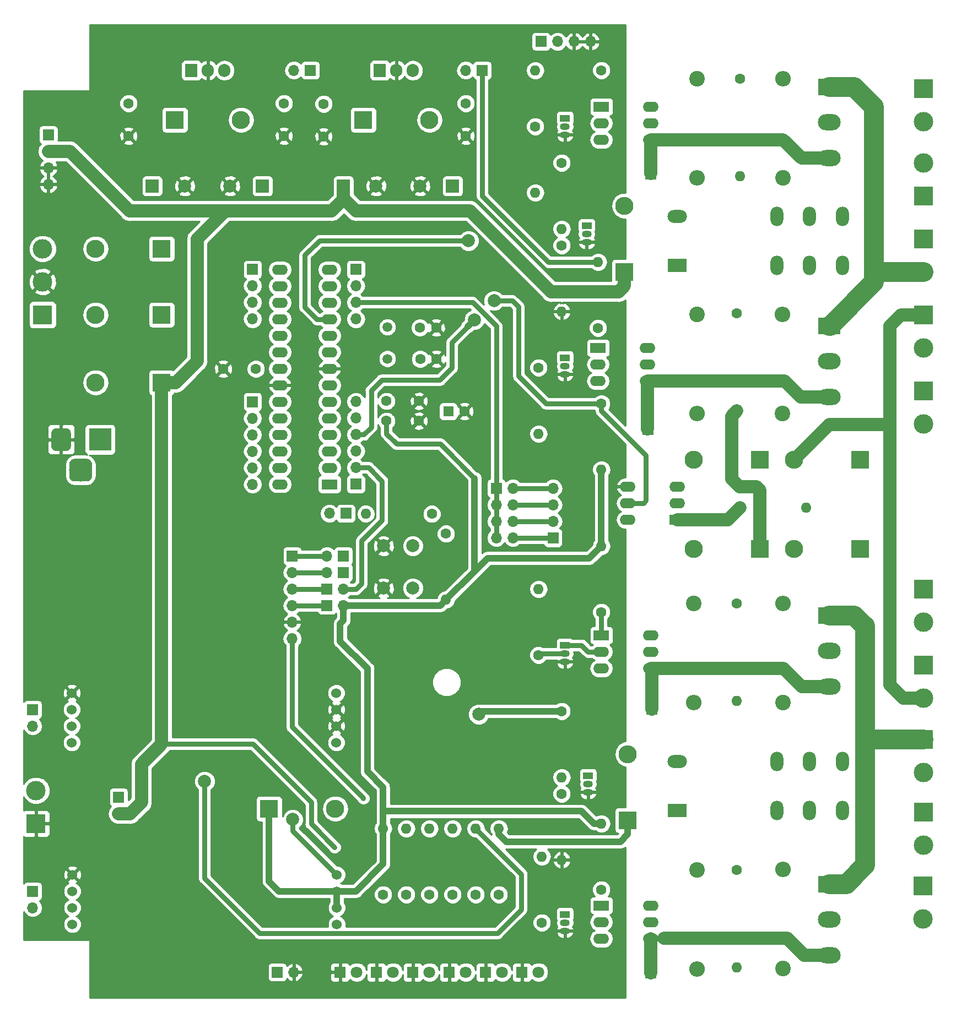
<source format=gbl>
G04 #@! TF.GenerationSoftware,KiCad,Pcbnew,(5.0.0)*
G04 #@! TF.CreationDate,2018-11-20T13:35:46+05:30*
G04 #@! TF.ProjectId,NDT,4E44542E6B696361645F706362000000,rev?*
G04 #@! TF.SameCoordinates,Original*
G04 #@! TF.FileFunction,Copper,L2,Bot,Signal*
G04 #@! TF.FilePolarity,Positive*
%FSLAX46Y46*%
G04 Gerber Fmt 4.6, Leading zero omitted, Abs format (unit mm)*
G04 Created by KiCad (PCBNEW (5.0.0)) date 11/20/18 13:35:46*
%MOMM*%
%LPD*%
G01*
G04 APERTURE LIST*
G04 #@! TA.AperFunction,ComponentPad*
%ADD10R,1.700000X1.700000*%
G04 #@! TD*
G04 #@! TA.AperFunction,ComponentPad*
%ADD11O,1.700000X1.700000*%
G04 #@! TD*
G04 #@! TA.AperFunction,ComponentPad*
%ADD12C,1.600000*%
G04 #@! TD*
G04 #@! TA.AperFunction,ComponentPad*
%ADD13O,1.600000X1.600000*%
G04 #@! TD*
G04 #@! TA.AperFunction,ComponentPad*
%ADD14O,2.000000X3.000000*%
G04 #@! TD*
G04 #@! TA.AperFunction,ComponentPad*
%ADD15O,3.000000X2.000000*%
G04 #@! TD*
G04 #@! TA.AperFunction,ComponentPad*
%ADD16R,3.000000X2.000000*%
G04 #@! TD*
G04 #@! TA.AperFunction,ComponentPad*
%ADD17C,2.400000*%
G04 #@! TD*
G04 #@! TA.AperFunction,ComponentPad*
%ADD18O,2.400000X2.400000*%
G04 #@! TD*
G04 #@! TA.AperFunction,ComponentPad*
%ADD19R,3.000000X3.000000*%
G04 #@! TD*
G04 #@! TA.AperFunction,ComponentPad*
%ADD20C,3.000000*%
G04 #@! TD*
G04 #@! TA.AperFunction,ComponentPad*
%ADD21R,2.000000X2.000000*%
G04 #@! TD*
G04 #@! TA.AperFunction,ComponentPad*
%ADD22C,2.000000*%
G04 #@! TD*
G04 #@! TA.AperFunction,ComponentPad*
%ADD23O,2.800000X2.800000*%
G04 #@! TD*
G04 #@! TA.AperFunction,ComponentPad*
%ADD24R,2.800000X2.800000*%
G04 #@! TD*
G04 #@! TA.AperFunction,ComponentPad*
%ADD25R,3.500000X2.500000*%
G04 #@! TD*
G04 #@! TA.AperFunction,ComponentPad*
%ADD26O,3.500000X2.500000*%
G04 #@! TD*
G04 #@! TA.AperFunction,ComponentPad*
%ADD27C,1.800000*%
G04 #@! TD*
G04 #@! TA.AperFunction,ComponentPad*
%ADD28R,1.800000X1.800000*%
G04 #@! TD*
G04 #@! TA.AperFunction,ComponentPad*
%ADD29R,3.500000X3.500000*%
G04 #@! TD*
G04 #@! TA.AperFunction,Conductor*
%ADD30C,0.100000*%
G04 #@! TD*
G04 #@! TA.AperFunction,ComponentPad*
%ADD31C,3.500000*%
G04 #@! TD*
G04 #@! TA.AperFunction,ComponentPad*
%ADD32O,1.500000X1.050000*%
G04 #@! TD*
G04 #@! TA.AperFunction,ComponentPad*
%ADD33R,1.500000X1.050000*%
G04 #@! TD*
G04 #@! TA.AperFunction,ComponentPad*
%ADD34R,1.905000X2.000000*%
G04 #@! TD*
G04 #@! TA.AperFunction,ComponentPad*
%ADD35O,1.905000X2.000000*%
G04 #@! TD*
G04 #@! TA.AperFunction,ComponentPad*
%ADD36R,2.400000X1.600000*%
G04 #@! TD*
G04 #@! TA.AperFunction,ComponentPad*
%ADD37O,2.400000X1.600000*%
G04 #@! TD*
G04 #@! TA.AperFunction,ComponentPad*
%ADD38C,1.500000*%
G04 #@! TD*
G04 #@! TA.AperFunction,ComponentPad*
%ADD39R,1.600000X1.600000*%
G04 #@! TD*
G04 #@! TA.AperFunction,ComponentPad*
%ADD40C,1.524000*%
G04 #@! TD*
G04 #@! TA.AperFunction,ViaPad*
%ADD41C,2.000000*%
G04 #@! TD*
G04 #@! TA.AperFunction,ViaPad*
%ADD42C,0.800000*%
G04 #@! TD*
G04 #@! TA.AperFunction,Conductor*
%ADD43C,2.032000*%
G04 #@! TD*
G04 #@! TA.AperFunction,Conductor*
%ADD44C,0.762000*%
G04 #@! TD*
G04 #@! TA.AperFunction,Conductor*
%ADD45C,1.016000*%
G04 #@! TD*
G04 #@! TA.AperFunction,Conductor*
%ADD46C,3.048000*%
G04 #@! TD*
G04 #@! TA.AperFunction,Conductor*
%ADD47C,0.254000*%
G04 #@! TD*
G04 APERTURE END LIST*
D10*
G04 #@! TO.P,J20,1*
G04 #@! TO.N,Reset*
X69596000Y-99568000D03*
D11*
G04 #@! TO.P,J20,2*
G04 #@! TO.N,Net-(J20-Pad2)*
X67056000Y-99568000D03*
G04 #@! TD*
D12*
G04 #@! TO.P,R4,1*
G04 #@! TO.N,Net-(Q2-Pad2)*
X103124000Y-136144000D03*
D13*
G04 #@! TO.P,R4,2*
G04 #@! TO.N,GND*
X103124000Y-146304000D03*
G04 #@! TD*
D12*
G04 #@! TO.P,R15,1*
G04 #@! TO.N,INT*
X109220000Y-76136500D03*
D13*
G04 #@! TO.P,R15,2*
G04 #@! TO.N,5V*
X109220000Y-86296500D03*
G04 #@! TD*
D12*
G04 #@! TO.P,R3,1*
G04 #@! TO.N,Net-(Q1-Pad2)*
X103124000Y-51816000D03*
D13*
G04 #@! TO.P,R3,2*
G04 #@! TO.N,GND*
X103124000Y-61976000D03*
G04 #@! TD*
D14*
G04 #@! TO.P,K2,14*
G04 #@! TO.N,AC_IN*
X146244000Y-138684000D03*
G04 #@! TO.P,K2,21*
G04 #@! TO.N,Lamp_3*
X141204000Y-131184000D03*
G04 #@! TO.P,K2,12*
G04 #@! TO.N,Net-(K2-Pad12)*
X136164000Y-138684000D03*
G04 #@! TO.P,K2,22*
G04 #@! TO.N,Net-(K2-Pad22)*
X136164000Y-131184000D03*
G04 #@! TO.P,K2,24*
G04 #@! TO.N,AC_IN*
X146244000Y-131184000D03*
G04 #@! TO.P,K2,11*
G04 #@! TO.N,Lamp_4*
X141204000Y-138684000D03*
D15*
G04 #@! TO.P,K2,A2*
G04 #@! TO.N,Net-(D7-Pad2)*
X120904000Y-131184000D03*
D16*
G04 #@! TO.P,K2,A1*
G04 #@! TO.N,12V*
X120904000Y-138684000D03*
G04 #@! TD*
D17*
G04 #@! TO.P,R23,1*
G04 #@! TO.N,Net-(D16-Pad2)*
X137160000Y-162966400D03*
D18*
G04 #@! TO.P,R23,2*
G04 #@! TO.N,Net-(C16-Pad1)*
X137160000Y-147726400D03*
G04 #@! TD*
D19*
G04 #@! TO.P,J11,1*
G04 #@! TO.N,AC_IN*
X158750000Y-50800000D03*
D20*
G04 #@! TO.P,J11,2*
G04 #@! TO.N,GNDPWR*
X158750000Y-55880000D03*
G04 #@! TD*
D12*
G04 #@! TO.P,C1,2*
G04 #@! TO.N,GND*
X36576000Y-34972000D03*
G04 #@! TO.P,C1,1*
G04 #@! TO.N,Net-(C1-Pad1)*
X36576000Y-29972000D03*
G04 #@! TD*
D21*
G04 #@! TO.P,C2,1*
G04 #@! TO.N,Net-(C1-Pad1)*
X40212000Y-42672000D03*
D22*
G04 #@! TO.P,C2,2*
G04 #@! TO.N,GND*
X45212000Y-42672000D03*
G04 #@! TD*
G04 #@! TO.P,C3,2*
G04 #@! TO.N,GND*
X52150000Y-42672000D03*
D21*
G04 #@! TO.P,C3,1*
G04 #@! TO.N,Net-(C3-Pad1)*
X57150000Y-42672000D03*
G04 #@! TD*
D12*
G04 #@! TO.P,C4,2*
G04 #@! TO.N,GND*
X60452000Y-34972000D03*
G04 #@! TO.P,C4,1*
G04 #@! TO.N,Net-(C3-Pad1)*
X60452000Y-29972000D03*
G04 #@! TD*
G04 #@! TO.P,C5,1*
G04 #@! TO.N,12V*
X66548000Y-30052000D03*
G04 #@! TO.P,C5,2*
G04 #@! TO.N,GND*
X66548000Y-35052000D03*
G04 #@! TD*
D21*
G04 #@! TO.P,C6,1*
G04 #@! TO.N,12V*
X69596000Y-42672000D03*
D22*
G04 #@! TO.P,C6,2*
G04 #@! TO.N,GND*
X74596000Y-42672000D03*
G04 #@! TD*
G04 #@! TO.P,C7,2*
G04 #@! TO.N,GND*
X81360000Y-42672000D03*
D21*
G04 #@! TO.P,C7,1*
G04 #@! TO.N,Net-(C7-Pad1)*
X86360000Y-42672000D03*
G04 #@! TD*
D12*
G04 #@! TO.P,C8,1*
G04 #@! TO.N,Net-(C7-Pad1)*
X88392000Y-29972000D03*
G04 #@! TO.P,C8,2*
G04 #@! TO.N,GND*
X88392000Y-34972000D03*
G04 #@! TD*
G04 #@! TO.P,C10,1*
G04 #@! TO.N,5V*
X56134000Y-70802500D03*
G04 #@! TO.P,C10,2*
G04 #@! TO.N,GND*
X51134000Y-70802500D03*
G04 #@! TD*
G04 #@! TO.P,C11,1*
G04 #@! TO.N,Net-(C11-Pad1)*
X130556000Y-26172160D03*
D13*
G04 #@! TO.P,C11,2*
G04 #@! TO.N,GNDPWR*
X130556000Y-41172160D03*
G04 #@! TD*
D12*
G04 #@! TO.P,C12,1*
G04 #@! TO.N,GND*
X83883500Y-69278500D03*
G04 #@! TO.P,C12,2*
G04 #@! TO.N,Net-(C12-Pad2)*
X81383500Y-69278500D03*
G04 #@! TD*
G04 #@! TO.P,C13,2*
G04 #@! TO.N,Net-(C13-Pad2)*
X81343500Y-64452500D03*
G04 #@! TO.P,C13,1*
G04 #@! TO.N,GND*
X83843500Y-64452500D03*
G04 #@! TD*
D13*
G04 #@! TO.P,C14,2*
G04 #@! TO.N,GNDPWR*
X130048000Y-77255400D03*
D12*
G04 #@! TO.P,C14,1*
G04 #@! TO.N,Net-(C14-Pad1)*
X130048000Y-62255400D03*
G04 #@! TD*
G04 #@! TO.P,C15,1*
G04 #@! TO.N,Net-(C15-Pad1)*
X130048000Y-106832400D03*
D13*
G04 #@! TO.P,C15,2*
G04 #@! TO.N,GNDPWR*
X130048000Y-121832400D03*
G04 #@! TD*
D12*
G04 #@! TO.P,C16,1*
G04 #@! TO.N,Net-(C16-Pad1)*
X130048000Y-147828000D03*
D13*
G04 #@! TO.P,C16,2*
G04 #@! TO.N,GNDPWR*
X130048000Y-162828000D03*
G04 #@! TD*
D12*
G04 #@! TO.P,C17,1*
G04 #@! TO.N,5V*
X76200000Y-75755500D03*
G04 #@! TO.P,C17,2*
G04 #@! TO.N,GND*
X81200000Y-75755500D03*
G04 #@! TD*
G04 #@! TO.P,C18,2*
G04 #@! TO.N,GND*
X81200000Y-78803500D03*
G04 #@! TO.P,C18,1*
G04 #@! TO.N,5V*
X76200000Y-78803500D03*
G04 #@! TD*
D23*
G04 #@! TO.P,D1,2*
G04 #@! TO.N,Net-(C3-Pad1)*
X53848000Y-32512000D03*
D24*
G04 #@! TO.P,D1,1*
G04 #@! TO.N,Net-(C1-Pad1)*
X43688000Y-32512000D03*
G04 #@! TD*
G04 #@! TO.P,D2,1*
G04 #@! TO.N,12V*
X72644000Y-32512000D03*
D23*
G04 #@! TO.P,D2,2*
G04 #@! TO.N,Net-(C7-Pad1)*
X82804000Y-32512000D03*
G04 #@! TD*
G04 #@! TO.P,D3,2*
G04 #@! TO.N,Net-(D3-Pad2)*
X31496000Y-52324000D03*
D24*
G04 #@! TO.P,D3,1*
G04 #@! TO.N,Net-(C1-Pad1)*
X41656000Y-52324000D03*
G04 #@! TD*
D23*
G04 #@! TO.P,D4,2*
G04 #@! TO.N,Net-(D4-Pad2)*
X31496000Y-62484000D03*
D24*
G04 #@! TO.P,D4,1*
G04 #@! TO.N,Net-(C1-Pad1)*
X41656000Y-62484000D03*
G04 #@! TD*
G04 #@! TO.P,D5,1*
G04 #@! TO.N,12V*
X41656000Y-72898000D03*
D23*
G04 #@! TO.P,D5,2*
G04 #@! TO.N,Net-(D5-Pad2)*
X31496000Y-72898000D03*
G04 #@! TD*
G04 #@! TO.P,D6,2*
G04 #@! TO.N,Net-(D6-Pad2)*
X112776000Y-45720000D03*
D24*
G04 #@! TO.P,D6,1*
G04 #@! TO.N,12V*
X112776000Y-55880000D03*
G04 #@! TD*
G04 #@! TO.P,D7,1*
G04 #@! TO.N,12V*
X113284000Y-140208000D03*
D23*
G04 #@! TO.P,D7,2*
G04 #@! TO.N,Net-(D7-Pad2)*
X113284000Y-130048000D03*
G04 #@! TD*
D24*
G04 #@! TO.P,D8,1*
G04 #@! TO.N,5V*
X58166000Y-138430000D03*
D23*
G04 #@! TO.P,D8,2*
G04 #@! TO.N,Net-(C9-Pad1)*
X68326000Y-138430000D03*
G04 #@! TD*
D25*
G04 #@! TO.P,D9,1*
G04 #@! TO.N,GNDPWR*
X144272000Y-27432000D03*
D26*
G04 #@! TO.P,D9,2*
G04 #@! TO.N,Net-(D9-Pad2)*
X144272000Y-32907000D03*
G04 #@! TO.P,D9,3*
G04 #@! TO.N,Gate_1*
X144272000Y-38382000D03*
G04 #@! TD*
D24*
G04 #@! TO.P,D10,1*
G04 #@! TO.N,Net-(D10-Pad1)*
X148976080Y-84764880D03*
D23*
G04 #@! TO.P,D10,2*
G04 #@! TO.N,AC_IN*
X138816080Y-84764880D03*
G04 #@! TD*
G04 #@! TO.P,D11,2*
G04 #@! TO.N,GNDPWR*
X138816080Y-98480880D03*
D24*
G04 #@! TO.P,D11,1*
G04 #@! TO.N,Net-(D10-Pad1)*
X148976080Y-98480880D03*
G04 #@! TD*
D26*
G04 #@! TO.P,D12,3*
G04 #@! TO.N,Gate_2*
X144272000Y-75110400D03*
G04 #@! TO.P,D12,2*
G04 #@! TO.N,Net-(D12-Pad2)*
X144272000Y-69635400D03*
D25*
G04 #@! TO.P,D12,1*
G04 #@! TO.N,GNDPWR*
X144272000Y-64160400D03*
G04 #@! TD*
D24*
G04 #@! TO.P,D13,1*
G04 #@! TO.N,AC_IN*
X133604000Y-84764880D03*
D23*
G04 #@! TO.P,D13,2*
G04 #@! TO.N,Net-(D13-Pad2)*
X123444000Y-84764880D03*
G04 #@! TD*
G04 #@! TO.P,D14,2*
G04 #@! TO.N,Net-(D13-Pad2)*
X123444000Y-98480880D03*
D24*
G04 #@! TO.P,D14,1*
G04 #@! TO.N,GNDPWR*
X133604000Y-98480880D03*
G04 #@! TD*
D26*
G04 #@! TO.P,D15,3*
G04 #@! TO.N,Gate_3*
X144272000Y-119662000D03*
G04 #@! TO.P,D15,2*
G04 #@! TO.N,Net-(D15-Pad2)*
X144272000Y-114187000D03*
D25*
G04 #@! TO.P,D15,1*
G04 #@! TO.N,GNDPWR*
X144272000Y-108712000D03*
G04 #@! TD*
G04 #@! TO.P,D16,1*
G04 #@! TO.N,GNDPWR*
X144272000Y-150012400D03*
D26*
G04 #@! TO.P,D16,2*
G04 #@! TO.N,Net-(D16-Pad2)*
X144272000Y-155487400D03*
G04 #@! TO.P,D16,3*
G04 #@! TO.N,Gate_4*
X144272000Y-160962400D03*
G04 #@! TD*
D27*
G04 #@! TO.P,D17,2*
G04 #@! TO.N,Net-(D17-Pad2)*
X99568000Y-163576000D03*
D28*
G04 #@! TO.P,D17,1*
G04 #@! TO.N,GND*
X97028000Y-163576000D03*
G04 #@! TD*
G04 #@! TO.P,D18,1*
G04 #@! TO.N,GND*
X69088000Y-163576000D03*
D27*
G04 #@! TO.P,D18,2*
G04 #@! TO.N,Net-(D18-Pad2)*
X71628000Y-163576000D03*
G04 #@! TD*
G04 #@! TO.P,D19,2*
G04 #@! TO.N,Net-(D19-Pad2)*
X93980000Y-163576000D03*
D28*
G04 #@! TO.P,D19,1*
G04 #@! TO.N,GND*
X91440000Y-163576000D03*
G04 #@! TD*
G04 #@! TO.P,D20,1*
G04 #@! TO.N,GND*
X85852000Y-163576000D03*
D27*
G04 #@! TO.P,D20,2*
G04 #@! TO.N,Net-(D20-Pad2)*
X88392000Y-163576000D03*
G04 #@! TD*
D28*
G04 #@! TO.P,D21,1*
G04 #@! TO.N,GND*
X74676000Y-163576000D03*
D27*
G04 #@! TO.P,D21,2*
G04 #@! TO.N,Net-(D21-Pad2)*
X77216000Y-163576000D03*
G04 #@! TD*
G04 #@! TO.P,D22,2*
G04 #@! TO.N,Net-(D22-Pad2)*
X82804000Y-163576000D03*
D28*
G04 #@! TO.P,D22,1*
G04 #@! TO.N,GND*
X80264000Y-163576000D03*
G04 #@! TD*
D20*
G04 #@! TO.P,J1,2*
G04 #@! TO.N,AC_IN*
X158750000Y-132842000D03*
D19*
G04 #@! TO.P,J1,1*
G04 #@! TO.N,GNDPWR*
X158750000Y-127762000D03*
G04 #@! TD*
D11*
G04 #@! TO.P,J2,2*
G04 #@! TO.N,Net-(C3-Pad1)*
X61976000Y-24892000D03*
D10*
G04 #@! TO.P,J2,1*
G04 #@! TO.N,12V*
X64516000Y-24892000D03*
G04 #@! TD*
D11*
G04 #@! TO.P,J3,2*
G04 #@! TO.N,Net-(C7-Pad1)*
X88392000Y-24892000D03*
D10*
G04 #@! TO.P,J3,1*
G04 #@! TO.N,5V*
X90932000Y-24892000D03*
G04 #@! TD*
D19*
G04 #@! TO.P,J6,1*
G04 #@! TO.N,Net-(D4-Pad2)*
X23368000Y-62484000D03*
D20*
G04 #@! TO.P,J6,2*
G04 #@! TO.N,GND*
X23368000Y-57404000D03*
G04 #@! TO.P,J6,3*
G04 #@! TO.N,Net-(D3-Pad2)*
X23368000Y-52324000D03*
G04 #@! TD*
D29*
G04 #@! TO.P,J14,1*
G04 #@! TO.N,Net-(D5-Pad2)*
X32210000Y-81660000D03*
D30*
G04 #@! TD*
G04 #@! TO.N,GND*
G04 #@! TO.C,J14*
G36*
X27033513Y-79913611D02*
X27106318Y-79924411D01*
X27177714Y-79942295D01*
X27247013Y-79967090D01*
X27313548Y-79998559D01*
X27376678Y-80036398D01*
X27435795Y-80080242D01*
X27490330Y-80129670D01*
X27539758Y-80184205D01*
X27583602Y-80243322D01*
X27621441Y-80306452D01*
X27652910Y-80372987D01*
X27677705Y-80442286D01*
X27695589Y-80513682D01*
X27706389Y-80586487D01*
X27710000Y-80660000D01*
X27710000Y-82660000D01*
X27706389Y-82733513D01*
X27695589Y-82806318D01*
X27677705Y-82877714D01*
X27652910Y-82947013D01*
X27621441Y-83013548D01*
X27583602Y-83076678D01*
X27539758Y-83135795D01*
X27490330Y-83190330D01*
X27435795Y-83239758D01*
X27376678Y-83283602D01*
X27313548Y-83321441D01*
X27247013Y-83352910D01*
X27177714Y-83377705D01*
X27106318Y-83395589D01*
X27033513Y-83406389D01*
X26960000Y-83410000D01*
X25460000Y-83410000D01*
X25386487Y-83406389D01*
X25313682Y-83395589D01*
X25242286Y-83377705D01*
X25172987Y-83352910D01*
X25106452Y-83321441D01*
X25043322Y-83283602D01*
X24984205Y-83239758D01*
X24929670Y-83190330D01*
X24880242Y-83135795D01*
X24836398Y-83076678D01*
X24798559Y-83013548D01*
X24767090Y-82947013D01*
X24742295Y-82877714D01*
X24724411Y-82806318D01*
X24713611Y-82733513D01*
X24710000Y-82660000D01*
X24710000Y-80660000D01*
X24713611Y-80586487D01*
X24724411Y-80513682D01*
X24742295Y-80442286D01*
X24767090Y-80372987D01*
X24798559Y-80306452D01*
X24836398Y-80243322D01*
X24880242Y-80184205D01*
X24929670Y-80129670D01*
X24984205Y-80080242D01*
X25043322Y-80036398D01*
X25106452Y-79998559D01*
X25172987Y-79967090D01*
X25242286Y-79942295D01*
X25313682Y-79924411D01*
X25386487Y-79913611D01*
X25460000Y-79910000D01*
X26960000Y-79910000D01*
X27033513Y-79913611D01*
X27033513Y-79913611D01*
G37*
D20*
G04 #@! TO.P,J14,2*
G04 #@! TO.N,GND*
X26210000Y-81660000D03*
D30*
G04 #@! TD*
G04 #@! TO.N,N/C*
G04 #@! TO.C,J14*
G36*
X30170765Y-84614213D02*
X30255704Y-84626813D01*
X30338999Y-84647677D01*
X30419848Y-84676605D01*
X30497472Y-84713319D01*
X30571124Y-84757464D01*
X30640094Y-84808616D01*
X30703718Y-84866282D01*
X30761384Y-84929906D01*
X30812536Y-84998876D01*
X30856681Y-85072528D01*
X30893395Y-85150152D01*
X30922323Y-85231001D01*
X30943187Y-85314296D01*
X30955787Y-85399235D01*
X30960000Y-85485000D01*
X30960000Y-87235000D01*
X30955787Y-87320765D01*
X30943187Y-87405704D01*
X30922323Y-87488999D01*
X30893395Y-87569848D01*
X30856681Y-87647472D01*
X30812536Y-87721124D01*
X30761384Y-87790094D01*
X30703718Y-87853718D01*
X30640094Y-87911384D01*
X30571124Y-87962536D01*
X30497472Y-88006681D01*
X30419848Y-88043395D01*
X30338999Y-88072323D01*
X30255704Y-88093187D01*
X30170765Y-88105787D01*
X30085000Y-88110000D01*
X28335000Y-88110000D01*
X28249235Y-88105787D01*
X28164296Y-88093187D01*
X28081001Y-88072323D01*
X28000152Y-88043395D01*
X27922528Y-88006681D01*
X27848876Y-87962536D01*
X27779906Y-87911384D01*
X27716282Y-87853718D01*
X27658616Y-87790094D01*
X27607464Y-87721124D01*
X27563319Y-87647472D01*
X27526605Y-87569848D01*
X27497677Y-87488999D01*
X27476813Y-87405704D01*
X27464213Y-87320765D01*
X27460000Y-87235000D01*
X27460000Y-85485000D01*
X27464213Y-85399235D01*
X27476813Y-85314296D01*
X27497677Y-85231001D01*
X27526605Y-85150152D01*
X27563319Y-85072528D01*
X27607464Y-84998876D01*
X27658616Y-84929906D01*
X27716282Y-84866282D01*
X27779906Y-84808616D01*
X27848876Y-84757464D01*
X27922528Y-84713319D01*
X28000152Y-84676605D01*
X28081001Y-84647677D01*
X28164296Y-84626813D01*
X28249235Y-84614213D01*
X28335000Y-84610000D01*
X30085000Y-84610000D01*
X30170765Y-84614213D01*
X30170765Y-84614213D01*
G37*
D31*
G04 #@! TO.P,J14,3*
G04 #@! TO.N,N/C*
X29210000Y-86360000D03*
G04 #@! TD*
D10*
G04 #@! TO.P,J15,1*
G04 #@! TO.N,Net-(J15-Pad1)*
X69977000Y-93027500D03*
D11*
G04 #@! TO.P,J15,2*
G04 #@! TO.N,Reset*
X67437000Y-93027500D03*
G04 #@! TD*
D20*
G04 #@! TO.P,J16,2*
G04 #@! TO.N,Lamp_1*
X158750000Y-32766000D03*
D19*
G04 #@! TO.P,J16,1*
G04 #@! TO.N,Net-(D9-Pad2)*
X158750000Y-27686000D03*
G04 #@! TD*
G04 #@! TO.P,J17,1*
G04 #@! TO.N,Lamp_2*
X158750000Y-74168000D03*
D20*
G04 #@! TO.P,J17,2*
G04 #@! TO.N,Net-(D12-Pad2)*
X158750000Y-79248000D03*
G04 #@! TD*
G04 #@! TO.P,J18,2*
G04 #@! TO.N,Lamp_3*
X158750000Y-109728000D03*
D19*
G04 #@! TO.P,J18,1*
G04 #@! TO.N,Net-(D15-Pad2)*
X158750000Y-104648000D03*
G04 #@! TD*
D10*
G04 #@! TO.P,J19,1*
G04 #@! TO.N,Drive*
X93091000Y-89154000D03*
D11*
G04 #@! TO.P,J19,2*
G04 #@! TO.N,Net-(J19-Pad2)*
X95631000Y-89154000D03*
G04 #@! TO.P,J19,3*
G04 #@! TO.N,Drive*
X93091000Y-91694000D03*
G04 #@! TO.P,J19,4*
G04 #@! TO.N,Net-(J19-Pad4)*
X95631000Y-91694000D03*
G04 #@! TO.P,J19,5*
G04 #@! TO.N,Drive*
X93091000Y-94234000D03*
G04 #@! TO.P,J19,6*
G04 #@! TO.N,Net-(J19-Pad6)*
X95631000Y-94234000D03*
G04 #@! TO.P,J19,7*
G04 #@! TO.N,Drive*
X93091000Y-96774000D03*
G04 #@! TO.P,J19,8*
G04 #@! TO.N,Net-(J19-Pad8)*
X95631000Y-96774000D03*
G04 #@! TD*
D10*
G04 #@! TO.P,J21,1*
G04 #@! TO.N,TX*
X69596000Y-102108000D03*
D11*
G04 #@! TO.P,J21,2*
G04 #@! TO.N,Net-(J21-Pad2)*
X67056000Y-102108000D03*
G04 #@! TD*
G04 #@! TO.P,J22,6*
G04 #@! TO.N,3V3*
X61722000Y-112268000D03*
G04 #@! TO.P,J22,5*
G04 #@! TO.N,GND*
X61722000Y-109728000D03*
G04 #@! TO.P,J22,4*
G04 #@! TO.N,Net-(J22-Pad4)*
X61722000Y-107188000D03*
G04 #@! TO.P,J22,3*
G04 #@! TO.N,Net-(J22-Pad3)*
X61722000Y-104648000D03*
G04 #@! TO.P,J22,2*
G04 #@! TO.N,Net-(J21-Pad2)*
X61722000Y-102108000D03*
D10*
G04 #@! TO.P,J22,1*
G04 #@! TO.N,Net-(J20-Pad2)*
X61722000Y-99568000D03*
G04 #@! TD*
D19*
G04 #@! TO.P,J23,1*
G04 #@! TO.N,Lamp_4*
X158673800Y-150266400D03*
D20*
G04 #@! TO.P,J23,2*
G04 #@! TO.N,Net-(D16-Pad2)*
X158673800Y-155346400D03*
G04 #@! TD*
D10*
G04 #@! TO.P,J24,1*
G04 #@! TO.N,Net-(J22-Pad3)*
X67056000Y-104648000D03*
D11*
G04 #@! TO.P,J24,2*
G04 #@! TO.N,RX*
X69596000Y-104648000D03*
G04 #@! TD*
G04 #@! TO.P,J25,2*
G04 #@! TO.N,5V*
X69596000Y-107188000D03*
D10*
G04 #@! TO.P,J25,1*
G04 #@! TO.N,Net-(J22-Pad4)*
X67056000Y-107188000D03*
G04 #@! TD*
D19*
G04 #@! TO.P,J26,1*
G04 #@! TO.N,GND*
X22352000Y-140716000D03*
D20*
G04 #@! TO.P,J26,2*
G04 #@! TO.N,Net-(J26-Pad2)*
X22352000Y-135636000D03*
G04 #@! TD*
D11*
G04 #@! TO.P,J27,2*
G04 #@! TO.N,12V*
X35052000Y-139192000D03*
D10*
G04 #@! TO.P,J27,1*
G04 #@! TO.N,Net-(J26-Pad2)*
X35052000Y-136652000D03*
G04 #@! TD*
G04 #@! TO.P,J30,1*
G04 #@! TO.N,Net-(J30-Pad1)*
X21844000Y-151130000D03*
D11*
G04 #@! TO.P,J30,2*
G04 #@! TO.N,Net-(J30-Pad2)*
X21844000Y-153670000D03*
G04 #@! TD*
D10*
G04 #@! TO.P,J31,1*
G04 #@! TO.N,PC0*
X55626000Y-75844722D03*
D11*
G04 #@! TO.P,J31,2*
G04 #@! TO.N,PC1*
X55626000Y-78384722D03*
G04 #@! TO.P,J31,3*
G04 #@! TO.N,PC2*
X55626000Y-80924722D03*
G04 #@! TO.P,J31,4*
G04 #@! TO.N,PC3*
X55626000Y-83464722D03*
G04 #@! TO.P,J31,5*
G04 #@! TO.N,PC4*
X55626000Y-86004722D03*
G04 #@! TO.P,J31,6*
G04 #@! TO.N,PC5*
X55626000Y-88544722D03*
G04 #@! TD*
G04 #@! TO.P,J35,2*
G04 #@! TO.N,Net-(J35-Pad2)*
X21844000Y-125730000D03*
D10*
G04 #@! TO.P,J35,1*
G04 #@! TO.N,Net-(J35-Pad1)*
X21844000Y-123190000D03*
G04 #@! TD*
D16*
G04 #@! TO.P,K1,A1*
G04 #@! TO.N,12V*
X120904000Y-54864000D03*
D15*
G04 #@! TO.P,K1,A2*
G04 #@! TO.N,Net-(D6-Pad2)*
X120904000Y-47364000D03*
D14*
G04 #@! TO.P,K1,11*
G04 #@! TO.N,Lamp_2*
X141204000Y-54864000D03*
G04 #@! TO.P,K1,24*
G04 #@! TO.N,AC_IN*
X146244000Y-47364000D03*
G04 #@! TO.P,K1,22*
G04 #@! TO.N,Net-(K1-Pad22)*
X136164000Y-47364000D03*
G04 #@! TO.P,K1,12*
G04 #@! TO.N,Net-(K1-Pad12)*
X136164000Y-54864000D03*
G04 #@! TO.P,K1,21*
G04 #@! TO.N,Lamp_1*
X141204000Y-47364000D03*
G04 #@! TO.P,K1,14*
G04 #@! TO.N,AC_IN*
X146244000Y-54864000D03*
G04 #@! TD*
D32*
G04 #@! TO.P,Q1,2*
G04 #@! TO.N,Net-(Q1-Pad2)*
X106979720Y-50038000D03*
G04 #@! TO.P,Q1,3*
G04 #@! TO.N,GND*
X106979720Y-51308000D03*
D33*
G04 #@! TO.P,Q1,1*
G04 #@! TO.N,Net-(D6-Pad2)*
X106979720Y-48768000D03*
G04 #@! TD*
D32*
G04 #@! TO.P,Q2,2*
G04 #@! TO.N,Net-(Q2-Pad2)*
X107188000Y-134620000D03*
G04 #@! TO.P,Q2,3*
G04 #@! TO.N,GND*
X107188000Y-135890000D03*
D33*
G04 #@! TO.P,Q2,1*
G04 #@! TO.N,Net-(D7-Pad2)*
X107188000Y-133350000D03*
G04 #@! TD*
D32*
G04 #@! TO.P,Q3,2*
G04 #@! TO.N,Net-(Q3-Pad2)*
X103632000Y-33528000D03*
G04 #@! TO.P,Q3,3*
G04 #@! TO.N,GND*
X103632000Y-34798000D03*
D33*
G04 #@! TO.P,Q3,1*
G04 #@! TO.N,Net-(Q3-Pad1)*
X103632000Y-32258000D03*
G04 #@! TD*
G04 #@! TO.P,Q4,1*
G04 #@! TO.N,Net-(Q4-Pad1)*
X103632000Y-69088000D03*
D32*
G04 #@! TO.P,Q4,3*
G04 #@! TO.N,GND*
X103632000Y-71628000D03*
G04 #@! TO.P,Q4,2*
G04 #@! TO.N,Net-(Q4-Pad2)*
X103632000Y-70358000D03*
G04 #@! TD*
D33*
G04 #@! TO.P,Q5,1*
G04 #@! TO.N,Net-(Q5-Pad1)*
X103632000Y-113284000D03*
D32*
G04 #@! TO.P,Q5,3*
G04 #@! TO.N,GND*
X103632000Y-115824000D03*
G04 #@! TO.P,Q5,2*
G04 #@! TO.N,Net-(Q5-Pad2)*
X103632000Y-114554000D03*
G04 #@! TD*
D33*
G04 #@! TO.P,Q6,1*
G04 #@! TO.N,Net-(Q6-Pad1)*
X103632000Y-154686000D03*
D32*
G04 #@! TO.P,Q6,3*
G04 #@! TO.N,GND*
X103632000Y-157226000D03*
G04 #@! TO.P,Q6,2*
G04 #@! TO.N,Net-(Q6-Pad2)*
X103632000Y-155956000D03*
G04 #@! TD*
D12*
G04 #@! TO.P,R1,1*
G04 #@! TO.N,Relay_Drive*
X103124000Y-39116000D03*
D13*
G04 #@! TO.P,R1,2*
G04 #@! TO.N,Net-(Q1-Pad2)*
X103124000Y-49276000D03*
G04 #@! TD*
G04 #@! TO.P,R2,2*
G04 #@! TO.N,Net-(Q2-Pad2)*
X103124000Y-133604000D03*
D12*
G04 #@! TO.P,R2,1*
G04 #@! TO.N,Relay_Drive*
X103124000Y-123444000D03*
G04 #@! TD*
D13*
G04 #@! TO.P,R5,2*
G04 #@! TO.N,5V*
X85344000Y-106299000D03*
D12*
G04 #@! TO.P,R5,1*
G04 #@! TO.N,Net-(C9-Pad1)*
X85344000Y-96139000D03*
G04 #@! TD*
D13*
G04 #@! TO.P,R6,2*
G04 #@! TO.N,Net-(J15-Pad1)*
X73025000Y-93091000D03*
D12*
G04 #@! TO.P,R6,1*
G04 #@! TO.N,Net-(C9-Pad1)*
X83185000Y-93091000D03*
G04 #@! TD*
D13*
G04 #@! TO.P,R7,2*
G04 #@! TO.N,5V*
X99060000Y-24892000D03*
D12*
G04 #@! TO.P,R7,1*
G04 #@! TO.N,Net-(R7-Pad1)*
X109220000Y-24892000D03*
G04 #@! TD*
D13*
G04 #@! TO.P,R10,2*
G04 #@! TO.N,Net-(J19-Pad2)*
X99060000Y-43688000D03*
D12*
G04 #@! TO.P,R10,1*
G04 #@! TO.N,Net-(Q3-Pad2)*
X99060000Y-33528000D03*
G04 #@! TD*
D13*
G04 #@! TO.P,R11,2*
G04 #@! TO.N,Net-(D10-Pad1)*
X140716000Y-92130880D03*
D12*
G04 #@! TO.P,R11,1*
G04 #@! TO.N,Net-(R11-Pad1)*
X130556000Y-92130880D03*
G04 #@! TD*
G04 #@! TO.P,R12,1*
G04 #@! TO.N,Net-(R12-Pad1)*
X108712000Y-64516000D03*
D13*
G04 #@! TO.P,R12,2*
G04 #@! TO.N,5V*
X108712000Y-54356000D03*
G04 #@! TD*
D12*
G04 #@! TO.P,R16,1*
G04 #@! TO.N,Net-(Q4-Pad2)*
X99568000Y-70612000D03*
D13*
G04 #@! TO.P,R16,2*
G04 #@! TO.N,Net-(J19-Pad4)*
X99568000Y-80772000D03*
G04 #@! TD*
G04 #@! TO.P,R17,2*
G04 #@! TO.N,5V*
X109220000Y-98044000D03*
D12*
G04 #@! TO.P,R17,1*
G04 #@! TO.N,Net-(R17-Pad1)*
X109220000Y-108204000D03*
G04 #@! TD*
D13*
G04 #@! TO.P,R20,2*
G04 #@! TO.N,Net-(J19-Pad6)*
X99568000Y-104648000D03*
D12*
G04 #@! TO.P,R20,1*
G04 #@! TO.N,Net-(Q5-Pad2)*
X99568000Y-114808000D03*
G04 #@! TD*
D13*
G04 #@! TO.P,R21,2*
G04 #@! TO.N,5V*
X109220000Y-140716000D03*
D12*
G04 #@! TO.P,R21,1*
G04 #@! TO.N,Net-(R21-Pad1)*
X109220000Y-150876000D03*
G04 #@! TD*
G04 #@! TO.P,R24,1*
G04 #@! TO.N,Net-(Q6-Pad2)*
X100076000Y-155956000D03*
D13*
G04 #@! TO.P,R24,2*
G04 #@! TO.N,Net-(J19-Pad8)*
X100076000Y-145796000D03*
G04 #@! TD*
G04 #@! TO.P,R25,2*
G04 #@! TO.N,12V*
X93472000Y-141478000D03*
D12*
G04 #@! TO.P,R25,1*
G04 #@! TO.N,Net-(D17-Pad2)*
X93472000Y-151638000D03*
G04 #@! TD*
G04 #@! TO.P,R26,1*
G04 #@! TO.N,Net-(D18-Pad2)*
X75692000Y-151638000D03*
D13*
G04 #@! TO.P,R26,2*
G04 #@! TO.N,5V*
X75692000Y-141478000D03*
G04 #@! TD*
G04 #@! TO.P,R27,2*
G04 #@! TO.N,LED*
X89916000Y-141478000D03*
D12*
G04 #@! TO.P,R27,1*
G04 #@! TO.N,Net-(D19-Pad2)*
X89916000Y-151638000D03*
G04 #@! TD*
G04 #@! TO.P,R28,1*
G04 #@! TO.N,Net-(D20-Pad2)*
X86360000Y-151638000D03*
D13*
G04 #@! TO.P,R28,2*
G04 #@! TO.N,Drive*
X86360000Y-141478000D03*
G04 #@! TD*
D12*
G04 #@! TO.P,R29,1*
G04 #@! TO.N,Net-(D21-Pad2)*
X79248000Y-151638000D03*
D13*
G04 #@! TO.P,R29,2*
G04 #@! TO.N,3V3*
X79248000Y-141478000D03*
G04 #@! TD*
D12*
G04 #@! TO.P,R30,1*
G04 #@! TO.N,Net-(D22-Pad2)*
X82804000Y-151638000D03*
D13*
G04 #@! TO.P,R30,2*
G04 #@! TO.N,Relay_Drive*
X82804000Y-141478000D03*
G04 #@! TD*
D22*
G04 #@! TO.P,SW1,2*
G04 #@! TO.N,Net-(C9-Pad1)*
X80255500Y-104521000D03*
G04 #@! TO.P,SW1,1*
G04 #@! TO.N,GND*
X75755500Y-104521000D03*
G04 #@! TO.P,SW1,2*
G04 #@! TO.N,Net-(C9-Pad1)*
X80255500Y-98021000D03*
G04 #@! TO.P,SW1,1*
G04 #@! TO.N,GND*
X75755500Y-98021000D03*
G04 #@! TD*
D34*
G04 #@! TO.P,U1,1*
G04 #@! TO.N,Net-(C1-Pad1)*
X46228000Y-24892000D03*
D35*
G04 #@! TO.P,U1,2*
G04 #@! TO.N,GND*
X48768000Y-24892000D03*
G04 #@! TO.P,U1,3*
G04 #@! TO.N,Net-(C3-Pad1)*
X51308000Y-24892000D03*
G04 #@! TD*
G04 #@! TO.P,U2,3*
G04 #@! TO.N,Net-(C7-Pad1)*
X80264000Y-24892000D03*
G04 #@! TO.P,U2,2*
G04 #@! TO.N,GND*
X77724000Y-24892000D03*
D34*
G04 #@! TO.P,U2,1*
G04 #@! TO.N,12V*
X75184000Y-24892000D03*
G04 #@! TD*
D36*
G04 #@! TO.P,U3,1*
G04 #@! TO.N,Net-(R7-Pad1)*
X109220000Y-30480000D03*
D37*
G04 #@! TO.P,U3,4*
G04 #@! TO.N,Gate_1*
X116840000Y-35560000D03*
G04 #@! TO.P,U3,2*
G04 #@! TO.N,Net-(Q3-Pad1)*
X109220000Y-33020000D03*
G04 #@! TO.P,U3,5*
G04 #@! TO.N,Net-(U3-Pad5)*
X116840000Y-33020000D03*
G04 #@! TO.P,U3,3*
G04 #@! TO.N,Net-(U3-Pad3)*
X109220000Y-35560000D03*
G04 #@! TO.P,U3,6*
G04 #@! TO.N,Net-(R8-Pad2)*
X116840000Y-30480000D03*
G04 #@! TD*
D36*
G04 #@! TO.P,U4,1*
G04 #@! TO.N,Reset*
X67451887Y-88544722D03*
D37*
G04 #@! TO.P,U4,15*
G04 #@! TO.N,PB1*
X59831887Y-55524722D03*
G04 #@! TO.P,U4,2*
G04 #@! TO.N,RX*
X67451887Y-86004722D03*
G04 #@! TO.P,U4,16*
G04 #@! TO.N,PB2*
X59831887Y-58064722D03*
G04 #@! TO.P,U4,3*
G04 #@! TO.N,TX*
X67451887Y-83464722D03*
G04 #@! TO.P,U4,17*
G04 #@! TO.N,PB3*
X59831887Y-60604722D03*
G04 #@! TO.P,U4,4*
G04 #@! TO.N,INT*
X67451887Y-80924722D03*
G04 #@! TO.P,U4,18*
G04 #@! TO.N,PB4*
X59831887Y-63144722D03*
G04 #@! TO.P,U4,5*
G04 #@! TO.N,PD3*
X67451887Y-78384722D03*
G04 #@! TO.P,U4,19*
G04 #@! TO.N,LED*
X59831887Y-65684722D03*
G04 #@! TO.P,U4,6*
G04 #@! TO.N,PD4*
X67451887Y-75844722D03*
G04 #@! TO.P,U4,20*
G04 #@! TO.N,5V*
X59831887Y-68224722D03*
G04 #@! TO.P,U4,7*
X67451887Y-73304722D03*
G04 #@! TO.P,U4,21*
X59831887Y-70764722D03*
G04 #@! TO.P,U4,8*
G04 #@! TO.N,GND*
X67451887Y-70764722D03*
G04 #@! TO.P,U4,22*
X59831887Y-73304722D03*
G04 #@! TO.P,U4,9*
G04 #@! TO.N,Net-(C12-Pad2)*
X67451887Y-68224722D03*
G04 #@! TO.P,U4,23*
G04 #@! TO.N,PC0*
X59831887Y-75844722D03*
G04 #@! TO.P,U4,10*
G04 #@! TO.N,Net-(C13-Pad2)*
X67451887Y-65684722D03*
G04 #@! TO.P,U4,24*
G04 #@! TO.N,PC1*
X59831887Y-78384722D03*
G04 #@! TO.P,U4,11*
G04 #@! TO.N,Relay_Drive*
X67451887Y-63144722D03*
G04 #@! TO.P,U4,25*
G04 #@! TO.N,PC2*
X59831887Y-80924722D03*
G04 #@! TO.P,U4,12*
G04 #@! TO.N,Drive*
X67451887Y-60604722D03*
G04 #@! TO.P,U4,26*
G04 #@! TO.N,PC3*
X59831887Y-83464722D03*
G04 #@! TO.P,U4,13*
G04 #@! TO.N,PD7*
X67451887Y-58064722D03*
G04 #@! TO.P,U4,27*
G04 #@! TO.N,PC4*
X59831887Y-86004722D03*
G04 #@! TO.P,U4,14*
G04 #@! TO.N,PB0*
X67451887Y-55524722D03*
G04 #@! TO.P,U4,28*
G04 #@! TO.N,PC5*
X59831887Y-88544722D03*
G04 #@! TD*
D36*
G04 #@! TO.P,U5,1*
G04 #@! TO.N,Net-(R12-Pad1)*
X108712000Y-67564000D03*
D37*
G04 #@! TO.P,U5,4*
G04 #@! TO.N,Gate_2*
X116332000Y-72644000D03*
G04 #@! TO.P,U5,2*
G04 #@! TO.N,Net-(Q4-Pad1)*
X108712000Y-70104000D03*
G04 #@! TO.P,U5,5*
G04 #@! TO.N,Net-(U5-Pad5)*
X116332000Y-70104000D03*
G04 #@! TO.P,U5,3*
G04 #@! TO.N,Net-(U5-Pad3)*
X108712000Y-72644000D03*
G04 #@! TO.P,U5,6*
G04 #@! TO.N,Net-(R13-Pad2)*
X116332000Y-67564000D03*
G04 #@! TD*
G04 #@! TO.P,U6,6*
G04 #@! TO.N,Net-(U6-Pad6)*
X113284000Y-93980000D03*
G04 #@! TO.P,U6,3*
G04 #@! TO.N,Net-(U6-Pad3)*
X120904000Y-88900000D03*
G04 #@! TO.P,U6,5*
G04 #@! TO.N,INT*
X113284000Y-91440000D03*
G04 #@! TO.P,U6,2*
G04 #@! TO.N,Net-(D13-Pad2)*
X120904000Y-91440000D03*
G04 #@! TO.P,U6,4*
G04 #@! TO.N,GND*
X113284000Y-88900000D03*
D36*
G04 #@! TO.P,U6,1*
G04 #@! TO.N,Net-(R11-Pad1)*
X120904000Y-93980000D03*
G04 #@! TD*
D37*
G04 #@! TO.P,U7,6*
G04 #@! TO.N,Net-(R18-Pad2)*
X116840000Y-111760000D03*
G04 #@! TO.P,U7,3*
G04 #@! TO.N,Net-(U7-Pad3)*
X109220000Y-116840000D03*
G04 #@! TO.P,U7,5*
G04 #@! TO.N,Net-(U7-Pad5)*
X116840000Y-114300000D03*
G04 #@! TO.P,U7,2*
G04 #@! TO.N,Net-(Q5-Pad1)*
X109220000Y-114300000D03*
G04 #@! TO.P,U7,4*
G04 #@! TO.N,Gate_3*
X116840000Y-116840000D03*
D36*
G04 #@! TO.P,U7,1*
G04 #@! TO.N,Net-(R17-Pad1)*
X109220000Y-111760000D03*
G04 #@! TD*
G04 #@! TO.P,U8,1*
G04 #@! TO.N,Net-(R21-Pad1)*
X109220000Y-153319480D03*
D37*
G04 #@! TO.P,U8,4*
G04 #@! TO.N,Gate_4*
X116840000Y-158399480D03*
G04 #@! TO.P,U8,2*
G04 #@! TO.N,Net-(Q6-Pad1)*
X109220000Y-155859480D03*
G04 #@! TO.P,U8,5*
G04 #@! TO.N,Net-(U8-Pad5)*
X116840000Y-155859480D03*
G04 #@! TO.P,U8,3*
G04 #@! TO.N,Net-(U8-Pad3)*
X109220000Y-158399480D03*
G04 #@! TO.P,U8,6*
G04 #@! TO.N,Net-(R22-Pad2)*
X116840000Y-153319480D03*
G04 #@! TD*
D38*
G04 #@! TO.P,Y1,1*
G04 #@! TO.N,Net-(C12-Pad2)*
X76341887Y-69240722D03*
G04 #@! TO.P,Y1,2*
G04 #@! TO.N,Net-(C13-Pad2)*
X76341887Y-64360722D03*
G04 #@! TD*
D39*
G04 #@! TO.P,C9,1*
G04 #@! TO.N,Net-(C9-Pad1)*
X85699600Y-77343000D03*
D12*
G04 #@! TO.P,C9,2*
G04 #@! TO.N,GND*
X88199600Y-77343000D03*
G04 #@! TD*
D40*
G04 #@! TO.P,U9,8*
G04 #@! TO.N,5V*
X27940000Y-156210000D03*
G04 #@! TO.P,U9,7*
G04 #@! TO.N,Net-(J30-Pad2)*
X27940000Y-153670000D03*
G04 #@! TO.P,U9,6*
G04 #@! TO.N,Net-(J30-Pad1)*
X27940000Y-151130000D03*
G04 #@! TO.P,U9,5*
G04 #@! TO.N,GND*
X27940000Y-148590000D03*
G04 #@! TO.P,U9,4*
G04 #@! TO.N,Net-(U9-Pad4)*
X68580000Y-156210000D03*
G04 #@! TO.P,U9,3*
G04 #@! TO.N,5V*
X68580000Y-153670000D03*
G04 #@! TO.P,U9,2*
X68580000Y-151130000D03*
G04 #@! TO.P,U9,1*
G04 #@! TO.N,TX*
X68580000Y-148590000D03*
G04 #@! TD*
G04 #@! TO.P,U10,1*
G04 #@! TO.N,Net-(U10-Pad1)*
X68504999Y-120650000D03*
G04 #@! TO.P,U10,2*
G04 #@! TO.N,GND*
X68504999Y-123190000D03*
G04 #@! TO.P,U10,3*
X68504999Y-125730000D03*
G04 #@! TO.P,U10,4*
G04 #@! TO.N,RX*
X68504999Y-128270000D03*
G04 #@! TO.P,U10,5*
G04 #@! TO.N,GND*
X27864999Y-120650000D03*
G04 #@! TO.P,U10,6*
G04 #@! TO.N,Net-(J35-Pad1)*
X27864999Y-123190000D03*
G04 #@! TO.P,U10,7*
G04 #@! TO.N,Net-(J35-Pad2)*
X27864999Y-125730000D03*
G04 #@! TO.P,U10,8*
G04 #@! TO.N,5V*
X27864999Y-128270000D03*
G04 #@! TD*
D17*
G04 #@! TO.P,R8,1*
G04 #@! TO.N,Net-(C11-Pad1)*
X123952000Y-26146760D03*
D18*
G04 #@! TO.P,R8,2*
G04 #@! TO.N,Net-(R8-Pad2)*
X123952000Y-41386760D03*
G04 #@! TD*
G04 #@! TO.P,R9,2*
G04 #@! TO.N,Net-(C11-Pad1)*
X137129520Y-26146760D03*
D17*
G04 #@! TO.P,R9,1*
G04 #@! TO.N,Net-(D9-Pad2)*
X137129520Y-41386760D03*
G04 #@! TD*
G04 #@! TO.P,R13,1*
G04 #@! TO.N,Net-(C14-Pad1)*
X123952000Y-62382400D03*
D18*
G04 #@! TO.P,R13,2*
G04 #@! TO.N,Net-(R13-Pad2)*
X123952000Y-77622400D03*
G04 #@! TD*
G04 #@! TO.P,R14,2*
G04 #@! TO.N,Net-(C14-Pad1)*
X137083800Y-62382400D03*
D17*
G04 #@! TO.P,R14,1*
G04 #@! TO.N,Net-(D12-Pad2)*
X137083800Y-77622400D03*
G04 #@! TD*
D18*
G04 #@! TO.P,R18,2*
G04 #@! TO.N,Net-(R18-Pad2)*
X123444000Y-122072400D03*
D17*
G04 #@! TO.P,R18,1*
G04 #@! TO.N,Net-(C15-Pad1)*
X123444000Y-106832400D03*
G04 #@! TD*
G04 #@! TO.P,R19,1*
G04 #@! TO.N,Net-(D15-Pad2)*
X137160000Y-122072400D03*
D18*
G04 #@! TO.P,R19,2*
G04 #@! TO.N,Net-(C15-Pad1)*
X137160000Y-106832400D03*
G04 #@! TD*
G04 #@! TO.P,R22,2*
G04 #@! TO.N,Net-(R22-Pad2)*
X123952000Y-163068000D03*
D17*
G04 #@! TO.P,R22,1*
G04 #@! TO.N,Net-(C16-Pad1)*
X123952000Y-147828000D03*
G04 #@! TD*
D10*
G04 #@! TO.P,J36,1*
G04 #@! TO.N,Net-(C9-Pad1)*
X59436000Y-163576000D03*
D11*
G04 #@! TO.P,J36,2*
G04 #@! TO.N,GND*
X61976000Y-163576000D03*
G04 #@! TD*
D19*
G04 #@! TO.P,J37,1*
G04 #@! TO.N,AC_IN*
X158750000Y-44196000D03*
D20*
G04 #@! TO.P,J37,2*
G04 #@! TO.N,Lamp_1*
X158750000Y-39116000D03*
G04 #@! TD*
G04 #@! TO.P,J38,2*
G04 #@! TO.N,Lamp_2*
X158750000Y-67564000D03*
D19*
G04 #@! TO.P,J38,1*
G04 #@! TO.N,AC_IN*
X158750000Y-62484000D03*
G04 #@! TD*
G04 #@! TO.P,J39,1*
G04 #@! TO.N,Lamp_3*
X158750000Y-116332000D03*
D20*
G04 #@! TO.P,J39,2*
G04 #@! TO.N,AC_IN*
X158750000Y-121412000D03*
G04 #@! TD*
G04 #@! TO.P,J40,2*
G04 #@! TO.N,Lamp_4*
X158750000Y-144018000D03*
D19*
G04 #@! TO.P,J40,1*
G04 #@! TO.N,AC_IN*
X158750000Y-138938000D03*
G04 #@! TD*
D10*
G04 #@! TO.P,J33,1*
G04 #@! TO.N,PB1*
X55626000Y-55499000D03*
D11*
G04 #@! TO.P,J33,2*
G04 #@! TO.N,PB2*
X55626000Y-58039000D03*
G04 #@! TO.P,J33,3*
G04 #@! TO.N,PB3*
X55626000Y-60579000D03*
G04 #@! TO.P,J33,4*
G04 #@! TO.N,PB4*
X55626000Y-63119000D03*
G04 #@! TD*
D10*
G04 #@! TO.P,J4,1*
G04 #@! TO.N,PB0*
X71501000Y-55499000D03*
D11*
G04 #@! TO.P,J4,2*
G04 #@! TO.N,PD7*
X71501000Y-58039000D03*
G04 #@! TO.P,J4,3*
G04 #@! TO.N,Drive*
X71501000Y-60579000D03*
G04 #@! TO.P,J4,4*
G04 #@! TO.N,Relay_Drive*
X71501000Y-63119000D03*
G04 #@! TD*
D10*
G04 #@! TO.P,J5,1*
G04 #@! TO.N,Reset*
X71501000Y-88519000D03*
D11*
G04 #@! TO.P,J5,2*
G04 #@! TO.N,RX*
X71501000Y-85979000D03*
G04 #@! TO.P,J5,3*
G04 #@! TO.N,TX*
X71501000Y-83439000D03*
G04 #@! TO.P,J5,4*
G04 #@! TO.N,INT*
X71501000Y-80899000D03*
G04 #@! TO.P,J5,5*
G04 #@! TO.N,PD3*
X71501000Y-78359000D03*
G04 #@! TO.P,J5,6*
G04 #@! TO.N,PD4*
X71501000Y-75819000D03*
G04 #@! TD*
D10*
G04 #@! TO.P,J7,1*
G04 #@! TO.N,12V*
X24257000Y-34798000D03*
D11*
G04 #@! TO.P,J7,2*
X24257000Y-37338000D03*
G04 #@! TO.P,J7,3*
G04 #@! TO.N,GND*
X24257000Y-39878000D03*
G04 #@! TO.P,J7,4*
X24257000Y-42418000D03*
G04 #@! TD*
G04 #@! TO.P,J8,4*
G04 #@! TO.N,GND*
X107569000Y-20447000D03*
G04 #@! TO.P,J8,3*
X105029000Y-20447000D03*
G04 #@! TO.P,J8,2*
G04 #@! TO.N,5V*
X102489000Y-20447000D03*
D10*
G04 #@! TO.P,J8,1*
X99949000Y-20447000D03*
G04 #@! TD*
G04 #@! TO.P,J9,1*
G04 #@! TO.N,Gate_1*
X116789200Y-40792400D03*
G04 #@! TD*
G04 #@! TO.P,J10,1*
G04 #@! TO.N,Gate_2*
X116382800Y-80111600D03*
G04 #@! TD*
G04 #@! TO.P,J12,1*
G04 #@! TO.N,Gate_3*
X116941600Y-123139200D03*
G04 #@! TD*
G04 #@! TO.P,J13,1*
G04 #@! TO.N,Gate_4*
X116789200Y-163677600D03*
G04 #@! TD*
G04 #@! TO.P,J28,1*
G04 #@! TO.N,Net-(J19-Pad8)*
X101805740Y-96781620D03*
D11*
G04 #@! TO.P,J28,2*
G04 #@! TO.N,Net-(J19-Pad6)*
X101805740Y-94241620D03*
G04 #@! TO.P,J28,3*
G04 #@! TO.N,Net-(J19-Pad4)*
X101805740Y-91701620D03*
G04 #@! TO.P,J28,4*
G04 #@! TO.N,Net-(J19-Pad2)*
X101805740Y-89161620D03*
G04 #@! TD*
D41*
G04 #@! TO.N,GND*
X81158080Y-84856320D03*
D42*
G04 #@! TO.N,12V*
X68239640Y-144353280D03*
D41*
G04 #@! TO.N,TX*
X61805820Y-140101320D03*
D42*
G04 #@! TO.N,3V3*
X72654160Y-136834880D03*
D41*
G04 #@! TO.N,Relay_Drive*
X88823800Y-51104800D03*
X90363040Y-123918980D03*
G04 #@! TO.N,INT*
X89705180Y-63273940D03*
X92725240Y-60317380D03*
G04 #@! TO.N,LED*
X48254920Y-134231380D03*
G04 #@! TD*
D43*
G04 #@! TO.N,12V*
X36830000Y-139192000D02*
X35052000Y-139192000D01*
X38544500Y-137477500D02*
X36830000Y-139192000D01*
X41656000Y-128460500D02*
X38544500Y-131572000D01*
X38544500Y-131572000D02*
X38544500Y-137477500D01*
D44*
X41656000Y-128460500D02*
X55669180Y-128460500D01*
X55669180Y-128460500D02*
X64622680Y-137414000D01*
X64622680Y-137414000D02*
X64622680Y-140736320D01*
X64622680Y-140736320D02*
X68239640Y-144353280D01*
D43*
X43818000Y-72898000D02*
X47117000Y-69599000D01*
X41656000Y-72898000D02*
X43818000Y-72898000D01*
X47117000Y-69599000D02*
X47117000Y-50800000D01*
X47117000Y-50800000D02*
X51435000Y-46482000D01*
X51435000Y-46482000D02*
X67818000Y-46482000D01*
D44*
X69596000Y-44704000D02*
X69596000Y-42672000D01*
D43*
X67818000Y-46482000D02*
X69596000Y-44704000D01*
X112776000Y-58042000D02*
X112776000Y-55880000D01*
X69596000Y-42672000D02*
X69596000Y-44577000D01*
X69596000Y-44577000D02*
X71501000Y-46482000D01*
X71501000Y-46482000D02*
X89027000Y-46482000D01*
X111890000Y-58928000D02*
X112776000Y-58042000D01*
X89027000Y-46482000D02*
X101473000Y-58928000D01*
X101473000Y-58928000D02*
X111890000Y-58928000D01*
D45*
X94615000Y-143510000D02*
X93472000Y-142367000D01*
X93472000Y-142367000D02*
X93472000Y-141478000D01*
X112144000Y-143510000D02*
X94615000Y-143510000D01*
X113284000Y-140208000D02*
X113284000Y-142370000D01*
X113284000Y-142370000D02*
X112144000Y-143510000D01*
D43*
X24257000Y-37338000D02*
X27559000Y-37338000D01*
X36703000Y-46482000D02*
X51435000Y-46482000D01*
X27559000Y-37338000D02*
X36703000Y-46482000D01*
X41656000Y-72898000D02*
X41656000Y-128460500D01*
D45*
G04 #@! TO.N,5V*
X59690000Y-151130000D02*
X68580000Y-151130000D01*
X58166000Y-138430000D02*
X58166000Y-149606000D01*
X58166000Y-149606000D02*
X59690000Y-151130000D01*
X71501000Y-151130000D02*
X68580000Y-151130000D01*
X75692000Y-141478000D02*
X75692000Y-146939000D01*
X75692000Y-146939000D02*
X71501000Y-151130000D01*
X68580000Y-151130000D02*
X68580000Y-153670000D01*
X109220000Y-140716000D02*
X108077000Y-140716000D01*
X106172000Y-138811000D02*
X108077000Y-140716000D01*
X75692000Y-138811000D02*
X106172000Y-138811000D01*
X75692000Y-138811000D02*
X75692000Y-141478000D01*
X69596000Y-107188000D02*
X69596000Y-109474000D01*
X69088000Y-109982000D02*
X69088000Y-112708081D01*
X75692000Y-135128000D02*
X75692000Y-138811000D01*
X69596000Y-109474000D02*
X69088000Y-109982000D01*
X69088000Y-112708081D02*
X73279000Y-116899081D01*
X73279000Y-132715000D02*
X75692000Y-135128000D01*
X73279000Y-116899081D02*
X73279000Y-132715000D01*
D44*
X101092000Y-54356000D02*
X108712000Y-54356000D01*
X90932000Y-24892000D02*
X90932000Y-44196000D01*
X90932000Y-44196000D02*
X101092000Y-54356000D01*
D45*
X109220000Y-86296500D02*
X109220000Y-98044000D01*
X109220000Y-98044000D02*
X107365800Y-99898200D01*
X107365800Y-99898200D02*
X91744800Y-99898200D01*
X84455000Y-107188000D02*
X85344000Y-106299000D01*
X69596000Y-107188000D02*
X84455000Y-107188000D01*
D44*
X76200000Y-78803500D02*
X76200000Y-80772000D01*
X76200000Y-80772000D02*
X77749400Y-82321400D01*
X77749400Y-82321400D02*
X84429600Y-82321400D01*
X84429600Y-82321400D02*
X89738200Y-87630000D01*
X89738200Y-101904800D02*
X89509600Y-102133400D01*
D45*
X91744800Y-99898200D02*
X89509600Y-102133400D01*
X89738200Y-87630000D02*
X89738200Y-101904800D01*
X89509600Y-102133400D02*
X85344000Y-106299000D01*
D46*
G04 #@! TO.N,GNDPWR*
X144272000Y-27432000D02*
X148054000Y-27432000D01*
X148054000Y-27432000D02*
X151130000Y-30508000D01*
X158750000Y-55880000D02*
X151130000Y-55880000D01*
X151130000Y-30508000D02*
X151130000Y-55880000D01*
D43*
X129248001Y-78055399D02*
X129248001Y-87719001D01*
X130048000Y-77255400D02*
X129248001Y-78055399D01*
X129248001Y-87719001D02*
X130429000Y-88900000D01*
X130429000Y-88900000D02*
X133096000Y-88900000D01*
X133604000Y-89408000D02*
X133604000Y-98480880D01*
X133096000Y-88900000D02*
X133604000Y-89408000D01*
D46*
X148054000Y-108712000D02*
X149479000Y-110137000D01*
X144272000Y-108712000D02*
X148054000Y-108712000D01*
D43*
X149479000Y-110137000D02*
X149507000Y-110137000D01*
X149507000Y-110137000D02*
X149733000Y-110363000D01*
D46*
X146837400Y-150012400D02*
X144272000Y-150012400D01*
X149733000Y-147116800D02*
X146837400Y-150012400D01*
D43*
X151384000Y-127762000D02*
X149733000Y-127762000D01*
D46*
X158750000Y-127762000D02*
X151384000Y-127762000D01*
X149733000Y-110363000D02*
X149733000Y-127762000D01*
X149733000Y-127762000D02*
X149733000Y-147116800D01*
X144272000Y-64160400D02*
X144388840Y-64160400D01*
X151130000Y-57419240D02*
X151130000Y-55880000D01*
X144388840Y-64160400D02*
X151130000Y-57419240D01*
D43*
G04 #@! TO.N,Gate_1*
X116840000Y-35560000D02*
X137160000Y-35560000D01*
X139982000Y-38382000D02*
X144272000Y-38382000D01*
X137160000Y-35560000D02*
X139982000Y-38382000D01*
D44*
X116840000Y-40741600D02*
X116789200Y-40792400D01*
D43*
X116840000Y-35560000D02*
X116840000Y-40741600D01*
G04 #@! TO.N,AC_IN*
X155218000Y-62484000D02*
X153543000Y-64159000D01*
X158750000Y-62484000D02*
X155218000Y-62484000D01*
X153543000Y-119380000D02*
X153543000Y-116205000D01*
X158750000Y-121412000D02*
X155575000Y-121412000D01*
X155575000Y-121412000D02*
X153543000Y-119380000D01*
X144205960Y-79375000D02*
X138816080Y-84764880D01*
X153543000Y-79375000D02*
X144205960Y-79375000D01*
X153543000Y-79375000D02*
X153543000Y-116205000D01*
X153543000Y-64159000D02*
X153543000Y-79375000D01*
G04 #@! TO.N,Gate_2*
X139816900Y-75110400D02*
X144272000Y-75110400D01*
X116332000Y-72644000D02*
X137350500Y-72644000D01*
X137350500Y-72644000D02*
X139816900Y-75110400D01*
D44*
X116332000Y-80060800D02*
X116382800Y-80111600D01*
D43*
X116332000Y-72644000D02*
X116332000Y-80060800D01*
G04 #@! TO.N,Gate_3*
X140045500Y-119662000D02*
X144272000Y-119662000D01*
X116840000Y-116840000D02*
X137223500Y-116840000D01*
X137223500Y-116840000D02*
X140045500Y-119662000D01*
D44*
X116941600Y-116941600D02*
X116840000Y-116840000D01*
D43*
X116941600Y-123139200D02*
X116941600Y-116941600D01*
D44*
G04 #@! TO.N,Gate_4*
X118802000Y-158399480D02*
X118832480Y-158369000D01*
X116840000Y-158399480D02*
X118802000Y-158399480D01*
D43*
X118832480Y-158369000D02*
X137795000Y-158369000D01*
X140388400Y-160962400D02*
X144272000Y-160962400D01*
X137795000Y-158369000D02*
X140388400Y-160962400D01*
D44*
X116789200Y-158450280D02*
X116840000Y-158399480D01*
D43*
X116789200Y-163677600D02*
X116789200Y-158450280D01*
D44*
G04 #@! TO.N,Net-(J20-Pad2)*
X61722000Y-99568000D02*
X67056000Y-99568000D01*
G04 #@! TO.N,TX*
X61805820Y-141815820D02*
X68580000Y-148590000D01*
X61805820Y-140101320D02*
X61805820Y-141815820D01*
G04 #@! TO.N,Net-(J21-Pad2)*
X61722000Y-102108000D02*
X67056000Y-102108000D01*
G04 #@! TO.N,3V3*
X61722000Y-113470081D02*
X61701680Y-113490401D01*
X61722000Y-112268000D02*
X61722000Y-113470081D01*
X61701680Y-113490401D02*
X61701680Y-125846840D01*
X61701680Y-125846840D02*
X72654160Y-136799320D01*
X72654160Y-136799320D02*
X72654160Y-136834880D01*
G04 #@! TO.N,Net-(J22-Pad4)*
X61722000Y-107188000D02*
X67056000Y-107188000D01*
G04 #@! TO.N,Net-(J22-Pad3)*
X61722000Y-104648000D02*
X67056000Y-104648000D01*
G04 #@! TO.N,RX*
X71501000Y-85979000D02*
X73456800Y-85979000D01*
X73456800Y-85979000D02*
X75514200Y-88036400D01*
X75514200Y-88036400D02*
X75514200Y-94107000D01*
X75514200Y-94107000D02*
X72364600Y-97256600D01*
X72364600Y-97256600D02*
X72364600Y-103835200D01*
X71551800Y-104648000D02*
X69596000Y-104648000D01*
X72364600Y-103835200D02*
X71551800Y-104648000D01*
G04 #@! TO.N,Net-(Q5-Pad1)*
X103632000Y-113284000D02*
X106172000Y-113284000D01*
X107188000Y-114300000D02*
X109220000Y-114300000D01*
X106172000Y-113284000D02*
X107188000Y-114300000D01*
G04 #@! TO.N,Net-(Q5-Pad2)*
X99822000Y-114554000D02*
X103632000Y-114554000D01*
X99568000Y-114808000D02*
X99822000Y-114554000D01*
G04 #@! TO.N,Relay_Drive*
X65489887Y-63144722D02*
X63677800Y-61332635D01*
X67451887Y-63144722D02*
X65489887Y-63144722D01*
X63677800Y-61332635D02*
X63677800Y-53314600D01*
X63677800Y-53314600D02*
X65887600Y-51104800D01*
X65887600Y-51104800D02*
X88823800Y-51104800D01*
D45*
X103124000Y-123444000D02*
X90838020Y-123444000D01*
X90838020Y-123444000D02*
X90363040Y-123918980D01*
D43*
G04 #@! TO.N,Net-(R11-Pad1)*
X128706880Y-93980000D02*
X130556000Y-92130880D01*
X120904000Y-93980000D02*
X128706880Y-93980000D01*
D44*
G04 #@! TO.N,INT*
X109220000Y-77267870D02*
X116080540Y-84128410D01*
X109220000Y-76136500D02*
X109220000Y-77267870D01*
X116080540Y-84128410D02*
X116080540Y-91038680D01*
X115679220Y-91440000D02*
X113284000Y-91440000D01*
X116080540Y-91038680D02*
X115679220Y-91440000D01*
X72703081Y-80899000D02*
X73599040Y-80003041D01*
X71501000Y-80899000D02*
X72703081Y-80899000D01*
X73599040Y-80003041D02*
X73599040Y-79999840D01*
X73599040Y-79999840D02*
X73855580Y-79743300D01*
X73855580Y-79743300D02*
X73855580Y-74137520D01*
X73855580Y-74137520D02*
X75498960Y-72494140D01*
X100726240Y-76136500D02*
X109220000Y-76136500D01*
X96486980Y-61272420D02*
X96486980Y-71897240D01*
X96486980Y-71897240D02*
X100726240Y-76136500D01*
X92725240Y-60317380D02*
X95531940Y-60317380D01*
X95531940Y-60317380D02*
X96486980Y-61272420D01*
X75498960Y-72494140D02*
X84388960Y-72494140D01*
X86250780Y-70632320D02*
X86250780Y-66725800D01*
X84388960Y-72494140D02*
X86250780Y-70632320D01*
D45*
X88717120Y-64262000D02*
X89705180Y-63273940D01*
X88714580Y-64262000D02*
X88717120Y-64262000D01*
D44*
X88714580Y-64262000D02*
X89468026Y-63508554D01*
X86250780Y-66725800D02*
X88714580Y-64262000D01*
G04 #@! TO.N,Net-(R17-Pad1)*
X109220000Y-108204000D02*
X109220000Y-111760000D01*
G04 #@! TO.N,LED*
X48254920Y-134231380D02*
X48254920Y-149118320D01*
X56689601Y-157553001D02*
X93280841Y-157553001D01*
X48254920Y-149118320D02*
X56689601Y-157553001D01*
X93280841Y-157553001D02*
X96923860Y-153909982D01*
X96923860Y-148485860D02*
X89916000Y-141478000D01*
X96923860Y-153909982D02*
X96923860Y-148485860D01*
G04 #@! TO.N,Drive*
X93091000Y-89154000D02*
X93091000Y-91694000D01*
X93091000Y-91694000D02*
X93091000Y-94234000D01*
X93091000Y-94234000D02*
X93091000Y-96774000D01*
X93091000Y-67183000D02*
X93091000Y-89154000D01*
X93091000Y-64223900D02*
X93091000Y-67183000D01*
X71501000Y-60579000D02*
X89446100Y-60579000D01*
X89446100Y-60579000D02*
X93091000Y-64223900D01*
G04 #@! TO.N,Net-(J19-Pad2)*
X101798120Y-89154000D02*
X101805740Y-89161620D01*
X95631000Y-89154000D02*
X101798120Y-89154000D01*
G04 #@! TO.N,Net-(J19-Pad4)*
X101798120Y-91694000D02*
X101805740Y-91701620D01*
X95631000Y-91694000D02*
X101798120Y-91694000D01*
G04 #@! TO.N,Net-(J19-Pad6)*
X101798120Y-94234000D02*
X101805740Y-94241620D01*
X95631000Y-94234000D02*
X101798120Y-94234000D01*
G04 #@! TO.N,Net-(J19-Pad8)*
X101798120Y-96774000D02*
X101805740Y-96781620D01*
X95631000Y-96774000D02*
X101798120Y-96774000D01*
G04 #@! TD*
D47*
G04 #@! TO.N,GND*
G36*
X112903000Y-43685000D02*
X112575570Y-43685000D01*
X111981982Y-43803072D01*
X111308847Y-44252847D01*
X110859072Y-44925982D01*
X110701132Y-45720000D01*
X110859072Y-46514018D01*
X111308847Y-47187153D01*
X111981982Y-47636928D01*
X112575570Y-47755000D01*
X112903000Y-47755000D01*
X112903000Y-53832560D01*
X111376000Y-53832560D01*
X111128235Y-53881843D01*
X110918191Y-54022191D01*
X110777843Y-54232235D01*
X110728560Y-54480000D01*
X110728560Y-57277000D01*
X102156867Y-57277000D01*
X90309418Y-45429552D01*
X90217305Y-45291695D01*
X89671188Y-44926792D01*
X89189609Y-44831000D01*
X89189608Y-44831000D01*
X89027000Y-44798655D01*
X88864392Y-44831000D01*
X72184867Y-44831000D01*
X71247000Y-43893134D01*
X71247000Y-43824532D01*
X73623073Y-43824532D01*
X73721736Y-44091387D01*
X74331461Y-44317908D01*
X74981460Y-44293856D01*
X75470264Y-44091387D01*
X75568927Y-43824532D01*
X80387073Y-43824532D01*
X80485736Y-44091387D01*
X81095461Y-44317908D01*
X81745460Y-44293856D01*
X82234264Y-44091387D01*
X82332927Y-43824532D01*
X81360000Y-42851605D01*
X80387073Y-43824532D01*
X75568927Y-43824532D01*
X74596000Y-42851605D01*
X73623073Y-43824532D01*
X71247000Y-43824532D01*
X71247000Y-42509391D01*
X71243440Y-42491494D01*
X71243440Y-42407461D01*
X72950092Y-42407461D01*
X72974144Y-43057460D01*
X73176613Y-43546264D01*
X73443468Y-43644927D01*
X74416395Y-42672000D01*
X74775605Y-42672000D01*
X75748532Y-43644927D01*
X76015387Y-43546264D01*
X76241908Y-42936539D01*
X76222331Y-42407461D01*
X79714092Y-42407461D01*
X79738144Y-43057460D01*
X79940613Y-43546264D01*
X80207468Y-43644927D01*
X81180395Y-42672000D01*
X81539605Y-42672000D01*
X82512532Y-43644927D01*
X82779387Y-43546264D01*
X83005908Y-42936539D01*
X82981856Y-42286540D01*
X82779387Y-41797736D01*
X82512532Y-41699073D01*
X81539605Y-42672000D01*
X81180395Y-42672000D01*
X80207468Y-41699073D01*
X79940613Y-41797736D01*
X79714092Y-42407461D01*
X76222331Y-42407461D01*
X76217856Y-42286540D01*
X76015387Y-41797736D01*
X75748532Y-41699073D01*
X74775605Y-42672000D01*
X74416395Y-42672000D01*
X73443468Y-41699073D01*
X73176613Y-41797736D01*
X72950092Y-42407461D01*
X71243440Y-42407461D01*
X71243440Y-41672000D01*
X71213100Y-41519468D01*
X73623073Y-41519468D01*
X74596000Y-42492395D01*
X75568927Y-41519468D01*
X80387073Y-41519468D01*
X81360000Y-42492395D01*
X82180395Y-41672000D01*
X84712560Y-41672000D01*
X84712560Y-43672000D01*
X84761843Y-43919765D01*
X84902191Y-44129809D01*
X85112235Y-44270157D01*
X85360000Y-44319440D01*
X87360000Y-44319440D01*
X87607765Y-44270157D01*
X87817809Y-44129809D01*
X87958157Y-43919765D01*
X88007440Y-43672000D01*
X88007440Y-41672000D01*
X87958157Y-41424235D01*
X87817809Y-41214191D01*
X87607765Y-41073843D01*
X87360000Y-41024560D01*
X85360000Y-41024560D01*
X85112235Y-41073843D01*
X84902191Y-41214191D01*
X84761843Y-41424235D01*
X84712560Y-41672000D01*
X82180395Y-41672000D01*
X82332927Y-41519468D01*
X82234264Y-41252613D01*
X81624539Y-41026092D01*
X80974540Y-41050144D01*
X80485736Y-41252613D01*
X80387073Y-41519468D01*
X75568927Y-41519468D01*
X75470264Y-41252613D01*
X74860539Y-41026092D01*
X74210540Y-41050144D01*
X73721736Y-41252613D01*
X73623073Y-41519468D01*
X71213100Y-41519468D01*
X71194157Y-41424235D01*
X71053809Y-41214191D01*
X70843765Y-41073843D01*
X70596000Y-41024560D01*
X69776506Y-41024560D01*
X69596000Y-40988655D01*
X69415493Y-41024560D01*
X68596000Y-41024560D01*
X68348235Y-41073843D01*
X68138191Y-41214191D01*
X67997843Y-41424235D01*
X67948560Y-41672000D01*
X67948560Y-42491495D01*
X67945000Y-42509392D01*
X67945001Y-44020133D01*
X67134134Y-44831000D01*
X51597607Y-44831000D01*
X51434999Y-44798655D01*
X51272391Y-44831000D01*
X37386867Y-44831000D01*
X34227867Y-41672000D01*
X38564560Y-41672000D01*
X38564560Y-43672000D01*
X38613843Y-43919765D01*
X38754191Y-44129809D01*
X38964235Y-44270157D01*
X39212000Y-44319440D01*
X41212000Y-44319440D01*
X41459765Y-44270157D01*
X41669809Y-44129809D01*
X41810157Y-43919765D01*
X41829099Y-43824532D01*
X44239073Y-43824532D01*
X44337736Y-44091387D01*
X44947461Y-44317908D01*
X45597460Y-44293856D01*
X46086264Y-44091387D01*
X46184927Y-43824532D01*
X51177073Y-43824532D01*
X51275736Y-44091387D01*
X51885461Y-44317908D01*
X52535460Y-44293856D01*
X53024264Y-44091387D01*
X53122927Y-43824532D01*
X52150000Y-42851605D01*
X51177073Y-43824532D01*
X46184927Y-43824532D01*
X45212000Y-42851605D01*
X44239073Y-43824532D01*
X41829099Y-43824532D01*
X41859440Y-43672000D01*
X41859440Y-42407461D01*
X43566092Y-42407461D01*
X43590144Y-43057460D01*
X43792613Y-43546264D01*
X44059468Y-43644927D01*
X45032395Y-42672000D01*
X45391605Y-42672000D01*
X46364532Y-43644927D01*
X46631387Y-43546264D01*
X46857908Y-42936539D01*
X46838331Y-42407461D01*
X50504092Y-42407461D01*
X50528144Y-43057460D01*
X50730613Y-43546264D01*
X50997468Y-43644927D01*
X51970395Y-42672000D01*
X52329605Y-42672000D01*
X53302532Y-43644927D01*
X53569387Y-43546264D01*
X53795908Y-42936539D01*
X53771856Y-42286540D01*
X53569387Y-41797736D01*
X53302532Y-41699073D01*
X52329605Y-42672000D01*
X51970395Y-42672000D01*
X50997468Y-41699073D01*
X50730613Y-41797736D01*
X50504092Y-42407461D01*
X46838331Y-42407461D01*
X46833856Y-42286540D01*
X46631387Y-41797736D01*
X46364532Y-41699073D01*
X45391605Y-42672000D01*
X45032395Y-42672000D01*
X44059468Y-41699073D01*
X43792613Y-41797736D01*
X43566092Y-42407461D01*
X41859440Y-42407461D01*
X41859440Y-41672000D01*
X41829100Y-41519468D01*
X44239073Y-41519468D01*
X45212000Y-42492395D01*
X46184927Y-41519468D01*
X51177073Y-41519468D01*
X52150000Y-42492395D01*
X52970395Y-41672000D01*
X55502560Y-41672000D01*
X55502560Y-43672000D01*
X55551843Y-43919765D01*
X55692191Y-44129809D01*
X55902235Y-44270157D01*
X56150000Y-44319440D01*
X58150000Y-44319440D01*
X58397765Y-44270157D01*
X58607809Y-44129809D01*
X58748157Y-43919765D01*
X58797440Y-43672000D01*
X58797440Y-41672000D01*
X58748157Y-41424235D01*
X58607809Y-41214191D01*
X58397765Y-41073843D01*
X58150000Y-41024560D01*
X56150000Y-41024560D01*
X55902235Y-41073843D01*
X55692191Y-41214191D01*
X55551843Y-41424235D01*
X55502560Y-41672000D01*
X52970395Y-41672000D01*
X53122927Y-41519468D01*
X53024264Y-41252613D01*
X52414539Y-41026092D01*
X51764540Y-41050144D01*
X51275736Y-41252613D01*
X51177073Y-41519468D01*
X46184927Y-41519468D01*
X46086264Y-41252613D01*
X45476539Y-41026092D01*
X44826540Y-41050144D01*
X44337736Y-41252613D01*
X44239073Y-41519468D01*
X41829100Y-41519468D01*
X41810157Y-41424235D01*
X41669809Y-41214191D01*
X41459765Y-41073843D01*
X41212000Y-41024560D01*
X39212000Y-41024560D01*
X38964235Y-41073843D01*
X38754191Y-41214191D01*
X38613843Y-41424235D01*
X38564560Y-41672000D01*
X34227867Y-41672000D01*
X28841418Y-36285552D01*
X28749305Y-36147695D01*
X28497950Y-35979745D01*
X35747861Y-35979745D01*
X35821995Y-36225864D01*
X36359223Y-36418965D01*
X36929454Y-36391778D01*
X37330005Y-36225864D01*
X37404139Y-35979745D01*
X59623861Y-35979745D01*
X59697995Y-36225864D01*
X60235223Y-36418965D01*
X60805454Y-36391778D01*
X61206005Y-36225864D01*
X61256042Y-36059745D01*
X65719861Y-36059745D01*
X65793995Y-36305864D01*
X66331223Y-36498965D01*
X66901454Y-36471778D01*
X67302005Y-36305864D01*
X67376139Y-36059745D01*
X67296140Y-35979745D01*
X87563861Y-35979745D01*
X87637995Y-36225864D01*
X88175223Y-36418965D01*
X88745454Y-36391778D01*
X89146005Y-36225864D01*
X89220139Y-35979745D01*
X88392000Y-35151605D01*
X87563861Y-35979745D01*
X67296140Y-35979745D01*
X66548000Y-35231605D01*
X65719861Y-36059745D01*
X61256042Y-36059745D01*
X61280139Y-35979745D01*
X60452000Y-35151605D01*
X59623861Y-35979745D01*
X37404139Y-35979745D01*
X36576000Y-35151605D01*
X35747861Y-35979745D01*
X28497950Y-35979745D01*
X28203188Y-35782792D01*
X27721609Y-35687000D01*
X27721608Y-35687000D01*
X27559000Y-35654655D01*
X27396392Y-35687000D01*
X25746682Y-35687000D01*
X25754440Y-35648000D01*
X25754440Y-34755223D01*
X35129035Y-34755223D01*
X35156222Y-35325454D01*
X35322136Y-35726005D01*
X35568255Y-35800139D01*
X36396395Y-34972000D01*
X36755605Y-34972000D01*
X37583745Y-35800139D01*
X37829864Y-35726005D01*
X38022965Y-35188777D01*
X38002295Y-34755223D01*
X59005035Y-34755223D01*
X59032222Y-35325454D01*
X59198136Y-35726005D01*
X59444255Y-35800139D01*
X60272395Y-34972000D01*
X60631605Y-34972000D01*
X61459745Y-35800139D01*
X61705864Y-35726005D01*
X61898965Y-35188777D01*
X61882109Y-34835223D01*
X65101035Y-34835223D01*
X65128222Y-35405454D01*
X65294136Y-35806005D01*
X65540255Y-35880139D01*
X66368395Y-35052000D01*
X66727605Y-35052000D01*
X67555745Y-35880139D01*
X67801864Y-35806005D01*
X67994965Y-35268777D01*
X67970481Y-34755223D01*
X86945035Y-34755223D01*
X86972222Y-35325454D01*
X87138136Y-35726005D01*
X87384255Y-35800139D01*
X88212395Y-34972000D01*
X88571605Y-34972000D01*
X89399745Y-35800139D01*
X89645864Y-35726005D01*
X89838965Y-35188777D01*
X89811778Y-34618546D01*
X89645864Y-34217995D01*
X89399745Y-34143861D01*
X88571605Y-34972000D01*
X88212395Y-34972000D01*
X87384255Y-34143861D01*
X87138136Y-34217995D01*
X86945035Y-34755223D01*
X67970481Y-34755223D01*
X67967778Y-34698546D01*
X67801864Y-34297995D01*
X67555745Y-34223861D01*
X66727605Y-35052000D01*
X66368395Y-35052000D01*
X65540255Y-34223861D01*
X65294136Y-34297995D01*
X65101035Y-34835223D01*
X61882109Y-34835223D01*
X61871778Y-34618546D01*
X61705864Y-34217995D01*
X61459745Y-34143861D01*
X60631605Y-34972000D01*
X60272395Y-34972000D01*
X59444255Y-34143861D01*
X59198136Y-34217995D01*
X59005035Y-34755223D01*
X38002295Y-34755223D01*
X37995778Y-34618546D01*
X37829864Y-34217995D01*
X37583745Y-34143861D01*
X36755605Y-34972000D01*
X36396395Y-34972000D01*
X35568255Y-34143861D01*
X35322136Y-34217995D01*
X35129035Y-34755223D01*
X25754440Y-34755223D01*
X25754440Y-33964255D01*
X35747861Y-33964255D01*
X36576000Y-34792395D01*
X37404139Y-33964255D01*
X37330005Y-33718136D01*
X36792777Y-33525035D01*
X36222546Y-33552222D01*
X35821995Y-33718136D01*
X35747861Y-33964255D01*
X25754440Y-33964255D01*
X25754440Y-33948000D01*
X25705157Y-33700235D01*
X25564809Y-33490191D01*
X25354765Y-33349843D01*
X25107000Y-33300560D01*
X23407000Y-33300560D01*
X23159235Y-33349843D01*
X22949191Y-33490191D01*
X22808843Y-33700235D01*
X22759560Y-33948000D01*
X22759560Y-35648000D01*
X22808843Y-35895765D01*
X22949191Y-36105809D01*
X23049775Y-36173018D01*
X22701792Y-36693812D01*
X22573655Y-37338000D01*
X22701792Y-37982188D01*
X23066695Y-38528305D01*
X23346234Y-38715086D01*
X22985355Y-39111076D01*
X22815524Y-39521110D01*
X22936845Y-39751000D01*
X24130000Y-39751000D01*
X24130000Y-39731000D01*
X24384000Y-39731000D01*
X24384000Y-39751000D01*
X25577155Y-39751000D01*
X25698476Y-39521110D01*
X25528645Y-39111076D01*
X25417393Y-38989000D01*
X26875134Y-38989000D01*
X35420584Y-47534451D01*
X35512695Y-47672305D01*
X36058812Y-48037208D01*
X36540391Y-48133000D01*
X36540392Y-48133000D01*
X36703000Y-48165345D01*
X36865608Y-48133000D01*
X47449134Y-48133000D01*
X46064550Y-49517584D01*
X45926696Y-49609695D01*
X45834585Y-49747549D01*
X45561793Y-50155812D01*
X45433655Y-50800000D01*
X45466001Y-50962613D01*
X45466000Y-68915133D01*
X43410184Y-70970950D01*
X43303765Y-70899843D01*
X43056000Y-70850560D01*
X40256000Y-70850560D01*
X40008235Y-70899843D01*
X39798191Y-71040191D01*
X39657843Y-71250235D01*
X39608560Y-71498000D01*
X39608560Y-74298000D01*
X39657843Y-74545765D01*
X39798191Y-74755809D01*
X40005000Y-74893995D01*
X40005001Y-127776633D01*
X37492052Y-130289582D01*
X37354195Y-130381695D01*
X36989292Y-130927813D01*
X36893500Y-131409391D01*
X36861155Y-131572000D01*
X36893500Y-131734608D01*
X36893501Y-136793632D01*
X36549440Y-137137693D01*
X36549440Y-135802000D01*
X36500157Y-135554235D01*
X36359809Y-135344191D01*
X36149765Y-135203843D01*
X35902000Y-135154560D01*
X34202000Y-135154560D01*
X33954235Y-135203843D01*
X33744191Y-135344191D01*
X33603843Y-135554235D01*
X33554560Y-135802000D01*
X33554560Y-137502000D01*
X33603843Y-137749765D01*
X33744191Y-137959809D01*
X33844775Y-138027018D01*
X33496792Y-138547812D01*
X33368655Y-139192000D01*
X33496792Y-139836188D01*
X33861695Y-140382305D01*
X34407812Y-140747208D01*
X34889391Y-140843000D01*
X36667392Y-140843000D01*
X36830000Y-140875345D01*
X36992608Y-140843000D01*
X36992609Y-140843000D01*
X37474188Y-140747208D01*
X38020305Y-140382305D01*
X38112418Y-140244449D01*
X39596951Y-138759916D01*
X39734805Y-138667805D01*
X40099708Y-138121688D01*
X40195500Y-137640109D01*
X40227845Y-137477501D01*
X40195500Y-137314893D01*
X40195500Y-132255866D01*
X42708448Y-129742918D01*
X42846305Y-129650805D01*
X42962772Y-129476500D01*
X55248340Y-129476500D01*
X63606680Y-137834841D01*
X63606681Y-140636252D01*
X63586776Y-140736320D01*
X63645596Y-141032024D01*
X63665630Y-141132743D01*
X63890186Y-141468815D01*
X63975018Y-141525498D01*
X67343209Y-144893690D01*
X67362209Y-144939560D01*
X67653360Y-145230711D01*
X67839364Y-145307756D01*
X67843216Y-145310330D01*
X67847760Y-145311234D01*
X68033766Y-145388280D01*
X68235095Y-145388280D01*
X68239640Y-145389184D01*
X68244185Y-145388280D01*
X68445514Y-145388280D01*
X68631521Y-145311233D01*
X68636063Y-145310330D01*
X68639913Y-145307757D01*
X68825920Y-145230711D01*
X68968286Y-145088345D01*
X68972134Y-145085774D01*
X68974705Y-145081926D01*
X69117071Y-144939560D01*
X69194117Y-144753553D01*
X69196690Y-144749703D01*
X69197593Y-144745161D01*
X69274640Y-144559154D01*
X69274640Y-144357825D01*
X69275544Y-144353280D01*
X69274640Y-144348735D01*
X69274640Y-144147406D01*
X69197594Y-143961400D01*
X69196690Y-143956856D01*
X69194116Y-143953004D01*
X69117071Y-143767000D01*
X68825920Y-143475849D01*
X68780050Y-143456849D01*
X65638680Y-140315480D01*
X65638680Y-138430000D01*
X66251132Y-138430000D01*
X66409072Y-139224018D01*
X66858847Y-139897153D01*
X67531982Y-140346928D01*
X68125570Y-140465000D01*
X68526430Y-140465000D01*
X69120018Y-140346928D01*
X69793153Y-139897153D01*
X70242928Y-139224018D01*
X70400868Y-138430000D01*
X70242928Y-137635982D01*
X69793153Y-136962847D01*
X69120018Y-136513072D01*
X68526430Y-136395000D01*
X68125570Y-136395000D01*
X67531982Y-136513072D01*
X66858847Y-136962847D01*
X66409072Y-137635982D01*
X66251132Y-138430000D01*
X65638680Y-138430000D01*
X65638680Y-137514063D01*
X65658584Y-137413999D01*
X65628868Y-137264608D01*
X65579731Y-137017577D01*
X65355175Y-136681505D01*
X65270344Y-136624823D01*
X56458360Y-127812840D01*
X56401675Y-127728005D01*
X56065603Y-127503449D01*
X55769245Y-127444500D01*
X55769243Y-127444500D01*
X55669180Y-127424596D01*
X55569117Y-127444500D01*
X43307000Y-127444500D01*
X43307000Y-112268000D01*
X60207908Y-112268000D01*
X60323161Y-112847418D01*
X60651375Y-113338625D01*
X60690735Y-113364925D01*
X60665776Y-113490401D01*
X60685680Y-113590465D01*
X60685681Y-125746772D01*
X60665776Y-125846840D01*
X60744630Y-126243263D01*
X60969186Y-126579335D01*
X61054018Y-126636018D01*
X71732584Y-137314585D01*
X71776729Y-137421160D01*
X71919090Y-137563521D01*
X71921665Y-137567375D01*
X71925519Y-137569950D01*
X72067880Y-137712311D01*
X72253885Y-137789357D01*
X72257738Y-137791931D01*
X72262282Y-137792835D01*
X72448286Y-137869880D01*
X72649615Y-137869880D01*
X72654160Y-137870784D01*
X72658705Y-137869880D01*
X72860034Y-137869880D01*
X73046037Y-137792835D01*
X73050583Y-137791931D01*
X73054437Y-137789356D01*
X73240440Y-137712311D01*
X73382801Y-137569950D01*
X73386655Y-137567375D01*
X73389230Y-137563521D01*
X73531591Y-137421160D01*
X73608637Y-137235155D01*
X73611211Y-137231302D01*
X73612115Y-137226758D01*
X73689160Y-137040754D01*
X73689160Y-136803865D01*
X73690064Y-136799320D01*
X73689160Y-136794775D01*
X73689160Y-136629006D01*
X73625723Y-136475856D01*
X73611211Y-136402897D01*
X73569883Y-136341045D01*
X73531591Y-136248600D01*
X73460836Y-136177845D01*
X73386655Y-136066825D01*
X73301824Y-136010143D01*
X65283800Y-127992119D01*
X67107999Y-127992119D01*
X67107999Y-128547881D01*
X67320679Y-129061337D01*
X67713662Y-129454320D01*
X68227118Y-129667000D01*
X68782880Y-129667000D01*
X69296336Y-129454320D01*
X69689319Y-129061337D01*
X69901999Y-128547881D01*
X69901999Y-127992119D01*
X69689319Y-127478663D01*
X69296336Y-127085680D01*
X69105352Y-127006572D01*
X69236142Y-126952397D01*
X69305607Y-126710213D01*
X68504999Y-125909605D01*
X67704391Y-126710213D01*
X67773856Y-126952397D01*
X67914392Y-127002535D01*
X67713662Y-127085680D01*
X67320679Y-127478663D01*
X67107999Y-127992119D01*
X65283800Y-127992119D01*
X62813983Y-125522302D01*
X67095855Y-125522302D01*
X67123637Y-126077368D01*
X67282602Y-126461143D01*
X67524786Y-126530608D01*
X68325394Y-125730000D01*
X68684604Y-125730000D01*
X69485212Y-126530608D01*
X69727396Y-126461143D01*
X69914143Y-125937698D01*
X69886361Y-125382632D01*
X69727396Y-124998857D01*
X69485212Y-124929392D01*
X68684604Y-125730000D01*
X68325394Y-125730000D01*
X67524786Y-124929392D01*
X67282602Y-124998857D01*
X67095855Y-125522302D01*
X62813983Y-125522302D01*
X62717680Y-125426000D01*
X62717680Y-124170213D01*
X67704391Y-124170213D01*
X67773856Y-124412397D01*
X67897343Y-124456453D01*
X67773856Y-124507603D01*
X67704391Y-124749787D01*
X68504999Y-125550395D01*
X69305607Y-124749787D01*
X69236142Y-124507603D01*
X69112655Y-124463547D01*
X69236142Y-124412397D01*
X69305607Y-124170213D01*
X68504999Y-123369605D01*
X67704391Y-124170213D01*
X62717680Y-124170213D01*
X62717680Y-122982302D01*
X67095855Y-122982302D01*
X67123637Y-123537368D01*
X67282602Y-123921143D01*
X67524786Y-123990608D01*
X68325394Y-123190000D01*
X68684604Y-123190000D01*
X69485212Y-123990608D01*
X69727396Y-123921143D01*
X69914143Y-123397698D01*
X69886361Y-122842632D01*
X69727396Y-122458857D01*
X69485212Y-122389392D01*
X68684604Y-123190000D01*
X68325394Y-123190000D01*
X67524786Y-122389392D01*
X67282602Y-122458857D01*
X67095855Y-122982302D01*
X62717680Y-122982302D01*
X62717680Y-120372119D01*
X67107999Y-120372119D01*
X67107999Y-120927881D01*
X67320679Y-121441337D01*
X67713662Y-121834320D01*
X67904646Y-121913428D01*
X67773856Y-121967603D01*
X67704391Y-122209787D01*
X68504999Y-123010395D01*
X69305607Y-122209787D01*
X69236142Y-121967603D01*
X69095606Y-121917465D01*
X69296336Y-121834320D01*
X69689319Y-121441337D01*
X69901999Y-120927881D01*
X69901999Y-120372119D01*
X69689319Y-119858663D01*
X69296336Y-119465680D01*
X68782880Y-119253000D01*
X68227118Y-119253000D01*
X67713662Y-119465680D01*
X67320679Y-119858663D01*
X67107999Y-120372119D01*
X62717680Y-120372119D01*
X62717680Y-113672302D01*
X62738000Y-113570146D01*
X62738000Y-113570144D01*
X62757904Y-113470081D01*
X62738897Y-113374525D01*
X62792625Y-113338625D01*
X63120839Y-112847418D01*
X63236092Y-112268000D01*
X63120839Y-111688582D01*
X62792625Y-111197375D01*
X62473522Y-110984157D01*
X62603358Y-110923183D01*
X62993645Y-110494924D01*
X63163476Y-110084890D01*
X63042155Y-109855000D01*
X61849000Y-109855000D01*
X61849000Y-109875000D01*
X61595000Y-109875000D01*
X61595000Y-109855000D01*
X60401845Y-109855000D01*
X60280524Y-110084890D01*
X60450355Y-110494924D01*
X60840642Y-110923183D01*
X60970478Y-110984157D01*
X60651375Y-111197375D01*
X60323161Y-111688582D01*
X60207908Y-112268000D01*
X43307000Y-112268000D01*
X43307000Y-93027500D01*
X65922908Y-93027500D01*
X66038161Y-93606918D01*
X66366375Y-94098125D01*
X66857582Y-94426339D01*
X67290744Y-94512500D01*
X67583256Y-94512500D01*
X68016418Y-94426339D01*
X68507625Y-94098125D01*
X68519816Y-94079881D01*
X68528843Y-94125265D01*
X68669191Y-94335309D01*
X68879235Y-94475657D01*
X69127000Y-94524940D01*
X70827000Y-94524940D01*
X71074765Y-94475657D01*
X71284809Y-94335309D01*
X71425157Y-94125265D01*
X71474440Y-93877500D01*
X71474440Y-92177500D01*
X71425157Y-91929735D01*
X71284809Y-91719691D01*
X71074765Y-91579343D01*
X70827000Y-91530060D01*
X69127000Y-91530060D01*
X68879235Y-91579343D01*
X68669191Y-91719691D01*
X68528843Y-91929735D01*
X68519816Y-91975119D01*
X68507625Y-91956875D01*
X68016418Y-91628661D01*
X67583256Y-91542500D01*
X67290744Y-91542500D01*
X66857582Y-91628661D01*
X66366375Y-91956875D01*
X66038161Y-92448082D01*
X65922908Y-93027500D01*
X43307000Y-93027500D01*
X43307000Y-78384722D01*
X54111908Y-78384722D01*
X54227161Y-78964140D01*
X54555375Y-79455347D01*
X54853761Y-79654722D01*
X54555375Y-79854097D01*
X54227161Y-80345304D01*
X54111908Y-80924722D01*
X54227161Y-81504140D01*
X54555375Y-81995347D01*
X54853761Y-82194722D01*
X54555375Y-82394097D01*
X54227161Y-82885304D01*
X54111908Y-83464722D01*
X54227161Y-84044140D01*
X54555375Y-84535347D01*
X54853761Y-84734722D01*
X54555375Y-84934097D01*
X54227161Y-85425304D01*
X54111908Y-86004722D01*
X54227161Y-86584140D01*
X54555375Y-87075347D01*
X54853761Y-87274722D01*
X54555375Y-87474097D01*
X54227161Y-87965304D01*
X54111908Y-88544722D01*
X54227161Y-89124140D01*
X54555375Y-89615347D01*
X55046582Y-89943561D01*
X55479744Y-90029722D01*
X55772256Y-90029722D01*
X56205418Y-89943561D01*
X56696625Y-89615347D01*
X57024839Y-89124140D01*
X57140092Y-88544722D01*
X57024839Y-87965304D01*
X56696625Y-87474097D01*
X56398239Y-87274722D01*
X56696625Y-87075347D01*
X57024839Y-86584140D01*
X57140092Y-86004722D01*
X57024839Y-85425304D01*
X56696625Y-84934097D01*
X56398239Y-84734722D01*
X56696625Y-84535347D01*
X57024839Y-84044140D01*
X57140092Y-83464722D01*
X57024839Y-82885304D01*
X56696625Y-82394097D01*
X56398239Y-82194722D01*
X56696625Y-81995347D01*
X57024839Y-81504140D01*
X57140092Y-80924722D01*
X57024839Y-80345304D01*
X56696625Y-79854097D01*
X56398239Y-79654722D01*
X56696625Y-79455347D01*
X57024839Y-78964140D01*
X57140092Y-78384722D01*
X57024839Y-77805304D01*
X56696625Y-77314097D01*
X56678381Y-77301906D01*
X56723765Y-77292879D01*
X56933809Y-77152531D01*
X57074157Y-76942487D01*
X57123440Y-76694722D01*
X57123440Y-75844722D01*
X57968774Y-75844722D01*
X58080147Y-76404631D01*
X58397310Y-76879299D01*
X58749645Y-77114722D01*
X58397310Y-77350145D01*
X58080147Y-77824813D01*
X57968774Y-78384722D01*
X58080147Y-78944631D01*
X58397310Y-79419299D01*
X58749645Y-79654722D01*
X58397310Y-79890145D01*
X58080147Y-80364813D01*
X57968774Y-80924722D01*
X58080147Y-81484631D01*
X58397310Y-81959299D01*
X58749645Y-82194722D01*
X58397310Y-82430145D01*
X58080147Y-82904813D01*
X57968774Y-83464722D01*
X58080147Y-84024631D01*
X58397310Y-84499299D01*
X58749645Y-84734722D01*
X58397310Y-84970145D01*
X58080147Y-85444813D01*
X57968774Y-86004722D01*
X58080147Y-86564631D01*
X58397310Y-87039299D01*
X58749645Y-87274722D01*
X58397310Y-87510145D01*
X58080147Y-87984813D01*
X57968774Y-88544722D01*
X58080147Y-89104631D01*
X58397310Y-89579299D01*
X58871978Y-89896462D01*
X59290554Y-89979722D01*
X60373220Y-89979722D01*
X60791796Y-89896462D01*
X61266464Y-89579299D01*
X61583627Y-89104631D01*
X61695000Y-88544722D01*
X61583627Y-87984813D01*
X61266464Y-87510145D01*
X60914129Y-87274722D01*
X61266464Y-87039299D01*
X61583627Y-86564631D01*
X61695000Y-86004722D01*
X61583627Y-85444813D01*
X61266464Y-84970145D01*
X60914129Y-84734722D01*
X61266464Y-84499299D01*
X61583627Y-84024631D01*
X61695000Y-83464722D01*
X61583627Y-82904813D01*
X61266464Y-82430145D01*
X60914129Y-82194722D01*
X61266464Y-81959299D01*
X61583627Y-81484631D01*
X61695000Y-80924722D01*
X61583627Y-80364813D01*
X61266464Y-79890145D01*
X60914129Y-79654722D01*
X61266464Y-79419299D01*
X61583627Y-78944631D01*
X61695000Y-78384722D01*
X61583627Y-77824813D01*
X61266464Y-77350145D01*
X60914129Y-77114722D01*
X61266464Y-76879299D01*
X61583627Y-76404631D01*
X61695000Y-75844722D01*
X61583627Y-75284813D01*
X61266464Y-74810145D01*
X60910388Y-74572223D01*
X61336387Y-74229618D01*
X61606254Y-73736541D01*
X61623791Y-73653761D01*
X61501802Y-73431722D01*
X59958887Y-73431722D01*
X59958887Y-73451722D01*
X59704887Y-73451722D01*
X59704887Y-73431722D01*
X58161972Y-73431722D01*
X58039983Y-73653761D01*
X58057520Y-73736541D01*
X58327387Y-74229618D01*
X58753386Y-74572223D01*
X58397310Y-74810145D01*
X58080147Y-75284813D01*
X57968774Y-75844722D01*
X57123440Y-75844722D01*
X57123440Y-74994722D01*
X57074157Y-74746957D01*
X56933809Y-74536913D01*
X56723765Y-74396565D01*
X56476000Y-74347282D01*
X54776000Y-74347282D01*
X54528235Y-74396565D01*
X54318191Y-74536913D01*
X54177843Y-74746957D01*
X54128560Y-74994722D01*
X54128560Y-76694722D01*
X54177843Y-76942487D01*
X54318191Y-77152531D01*
X54528235Y-77292879D01*
X54573619Y-77301906D01*
X54555375Y-77314097D01*
X54227161Y-77805304D01*
X54111908Y-78384722D01*
X43307000Y-78384722D01*
X43307000Y-74893995D01*
X43513809Y-74755809D01*
X43651995Y-74549000D01*
X43655392Y-74549000D01*
X43818000Y-74581345D01*
X43980608Y-74549000D01*
X43980609Y-74549000D01*
X44462188Y-74453208D01*
X45008305Y-74088305D01*
X45100418Y-73950448D01*
X45746144Y-73304722D01*
X65588774Y-73304722D01*
X65700147Y-73864631D01*
X66017310Y-74339299D01*
X66369645Y-74574722D01*
X66017310Y-74810145D01*
X65700147Y-75284813D01*
X65588774Y-75844722D01*
X65700147Y-76404631D01*
X66017310Y-76879299D01*
X66369645Y-77114722D01*
X66017310Y-77350145D01*
X65700147Y-77824813D01*
X65588774Y-78384722D01*
X65700147Y-78944631D01*
X66017310Y-79419299D01*
X66369645Y-79654722D01*
X66017310Y-79890145D01*
X65700147Y-80364813D01*
X65588774Y-80924722D01*
X65700147Y-81484631D01*
X66017310Y-81959299D01*
X66369645Y-82194722D01*
X66017310Y-82430145D01*
X65700147Y-82904813D01*
X65588774Y-83464722D01*
X65700147Y-84024631D01*
X66017310Y-84499299D01*
X66369645Y-84734722D01*
X66017310Y-84970145D01*
X65700147Y-85444813D01*
X65588774Y-86004722D01*
X65700147Y-86564631D01*
X66017310Y-87039299D01*
X66137993Y-87119937D01*
X66004122Y-87146565D01*
X65794078Y-87286913D01*
X65653730Y-87496957D01*
X65604447Y-87744722D01*
X65604447Y-89344722D01*
X65653730Y-89592487D01*
X65794078Y-89802531D01*
X66004122Y-89942879D01*
X66251887Y-89992162D01*
X68651887Y-89992162D01*
X68899652Y-89942879D01*
X69109696Y-89802531D01*
X69250044Y-89592487D01*
X69299327Y-89344722D01*
X69299327Y-87744722D01*
X69250044Y-87496957D01*
X69109696Y-87286913D01*
X68899652Y-87146565D01*
X68765781Y-87119937D01*
X68886464Y-87039299D01*
X69203627Y-86564631D01*
X69315000Y-86004722D01*
X69203627Y-85444813D01*
X68886464Y-84970145D01*
X68534129Y-84734722D01*
X68886464Y-84499299D01*
X69203627Y-84024631D01*
X69315000Y-83464722D01*
X69203627Y-82904813D01*
X68886464Y-82430145D01*
X68534129Y-82194722D01*
X68886464Y-81959299D01*
X69203627Y-81484631D01*
X69315000Y-80924722D01*
X69203627Y-80364813D01*
X68886464Y-79890145D01*
X68534129Y-79654722D01*
X68886464Y-79419299D01*
X69203627Y-78944631D01*
X69315000Y-78384722D01*
X69203627Y-77824813D01*
X68886464Y-77350145D01*
X68534129Y-77114722D01*
X68886464Y-76879299D01*
X69203627Y-76404631D01*
X69315000Y-75844722D01*
X69203627Y-75284813D01*
X68886464Y-74810145D01*
X68534129Y-74574722D01*
X68886464Y-74339299D01*
X69203627Y-73864631D01*
X69315000Y-73304722D01*
X69203627Y-72744813D01*
X68886464Y-72270145D01*
X68530388Y-72032223D01*
X68956387Y-71689618D01*
X69226254Y-71196541D01*
X69243791Y-71113761D01*
X69121802Y-70891722D01*
X67578887Y-70891722D01*
X67578887Y-70911722D01*
X67324887Y-70911722D01*
X67324887Y-70891722D01*
X65781972Y-70891722D01*
X65659983Y-71113761D01*
X65677520Y-71196541D01*
X65947387Y-71689618D01*
X66373386Y-72032223D01*
X66017310Y-72270145D01*
X65700147Y-72744813D01*
X65588774Y-73304722D01*
X45746144Y-73304722D01*
X47240621Y-71810245D01*
X50305861Y-71810245D01*
X50379995Y-72056364D01*
X50917223Y-72249465D01*
X51487454Y-72222278D01*
X51888005Y-72056364D01*
X51962139Y-71810245D01*
X51134000Y-70982105D01*
X50305861Y-71810245D01*
X47240621Y-71810245D01*
X48169452Y-70881415D01*
X48307305Y-70789305D01*
X48443334Y-70585723D01*
X49687035Y-70585723D01*
X49714222Y-71155954D01*
X49880136Y-71556505D01*
X50126255Y-71630639D01*
X50954395Y-70802500D01*
X51313605Y-70802500D01*
X52141745Y-71630639D01*
X52387864Y-71556505D01*
X52580965Y-71019277D01*
X52557021Y-70517061D01*
X54699000Y-70517061D01*
X54699000Y-71087939D01*
X54917466Y-71615362D01*
X55321138Y-72019034D01*
X55848561Y-72237500D01*
X56419439Y-72237500D01*
X56946862Y-72019034D01*
X57350534Y-71615362D01*
X57569000Y-71087939D01*
X57569000Y-70517061D01*
X57350534Y-69989638D01*
X56946862Y-69585966D01*
X56419439Y-69367500D01*
X55848561Y-69367500D01*
X55321138Y-69585966D01*
X54917466Y-69989638D01*
X54699000Y-70517061D01*
X52557021Y-70517061D01*
X52553778Y-70449046D01*
X52387864Y-70048495D01*
X52141745Y-69974361D01*
X51313605Y-70802500D01*
X50954395Y-70802500D01*
X50126255Y-69974361D01*
X49880136Y-70048495D01*
X49687035Y-70585723D01*
X48443334Y-70585723D01*
X48526221Y-70461674D01*
X48672208Y-70243189D01*
X48761406Y-69794755D01*
X50305861Y-69794755D01*
X51134000Y-70622895D01*
X51962139Y-69794755D01*
X51888005Y-69548636D01*
X51350777Y-69355535D01*
X50780546Y-69382722D01*
X50379995Y-69548636D01*
X50305861Y-69794755D01*
X48761406Y-69794755D01*
X48800345Y-69599000D01*
X48768000Y-69436391D01*
X48768000Y-58039000D01*
X54111908Y-58039000D01*
X54227161Y-58618418D01*
X54555375Y-59109625D01*
X54853761Y-59309000D01*
X54555375Y-59508375D01*
X54227161Y-59999582D01*
X54111908Y-60579000D01*
X54227161Y-61158418D01*
X54555375Y-61649625D01*
X54853761Y-61849000D01*
X54555375Y-62048375D01*
X54227161Y-62539582D01*
X54111908Y-63119000D01*
X54227161Y-63698418D01*
X54555375Y-64189625D01*
X55046582Y-64517839D01*
X55479744Y-64604000D01*
X55772256Y-64604000D01*
X56205418Y-64517839D01*
X56696625Y-64189625D01*
X57024839Y-63698418D01*
X57140092Y-63119000D01*
X57024839Y-62539582D01*
X56696625Y-62048375D01*
X56398239Y-61849000D01*
X56696625Y-61649625D01*
X57024839Y-61158418D01*
X57140092Y-60579000D01*
X57024839Y-59999582D01*
X56696625Y-59508375D01*
X56398239Y-59309000D01*
X56696625Y-59109625D01*
X57024839Y-58618418D01*
X57140092Y-58039000D01*
X57024839Y-57459582D01*
X56696625Y-56968375D01*
X56678381Y-56956184D01*
X56723765Y-56947157D01*
X56933809Y-56806809D01*
X57074157Y-56596765D01*
X57123440Y-56349000D01*
X57123440Y-55524722D01*
X57968774Y-55524722D01*
X58080147Y-56084631D01*
X58397310Y-56559299D01*
X58749645Y-56794722D01*
X58397310Y-57030145D01*
X58080147Y-57504813D01*
X57968774Y-58064722D01*
X58080147Y-58624631D01*
X58397310Y-59099299D01*
X58749645Y-59334722D01*
X58397310Y-59570145D01*
X58080147Y-60044813D01*
X57968774Y-60604722D01*
X58080147Y-61164631D01*
X58397310Y-61639299D01*
X58749645Y-61874722D01*
X58397310Y-62110145D01*
X58080147Y-62584813D01*
X57968774Y-63144722D01*
X58080147Y-63704631D01*
X58397310Y-64179299D01*
X58749645Y-64414722D01*
X58397310Y-64650145D01*
X58080147Y-65124813D01*
X57968774Y-65684722D01*
X58080147Y-66244631D01*
X58397310Y-66719299D01*
X58749645Y-66954722D01*
X58397310Y-67190145D01*
X58080147Y-67664813D01*
X57968774Y-68224722D01*
X58080147Y-68784631D01*
X58397310Y-69259299D01*
X58749645Y-69494722D01*
X58397310Y-69730145D01*
X58080147Y-70204813D01*
X57968774Y-70764722D01*
X58080147Y-71324631D01*
X58397310Y-71799299D01*
X58753386Y-72037221D01*
X58327387Y-72379826D01*
X58057520Y-72872903D01*
X58039983Y-72955683D01*
X58161972Y-73177722D01*
X59704887Y-73177722D01*
X59704887Y-73157722D01*
X59958887Y-73157722D01*
X59958887Y-73177722D01*
X61501802Y-73177722D01*
X61623791Y-72955683D01*
X61606254Y-72872903D01*
X61336387Y-72379826D01*
X60910388Y-72037221D01*
X61266464Y-71799299D01*
X61583627Y-71324631D01*
X61695000Y-70764722D01*
X61583627Y-70204813D01*
X61266464Y-69730145D01*
X60914129Y-69494722D01*
X61266464Y-69259299D01*
X61583627Y-68784631D01*
X61695000Y-68224722D01*
X61583627Y-67664813D01*
X61266464Y-67190145D01*
X60914129Y-66954722D01*
X61266464Y-66719299D01*
X61583627Y-66244631D01*
X61695000Y-65684722D01*
X61583627Y-65124813D01*
X61266464Y-64650145D01*
X60914129Y-64414722D01*
X61266464Y-64179299D01*
X61583627Y-63704631D01*
X61695000Y-63144722D01*
X61583627Y-62584813D01*
X61266464Y-62110145D01*
X60914129Y-61874722D01*
X61266464Y-61639299D01*
X61583627Y-61164631D01*
X61695000Y-60604722D01*
X61583627Y-60044813D01*
X61266464Y-59570145D01*
X60914129Y-59334722D01*
X61266464Y-59099299D01*
X61583627Y-58624631D01*
X61695000Y-58064722D01*
X61583627Y-57504813D01*
X61266464Y-57030145D01*
X60914129Y-56794722D01*
X61266464Y-56559299D01*
X61583627Y-56084631D01*
X61695000Y-55524722D01*
X61583627Y-54964813D01*
X61266464Y-54490145D01*
X60791796Y-54172982D01*
X60373220Y-54089722D01*
X59290554Y-54089722D01*
X58871978Y-54172982D01*
X58397310Y-54490145D01*
X58080147Y-54964813D01*
X57968774Y-55524722D01*
X57123440Y-55524722D01*
X57123440Y-54649000D01*
X57074157Y-54401235D01*
X56933809Y-54191191D01*
X56723765Y-54050843D01*
X56476000Y-54001560D01*
X54776000Y-54001560D01*
X54528235Y-54050843D01*
X54318191Y-54191191D01*
X54177843Y-54401235D01*
X54128560Y-54649000D01*
X54128560Y-56349000D01*
X54177843Y-56596765D01*
X54318191Y-56806809D01*
X54528235Y-56947157D01*
X54573619Y-56956184D01*
X54555375Y-56968375D01*
X54227161Y-57459582D01*
X54111908Y-58039000D01*
X48768000Y-58039000D01*
X48768000Y-53314600D01*
X62641896Y-53314600D01*
X62661801Y-53414668D01*
X62661800Y-61232571D01*
X62641896Y-61332635D01*
X62661800Y-61432698D01*
X62661800Y-61432699D01*
X62720749Y-61729057D01*
X62945305Y-62065130D01*
X63030139Y-62121815D01*
X64700709Y-63792385D01*
X64757392Y-63877217D01*
X65093464Y-64101773D01*
X65389822Y-64160722D01*
X65389823Y-64160722D01*
X65489886Y-64180626D01*
X65589950Y-64160722D01*
X66004897Y-64160722D01*
X66017310Y-64179299D01*
X66369645Y-64414722D01*
X66017310Y-64650145D01*
X65700147Y-65124813D01*
X65588774Y-65684722D01*
X65700147Y-66244631D01*
X66017310Y-66719299D01*
X66369645Y-66954722D01*
X66017310Y-67190145D01*
X65700147Y-67664813D01*
X65588774Y-68224722D01*
X65700147Y-68784631D01*
X66017310Y-69259299D01*
X66373386Y-69497221D01*
X65947387Y-69839826D01*
X65677520Y-70332903D01*
X65659983Y-70415683D01*
X65781972Y-70637722D01*
X67324887Y-70637722D01*
X67324887Y-70617722D01*
X67578887Y-70617722D01*
X67578887Y-70637722D01*
X69121802Y-70637722D01*
X69243791Y-70415683D01*
X69226254Y-70332903D01*
X68956387Y-69839826D01*
X68530388Y-69497221D01*
X68886464Y-69259299D01*
X69082955Y-68965228D01*
X74956887Y-68965228D01*
X74956887Y-69516216D01*
X75167740Y-70025262D01*
X75557347Y-70414869D01*
X76066393Y-70625722D01*
X76617381Y-70625722D01*
X77126427Y-70414869D01*
X77516034Y-70025262D01*
X77726887Y-69516216D01*
X77726887Y-68993061D01*
X79948500Y-68993061D01*
X79948500Y-69563939D01*
X80166966Y-70091362D01*
X80570638Y-70495034D01*
X81098061Y-70713500D01*
X81668939Y-70713500D01*
X82196362Y-70495034D01*
X82405151Y-70286245D01*
X83055361Y-70286245D01*
X83129495Y-70532364D01*
X83666723Y-70725465D01*
X84236954Y-70698278D01*
X84637505Y-70532364D01*
X84711639Y-70286245D01*
X83883500Y-69458105D01*
X83055361Y-70286245D01*
X82405151Y-70286245D01*
X82600034Y-70091362D01*
X82627025Y-70026201D01*
X82629636Y-70032505D01*
X82875755Y-70106639D01*
X83703895Y-69278500D01*
X82875755Y-68450361D01*
X82629636Y-68524495D01*
X82627210Y-68531246D01*
X82600034Y-68465638D01*
X82405151Y-68270755D01*
X83055361Y-68270755D01*
X83883500Y-69098895D01*
X84711639Y-68270755D01*
X84637505Y-68024636D01*
X84100277Y-67831535D01*
X83530046Y-67858722D01*
X83129495Y-68024636D01*
X83055361Y-68270755D01*
X82405151Y-68270755D01*
X82196362Y-68061966D01*
X81668939Y-67843500D01*
X81098061Y-67843500D01*
X80570638Y-68061966D01*
X80166966Y-68465638D01*
X79948500Y-68993061D01*
X77726887Y-68993061D01*
X77726887Y-68965228D01*
X77516034Y-68456182D01*
X77126427Y-68066575D01*
X76617381Y-67855722D01*
X76066393Y-67855722D01*
X75557347Y-68066575D01*
X75167740Y-68456182D01*
X74956887Y-68965228D01*
X69082955Y-68965228D01*
X69203627Y-68784631D01*
X69315000Y-68224722D01*
X69203627Y-67664813D01*
X68886464Y-67190145D01*
X68534129Y-66954722D01*
X68886464Y-66719299D01*
X69203627Y-66244631D01*
X69315000Y-65684722D01*
X69203627Y-65124813D01*
X68886464Y-64650145D01*
X68534129Y-64414722D01*
X68886464Y-64179299D01*
X69203627Y-63704631D01*
X69315000Y-63144722D01*
X69203627Y-62584813D01*
X68886464Y-62110145D01*
X68534129Y-61874722D01*
X68886464Y-61639299D01*
X69203627Y-61164631D01*
X69315000Y-60604722D01*
X69203627Y-60044813D01*
X68886464Y-59570145D01*
X68534129Y-59334722D01*
X68886464Y-59099299D01*
X69203627Y-58624631D01*
X69315000Y-58064722D01*
X69203627Y-57504813D01*
X68886464Y-57030145D01*
X68534129Y-56794722D01*
X68886464Y-56559299D01*
X69203627Y-56084631D01*
X69315000Y-55524722D01*
X69203627Y-54964813D01*
X68886464Y-54490145D01*
X68411796Y-54172982D01*
X67993220Y-54089722D01*
X66910554Y-54089722D01*
X66491978Y-54172982D01*
X66017310Y-54490145D01*
X65700147Y-54964813D01*
X65588774Y-55524722D01*
X65700147Y-56084631D01*
X66017310Y-56559299D01*
X66369645Y-56794722D01*
X66017310Y-57030145D01*
X65700147Y-57504813D01*
X65588774Y-58064722D01*
X65700147Y-58624631D01*
X66017310Y-59099299D01*
X66369645Y-59334722D01*
X66017310Y-59570145D01*
X65700147Y-60044813D01*
X65588774Y-60604722D01*
X65700147Y-61164631D01*
X66017310Y-61639299D01*
X66369645Y-61874722D01*
X66017310Y-62110145D01*
X66004897Y-62128722D01*
X65910728Y-62128722D01*
X64693800Y-60911795D01*
X64693800Y-53735440D01*
X66308441Y-52120800D01*
X87527561Y-52120800D01*
X87897647Y-52490886D01*
X88498578Y-52739800D01*
X89149022Y-52739800D01*
X89749953Y-52490886D01*
X90209886Y-52030953D01*
X90458800Y-51430022D01*
X90458800Y-50779578D01*
X90209886Y-50178647D01*
X89749953Y-49718714D01*
X89149022Y-49469800D01*
X88498578Y-49469800D01*
X87897647Y-49718714D01*
X87527561Y-50088800D01*
X65987663Y-50088800D01*
X65887599Y-50068896D01*
X65787536Y-50088800D01*
X65787535Y-50088800D01*
X65491177Y-50147749D01*
X65155105Y-50372305D01*
X65098422Y-50457137D01*
X63030138Y-52525422D01*
X62945306Y-52582105D01*
X62888623Y-52666937D01*
X62720750Y-52918177D01*
X62641896Y-53314600D01*
X48768000Y-53314600D01*
X48768000Y-51483866D01*
X52118867Y-48133000D01*
X67655392Y-48133000D01*
X67818000Y-48165345D01*
X67980608Y-48133000D01*
X67980609Y-48133000D01*
X68462188Y-48037208D01*
X69008305Y-47672305D01*
X69100418Y-47534449D01*
X69659500Y-46975367D01*
X70218584Y-47534451D01*
X70310695Y-47672305D01*
X70856812Y-48037208D01*
X71338391Y-48133000D01*
X71338392Y-48133000D01*
X71501000Y-48165345D01*
X71663608Y-48133000D01*
X88343134Y-48133000D01*
X100190584Y-59980451D01*
X100282695Y-60118305D01*
X100828812Y-60483208D01*
X101310391Y-60579000D01*
X101310392Y-60579000D01*
X101473000Y-60611345D01*
X101635608Y-60579000D01*
X102996998Y-60579000D01*
X102996998Y-60706084D01*
X102774961Y-60584096D01*
X102386577Y-60744959D01*
X101971611Y-61120866D01*
X101732086Y-61626959D01*
X101853371Y-61849000D01*
X102997000Y-61849000D01*
X102997000Y-61829000D01*
X103251000Y-61829000D01*
X103251000Y-61849000D01*
X104394629Y-61849000D01*
X104515914Y-61626959D01*
X104276389Y-61120866D01*
X103861423Y-60744959D01*
X103473039Y-60584096D01*
X103251002Y-60706084D01*
X103251002Y-60579000D01*
X111727392Y-60579000D01*
X111890000Y-60611345D01*
X112052608Y-60579000D01*
X112052609Y-60579000D01*
X112534188Y-60483208D01*
X112903000Y-60236776D01*
X112903000Y-79514030D01*
X110387433Y-76998463D01*
X110436534Y-76949362D01*
X110655000Y-76421939D01*
X110655000Y-75851061D01*
X110436534Y-75323638D01*
X110032862Y-74919966D01*
X109505439Y-74701500D01*
X108934561Y-74701500D01*
X108407138Y-74919966D01*
X108206604Y-75120500D01*
X101147081Y-75120500D01*
X97502980Y-71476400D01*
X97502980Y-70326561D01*
X98133000Y-70326561D01*
X98133000Y-70897439D01*
X98351466Y-71424862D01*
X98755138Y-71828534D01*
X99282561Y-72047000D01*
X99853439Y-72047000D01*
X100126703Y-71933810D01*
X102288036Y-71933810D01*
X102296734Y-71995336D01*
X102521821Y-72392255D01*
X102881669Y-72672823D01*
X103321494Y-72794326D01*
X103505000Y-72634593D01*
X103505000Y-71755000D01*
X103759000Y-71755000D01*
X103759000Y-72634593D01*
X103942506Y-72794326D01*
X104382331Y-72672823D01*
X104742179Y-72392255D01*
X104967266Y-71995336D01*
X104975964Y-71933810D01*
X104850163Y-71755000D01*
X103759000Y-71755000D01*
X103505000Y-71755000D01*
X102413837Y-71755000D01*
X102288036Y-71933810D01*
X100126703Y-71933810D01*
X100380862Y-71828534D01*
X100784534Y-71424862D01*
X101003000Y-70897439D01*
X101003000Y-70358000D01*
X102224275Y-70358000D01*
X102314305Y-70810609D01*
X102442854Y-71002996D01*
X102296734Y-71260664D01*
X102288036Y-71322190D01*
X102413837Y-71501000D01*
X103207290Y-71501000D01*
X103292754Y-71518000D01*
X103971246Y-71518000D01*
X104056710Y-71501000D01*
X104850163Y-71501000D01*
X104975964Y-71322190D01*
X104967266Y-71260664D01*
X104821146Y-71002996D01*
X104949695Y-70810609D01*
X105039725Y-70358000D01*
X104989202Y-70104000D01*
X106848887Y-70104000D01*
X106960260Y-70663909D01*
X107277423Y-71138577D01*
X107629758Y-71374000D01*
X107277423Y-71609423D01*
X106960260Y-72084091D01*
X106848887Y-72644000D01*
X106960260Y-73203909D01*
X107277423Y-73678577D01*
X107752091Y-73995740D01*
X108170667Y-74079000D01*
X109253333Y-74079000D01*
X109671909Y-73995740D01*
X110146577Y-73678577D01*
X110463740Y-73203909D01*
X110575113Y-72644000D01*
X110463740Y-72084091D01*
X110146577Y-71609423D01*
X109794242Y-71374000D01*
X110146577Y-71138577D01*
X110463740Y-70663909D01*
X110575113Y-70104000D01*
X110463740Y-69544091D01*
X110146577Y-69069423D01*
X110025894Y-68988785D01*
X110159765Y-68962157D01*
X110369809Y-68821809D01*
X110510157Y-68611765D01*
X110559440Y-68364000D01*
X110559440Y-66764000D01*
X110510157Y-66516235D01*
X110369809Y-66306191D01*
X110159765Y-66165843D01*
X109912000Y-66116560D01*
X107512000Y-66116560D01*
X107264235Y-66165843D01*
X107054191Y-66306191D01*
X106913843Y-66516235D01*
X106864560Y-66764000D01*
X106864560Y-68364000D01*
X106913843Y-68611765D01*
X107054191Y-68821809D01*
X107264235Y-68962157D01*
X107398106Y-68988785D01*
X107277423Y-69069423D01*
X106960260Y-69544091D01*
X106848887Y-70104000D01*
X104989202Y-70104000D01*
X104949843Y-69906133D01*
X104980157Y-69860765D01*
X105029440Y-69613000D01*
X105029440Y-68563000D01*
X104980157Y-68315235D01*
X104839809Y-68105191D01*
X104629765Y-67964843D01*
X104382000Y-67915560D01*
X102882000Y-67915560D01*
X102634235Y-67964843D01*
X102424191Y-68105191D01*
X102283843Y-68315235D01*
X102234560Y-68563000D01*
X102234560Y-69613000D01*
X102283843Y-69860765D01*
X102314157Y-69906133D01*
X102224275Y-70358000D01*
X101003000Y-70358000D01*
X101003000Y-70326561D01*
X100784534Y-69799138D01*
X100380862Y-69395466D01*
X99853439Y-69177000D01*
X99282561Y-69177000D01*
X98755138Y-69395466D01*
X98351466Y-69799138D01*
X98133000Y-70326561D01*
X97502980Y-70326561D01*
X97502980Y-64230561D01*
X107277000Y-64230561D01*
X107277000Y-64801439D01*
X107495466Y-65328862D01*
X107899138Y-65732534D01*
X108426561Y-65951000D01*
X108997439Y-65951000D01*
X109524862Y-65732534D01*
X109928534Y-65328862D01*
X110147000Y-64801439D01*
X110147000Y-64230561D01*
X109928534Y-63703138D01*
X109524862Y-63299466D01*
X108997439Y-63081000D01*
X108426561Y-63081000D01*
X107899138Y-63299466D01*
X107495466Y-63703138D01*
X107277000Y-64230561D01*
X97502980Y-64230561D01*
X97502980Y-62325041D01*
X101732086Y-62325041D01*
X101971611Y-62831134D01*
X102386577Y-63207041D01*
X102774961Y-63367904D01*
X102997000Y-63245915D01*
X102997000Y-62103000D01*
X103251000Y-62103000D01*
X103251000Y-63245915D01*
X103473039Y-63367904D01*
X103861423Y-63207041D01*
X104276389Y-62831134D01*
X104515914Y-62325041D01*
X104394629Y-62103000D01*
X103251000Y-62103000D01*
X102997000Y-62103000D01*
X101853371Y-62103000D01*
X101732086Y-62325041D01*
X97502980Y-62325041D01*
X97502980Y-61372484D01*
X97522884Y-61272420D01*
X97502980Y-61172355D01*
X97444031Y-60875997D01*
X97219475Y-60539925D01*
X97134643Y-60483243D01*
X96321119Y-59669719D01*
X96264435Y-59584885D01*
X95928363Y-59360329D01*
X95632005Y-59301380D01*
X95632003Y-59301380D01*
X95531940Y-59281476D01*
X95431877Y-59301380D01*
X94021479Y-59301380D01*
X93651393Y-58931294D01*
X93050462Y-58682380D01*
X92400018Y-58682380D01*
X91799087Y-58931294D01*
X91339154Y-59391227D01*
X91090240Y-59992158D01*
X91090240Y-60642602D01*
X91191850Y-60887909D01*
X90235280Y-59931340D01*
X90178595Y-59846505D01*
X89842523Y-59621949D01*
X89546165Y-59563000D01*
X89546163Y-59563000D01*
X89446100Y-59543096D01*
X89346037Y-59563000D01*
X72608124Y-59563000D01*
X72571625Y-59508375D01*
X72273239Y-59309000D01*
X72571625Y-59109625D01*
X72899839Y-58618418D01*
X73015092Y-58039000D01*
X72899839Y-57459582D01*
X72571625Y-56968375D01*
X72553381Y-56956184D01*
X72598765Y-56947157D01*
X72808809Y-56806809D01*
X72949157Y-56596765D01*
X72998440Y-56349000D01*
X72998440Y-54649000D01*
X72949157Y-54401235D01*
X72808809Y-54191191D01*
X72598765Y-54050843D01*
X72351000Y-54001560D01*
X70651000Y-54001560D01*
X70403235Y-54050843D01*
X70193191Y-54191191D01*
X70052843Y-54401235D01*
X70003560Y-54649000D01*
X70003560Y-56349000D01*
X70052843Y-56596765D01*
X70193191Y-56806809D01*
X70403235Y-56947157D01*
X70448619Y-56956184D01*
X70430375Y-56968375D01*
X70102161Y-57459582D01*
X69986908Y-58039000D01*
X70102161Y-58618418D01*
X70430375Y-59109625D01*
X70728761Y-59309000D01*
X70430375Y-59508375D01*
X70102161Y-59999582D01*
X69986908Y-60579000D01*
X70102161Y-61158418D01*
X70430375Y-61649625D01*
X70728761Y-61849000D01*
X70430375Y-62048375D01*
X70102161Y-62539582D01*
X69986908Y-63119000D01*
X70102161Y-63698418D01*
X70430375Y-64189625D01*
X70921582Y-64517839D01*
X71354744Y-64604000D01*
X71647256Y-64604000D01*
X72080418Y-64517839D01*
X72571625Y-64189625D01*
X72641380Y-64085228D01*
X74956887Y-64085228D01*
X74956887Y-64636216D01*
X75167740Y-65145262D01*
X75557347Y-65534869D01*
X76066393Y-65745722D01*
X76617381Y-65745722D01*
X77126427Y-65534869D01*
X77516034Y-65145262D01*
X77726887Y-64636216D01*
X77726887Y-64167061D01*
X79908500Y-64167061D01*
X79908500Y-64737939D01*
X80126966Y-65265362D01*
X80530638Y-65669034D01*
X81058061Y-65887500D01*
X81628939Y-65887500D01*
X82156362Y-65669034D01*
X82365151Y-65460245D01*
X83015361Y-65460245D01*
X83089495Y-65706364D01*
X83626723Y-65899465D01*
X84196954Y-65872278D01*
X84597505Y-65706364D01*
X84671639Y-65460245D01*
X83843500Y-64632105D01*
X83015361Y-65460245D01*
X82365151Y-65460245D01*
X82560034Y-65265362D01*
X82587025Y-65200201D01*
X82589636Y-65206505D01*
X82835755Y-65280639D01*
X83663895Y-64452500D01*
X84023105Y-64452500D01*
X84851245Y-65280639D01*
X85097364Y-65206505D01*
X85290465Y-64669277D01*
X85263278Y-64099046D01*
X85097364Y-63698495D01*
X84851245Y-63624361D01*
X84023105Y-64452500D01*
X83663895Y-64452500D01*
X82835755Y-63624361D01*
X82589636Y-63698495D01*
X82587210Y-63705246D01*
X82560034Y-63639638D01*
X82365151Y-63444755D01*
X83015361Y-63444755D01*
X83843500Y-64272895D01*
X84671639Y-63444755D01*
X84597505Y-63198636D01*
X84060277Y-63005535D01*
X83490046Y-63032722D01*
X83089495Y-63198636D01*
X83015361Y-63444755D01*
X82365151Y-63444755D01*
X82156362Y-63235966D01*
X81628939Y-63017500D01*
X81058061Y-63017500D01*
X80530638Y-63235966D01*
X80126966Y-63639638D01*
X79908500Y-64167061D01*
X77726887Y-64167061D01*
X77726887Y-64085228D01*
X77516034Y-63576182D01*
X77126427Y-63186575D01*
X76617381Y-62975722D01*
X76066393Y-62975722D01*
X75557347Y-63186575D01*
X75167740Y-63576182D01*
X74956887Y-64085228D01*
X72641380Y-64085228D01*
X72899839Y-63698418D01*
X73015092Y-63119000D01*
X72899839Y-62539582D01*
X72571625Y-62048375D01*
X72273239Y-61849000D01*
X72571625Y-61649625D01*
X72608124Y-61595000D01*
X89025260Y-61595000D01*
X89160219Y-61729959D01*
X88779027Y-61887854D01*
X88319094Y-62347787D01*
X88070180Y-62948718D01*
X88070180Y-63292495D01*
X87993617Y-63369058D01*
X87890523Y-63437943D01*
X87637898Y-63816024D01*
X87616589Y-63923150D01*
X85603118Y-65936622D01*
X85518286Y-65993305D01*
X85461603Y-66078137D01*
X85293730Y-66329377D01*
X85214876Y-66725800D01*
X85234781Y-66825868D01*
X85234780Y-68759679D01*
X85137364Y-68524495D01*
X84891245Y-68450361D01*
X84063105Y-69278500D01*
X84891245Y-70106639D01*
X85137364Y-70032505D01*
X85234780Y-69761482D01*
X85234780Y-70211479D01*
X83968120Y-71478140D01*
X75599023Y-71478140D01*
X75498959Y-71458236D01*
X75398895Y-71478140D01*
X75102537Y-71537089D01*
X75102536Y-71537090D01*
X75102535Y-71537090D01*
X75073479Y-71556505D01*
X74766465Y-71761645D01*
X74709782Y-71846477D01*
X73207917Y-73348342D01*
X73123086Y-73405025D01*
X73066403Y-73489857D01*
X72898530Y-73741097D01*
X72819676Y-74137520D01*
X72839581Y-74237588D01*
X72839581Y-75149399D01*
X72571625Y-74748375D01*
X72080418Y-74420161D01*
X71647256Y-74334000D01*
X71354744Y-74334000D01*
X70921582Y-74420161D01*
X70430375Y-74748375D01*
X70102161Y-75239582D01*
X69986908Y-75819000D01*
X70102161Y-76398418D01*
X70430375Y-76889625D01*
X70728761Y-77089000D01*
X70430375Y-77288375D01*
X70102161Y-77779582D01*
X69986908Y-78359000D01*
X70102161Y-78938418D01*
X70430375Y-79429625D01*
X70728761Y-79629000D01*
X70430375Y-79828375D01*
X70102161Y-80319582D01*
X69986908Y-80899000D01*
X70102161Y-81478418D01*
X70430375Y-81969625D01*
X70728761Y-82169000D01*
X70430375Y-82368375D01*
X70102161Y-82859582D01*
X69986908Y-83439000D01*
X70102161Y-84018418D01*
X70430375Y-84509625D01*
X70728761Y-84709000D01*
X70430375Y-84908375D01*
X70102161Y-85399582D01*
X69986908Y-85979000D01*
X70102161Y-86558418D01*
X70430375Y-87049625D01*
X70448619Y-87061816D01*
X70403235Y-87070843D01*
X70193191Y-87211191D01*
X70052843Y-87421235D01*
X70003560Y-87669000D01*
X70003560Y-89369000D01*
X70052843Y-89616765D01*
X70193191Y-89826809D01*
X70403235Y-89967157D01*
X70651000Y-90016440D01*
X72351000Y-90016440D01*
X72598765Y-89967157D01*
X72808809Y-89826809D01*
X72949157Y-89616765D01*
X72998440Y-89369000D01*
X72998440Y-87669000D01*
X72949157Y-87421235D01*
X72808809Y-87211191D01*
X72598765Y-87070843D01*
X72553381Y-87061816D01*
X72571625Y-87049625D01*
X72608124Y-86995000D01*
X73035960Y-86995000D01*
X74498200Y-88457241D01*
X74498201Y-93686158D01*
X74061177Y-94123182D01*
X74376740Y-93650909D01*
X74488113Y-93091000D01*
X74376740Y-92531091D01*
X74059577Y-92056423D01*
X73584909Y-91739260D01*
X73166333Y-91656000D01*
X72883667Y-91656000D01*
X72465091Y-91739260D01*
X71990423Y-92056423D01*
X71673260Y-92531091D01*
X71561887Y-93091000D01*
X71673260Y-93650909D01*
X71990423Y-94125577D01*
X72465091Y-94442740D01*
X72883667Y-94526000D01*
X73166333Y-94526000D01*
X73584909Y-94442740D01*
X74057182Y-94127177D01*
X71716940Y-96467420D01*
X71632105Y-96524105D01*
X71407549Y-96860178D01*
X71348600Y-97156535D01*
X71328696Y-97256600D01*
X71348600Y-97356664D01*
X71348601Y-103414358D01*
X71130960Y-103632000D01*
X70703124Y-103632000D01*
X70666625Y-103577375D01*
X70648381Y-103565184D01*
X70693765Y-103556157D01*
X70903809Y-103415809D01*
X71044157Y-103205765D01*
X71093440Y-102958000D01*
X71093440Y-101258000D01*
X71044157Y-101010235D01*
X70929072Y-100838000D01*
X71044157Y-100665765D01*
X71093440Y-100418000D01*
X71093440Y-98718000D01*
X71044157Y-98470235D01*
X70903809Y-98260191D01*
X70693765Y-98119843D01*
X70446000Y-98070560D01*
X68746000Y-98070560D01*
X68498235Y-98119843D01*
X68288191Y-98260191D01*
X68147843Y-98470235D01*
X68138816Y-98515619D01*
X68126625Y-98497375D01*
X67635418Y-98169161D01*
X67202256Y-98083000D01*
X66909744Y-98083000D01*
X66476582Y-98169161D01*
X65985375Y-98497375D01*
X65948876Y-98552000D01*
X63186421Y-98552000D01*
X63170157Y-98470235D01*
X63029809Y-98260191D01*
X62819765Y-98119843D01*
X62572000Y-98070560D01*
X60872000Y-98070560D01*
X60624235Y-98119843D01*
X60414191Y-98260191D01*
X60273843Y-98470235D01*
X60224560Y-98718000D01*
X60224560Y-100418000D01*
X60273843Y-100665765D01*
X60414191Y-100875809D01*
X60624235Y-101016157D01*
X60669619Y-101025184D01*
X60651375Y-101037375D01*
X60323161Y-101528582D01*
X60207908Y-102108000D01*
X60323161Y-102687418D01*
X60651375Y-103178625D01*
X60949761Y-103378000D01*
X60651375Y-103577375D01*
X60323161Y-104068582D01*
X60207908Y-104648000D01*
X60323161Y-105227418D01*
X60651375Y-105718625D01*
X60949761Y-105918000D01*
X60651375Y-106117375D01*
X60323161Y-106608582D01*
X60207908Y-107188000D01*
X60323161Y-107767418D01*
X60651375Y-108258625D01*
X60970478Y-108471843D01*
X60840642Y-108532817D01*
X60450355Y-108961076D01*
X60280524Y-109371110D01*
X60401845Y-109601000D01*
X61595000Y-109601000D01*
X61595000Y-109581000D01*
X61849000Y-109581000D01*
X61849000Y-109601000D01*
X63042155Y-109601000D01*
X63163476Y-109371110D01*
X62993645Y-108961076D01*
X62603358Y-108532817D01*
X62473522Y-108471843D01*
X62792625Y-108258625D01*
X62829124Y-108204000D01*
X65591579Y-108204000D01*
X65607843Y-108285765D01*
X65748191Y-108495809D01*
X65958235Y-108636157D01*
X66206000Y-108685440D01*
X67906000Y-108685440D01*
X68153765Y-108636157D01*
X68363809Y-108495809D01*
X68453001Y-108362326D01*
X68453001Y-109000554D01*
X68359382Y-109094173D01*
X68263943Y-109157943D01*
X68011318Y-109536025D01*
X67947870Y-109855000D01*
X67922608Y-109982000D01*
X67945000Y-110094571D01*
X67945001Y-112595505D01*
X67922608Y-112708081D01*
X67999369Y-113093979D01*
X68011319Y-113154057D01*
X68263944Y-113532138D01*
X68359380Y-113595906D01*
X72136000Y-117372527D01*
X72136001Y-132602424D01*
X72113608Y-132715000D01*
X72141340Y-132854415D01*
X72202319Y-133160976D01*
X72454944Y-133539057D01*
X72550380Y-133602825D01*
X74549000Y-135601446D01*
X74549001Y-138698423D01*
X74526608Y-138811000D01*
X74549000Y-138923572D01*
X74549001Y-140605689D01*
X74340260Y-140918091D01*
X74228887Y-141478000D01*
X74340260Y-142037909D01*
X74549000Y-142350311D01*
X74549001Y-146465553D01*
X71027555Y-149987000D01*
X69412657Y-149987000D01*
X69371337Y-149945680D01*
X69164487Y-149860000D01*
X69371337Y-149774320D01*
X69764320Y-149381337D01*
X69977000Y-148867881D01*
X69977000Y-148312119D01*
X69764320Y-147798663D01*
X69371337Y-147405680D01*
X68857881Y-147193000D01*
X68619841Y-147193000D01*
X62823110Y-141396269D01*
X63191906Y-141027473D01*
X63440820Y-140426542D01*
X63440820Y-139776098D01*
X63191906Y-139175167D01*
X62731973Y-138715234D01*
X62131042Y-138466320D01*
X61480598Y-138466320D01*
X60879667Y-138715234D01*
X60419734Y-139175167D01*
X60213440Y-139673204D01*
X60213440Y-137030000D01*
X60164157Y-136782235D01*
X60023809Y-136572191D01*
X59813765Y-136431843D01*
X59566000Y-136382560D01*
X56766000Y-136382560D01*
X56518235Y-136431843D01*
X56308191Y-136572191D01*
X56167843Y-136782235D01*
X56118560Y-137030000D01*
X56118560Y-139830000D01*
X56167843Y-140077765D01*
X56308191Y-140287809D01*
X56518235Y-140428157D01*
X56766000Y-140477440D01*
X57023000Y-140477440D01*
X57023001Y-149493424D01*
X57000608Y-149606000D01*
X57078810Y-149999144D01*
X57089319Y-150051976D01*
X57341944Y-150430057D01*
X57437380Y-150493825D01*
X58802174Y-151858620D01*
X58865943Y-151954057D01*
X59244024Y-152206682D01*
X59577428Y-152273000D01*
X59689999Y-152295392D01*
X59802570Y-152273000D01*
X67437000Y-152273000D01*
X67437001Y-152837342D01*
X67395680Y-152878663D01*
X67183000Y-153392119D01*
X67183000Y-153947881D01*
X67395680Y-154461337D01*
X67788663Y-154854320D01*
X67995513Y-154940000D01*
X67788663Y-155025680D01*
X67395680Y-155418663D01*
X67183000Y-155932119D01*
X67183000Y-156487881D01*
X67203346Y-156537001D01*
X57110442Y-156537001D01*
X49270920Y-148697480D01*
X49270920Y-135527619D01*
X49641006Y-135157533D01*
X49889920Y-134556602D01*
X49889920Y-133906158D01*
X49641006Y-133305227D01*
X49181073Y-132845294D01*
X48580142Y-132596380D01*
X47929698Y-132596380D01*
X47328767Y-132845294D01*
X46868834Y-133305227D01*
X46619920Y-133906158D01*
X46619920Y-134556602D01*
X46868834Y-135157533D01*
X47238920Y-135527619D01*
X47238921Y-149018252D01*
X47219016Y-149118320D01*
X47297870Y-149514743D01*
X47443705Y-149733000D01*
X47522426Y-149850815D01*
X47607258Y-149907498D01*
X55900423Y-158200664D01*
X55957106Y-158285496D01*
X56198976Y-158447108D01*
X56293176Y-158510051D01*
X56293177Y-158510051D01*
X56293178Y-158510052D01*
X56589536Y-158569001D01*
X56689600Y-158588905D01*
X56789664Y-158569001D01*
X93180778Y-158569001D01*
X93280841Y-158588905D01*
X93380904Y-158569001D01*
X93380906Y-158569001D01*
X93677264Y-158510052D01*
X94013336Y-158285496D01*
X94070021Y-158200661D01*
X94738872Y-157531810D01*
X102288036Y-157531810D01*
X102296734Y-157593336D01*
X102521821Y-157990255D01*
X102881669Y-158270823D01*
X103321494Y-158392326D01*
X103505000Y-158232593D01*
X103505000Y-157353000D01*
X103759000Y-157353000D01*
X103759000Y-158232593D01*
X103942506Y-158392326D01*
X104382331Y-158270823D01*
X104742179Y-157990255D01*
X104967266Y-157593336D01*
X104975964Y-157531810D01*
X104850163Y-157353000D01*
X103759000Y-157353000D01*
X103505000Y-157353000D01*
X102413837Y-157353000D01*
X102288036Y-157531810D01*
X94738872Y-157531810D01*
X96600121Y-155670561D01*
X98641000Y-155670561D01*
X98641000Y-156241439D01*
X98859466Y-156768862D01*
X99263138Y-157172534D01*
X99790561Y-157391000D01*
X100361439Y-157391000D01*
X100888862Y-157172534D01*
X101292534Y-156768862D01*
X101511000Y-156241439D01*
X101511000Y-155956000D01*
X102224275Y-155956000D01*
X102314305Y-156408609D01*
X102442854Y-156600996D01*
X102296734Y-156858664D01*
X102288036Y-156920190D01*
X102413837Y-157099000D01*
X103207290Y-157099000D01*
X103292754Y-157116000D01*
X103971246Y-157116000D01*
X104056710Y-157099000D01*
X104850163Y-157099000D01*
X104975964Y-156920190D01*
X104967266Y-156858664D01*
X104821146Y-156600996D01*
X104949695Y-156408609D01*
X105039725Y-155956000D01*
X105020526Y-155859480D01*
X107356887Y-155859480D01*
X107468260Y-156419389D01*
X107785423Y-156894057D01*
X108137758Y-157129480D01*
X107785423Y-157364903D01*
X107468260Y-157839571D01*
X107356887Y-158399480D01*
X107468260Y-158959389D01*
X107785423Y-159434057D01*
X108260091Y-159751220D01*
X108678667Y-159834480D01*
X109761333Y-159834480D01*
X110179909Y-159751220D01*
X110654577Y-159434057D01*
X110971740Y-158959389D01*
X111083113Y-158399480D01*
X110971740Y-157839571D01*
X110654577Y-157364903D01*
X110302242Y-157129480D01*
X110654577Y-156894057D01*
X110971740Y-156419389D01*
X111083113Y-155859480D01*
X110971740Y-155299571D01*
X110654577Y-154824903D01*
X110533894Y-154744265D01*
X110667765Y-154717637D01*
X110877809Y-154577289D01*
X111018157Y-154367245D01*
X111067440Y-154119480D01*
X111067440Y-152519480D01*
X111018157Y-152271715D01*
X110877809Y-152061671D01*
X110667765Y-151921323D01*
X110420000Y-151872040D01*
X110253356Y-151872040D01*
X110436534Y-151688862D01*
X110655000Y-151161439D01*
X110655000Y-150590561D01*
X110436534Y-150063138D01*
X110032862Y-149659466D01*
X109505439Y-149441000D01*
X108934561Y-149441000D01*
X108407138Y-149659466D01*
X108003466Y-150063138D01*
X107785000Y-150590561D01*
X107785000Y-151161439D01*
X108003466Y-151688862D01*
X108186644Y-151872040D01*
X108020000Y-151872040D01*
X107772235Y-151921323D01*
X107562191Y-152061671D01*
X107421843Y-152271715D01*
X107372560Y-152519480D01*
X107372560Y-154119480D01*
X107421843Y-154367245D01*
X107562191Y-154577289D01*
X107772235Y-154717637D01*
X107906106Y-154744265D01*
X107785423Y-154824903D01*
X107468260Y-155299571D01*
X107356887Y-155859480D01*
X105020526Y-155859480D01*
X104949843Y-155504133D01*
X104980157Y-155458765D01*
X105029440Y-155211000D01*
X105029440Y-154161000D01*
X104980157Y-153913235D01*
X104839809Y-153703191D01*
X104629765Y-153562843D01*
X104382000Y-153513560D01*
X102882000Y-153513560D01*
X102634235Y-153562843D01*
X102424191Y-153703191D01*
X102283843Y-153913235D01*
X102234560Y-154161000D01*
X102234560Y-155211000D01*
X102283843Y-155458765D01*
X102314157Y-155504133D01*
X102224275Y-155956000D01*
X101511000Y-155956000D01*
X101511000Y-155670561D01*
X101292534Y-155143138D01*
X100888862Y-154739466D01*
X100361439Y-154521000D01*
X99790561Y-154521000D01*
X99263138Y-154739466D01*
X98859466Y-155143138D01*
X98641000Y-155670561D01*
X96600121Y-155670561D01*
X97571524Y-154699159D01*
X97656355Y-154642477D01*
X97880911Y-154306405D01*
X97939860Y-154010047D01*
X97939860Y-154010046D01*
X97959764Y-153909982D01*
X97939860Y-153809919D01*
X97939860Y-148585924D01*
X97959764Y-148485860D01*
X97895199Y-148161270D01*
X97880911Y-148089437D01*
X97656355Y-147753365D01*
X97571523Y-147696682D01*
X94534151Y-144659310D01*
X94614999Y-144675392D01*
X94727570Y-144653000D01*
X99203689Y-144653000D01*
X99041423Y-144761423D01*
X98724260Y-145236091D01*
X98612887Y-145796000D01*
X98724260Y-146355909D01*
X99041423Y-146830577D01*
X99516091Y-147147740D01*
X99934667Y-147231000D01*
X100217333Y-147231000D01*
X100635909Y-147147740D01*
X101110577Y-146830577D01*
X101229202Y-146653041D01*
X101732086Y-146653041D01*
X101971611Y-147159134D01*
X102386577Y-147535041D01*
X102774961Y-147695904D01*
X102997000Y-147573915D01*
X102997000Y-146431000D01*
X103251000Y-146431000D01*
X103251000Y-147573915D01*
X103473039Y-147695904D01*
X103861423Y-147535041D01*
X104276389Y-147159134D01*
X104515914Y-146653041D01*
X104394629Y-146431000D01*
X103251000Y-146431000D01*
X102997000Y-146431000D01*
X101853371Y-146431000D01*
X101732086Y-146653041D01*
X101229202Y-146653041D01*
X101427740Y-146355909D01*
X101507494Y-145954959D01*
X101732086Y-145954959D01*
X101853371Y-146177000D01*
X102997000Y-146177000D01*
X102997000Y-145034085D01*
X103251000Y-145034085D01*
X103251000Y-146177000D01*
X104394629Y-146177000D01*
X104515914Y-145954959D01*
X104276389Y-145448866D01*
X103861423Y-145072959D01*
X103473039Y-144912096D01*
X103251000Y-145034085D01*
X102997000Y-145034085D01*
X102774961Y-144912096D01*
X102386577Y-145072959D01*
X101971611Y-145448866D01*
X101732086Y-145954959D01*
X101507494Y-145954959D01*
X101539113Y-145796000D01*
X101427740Y-145236091D01*
X101110577Y-144761423D01*
X100948311Y-144653000D01*
X112031429Y-144653000D01*
X112144000Y-144675392D01*
X112256571Y-144653000D01*
X112256572Y-144653000D01*
X112589976Y-144586682D01*
X112903000Y-144377527D01*
X112903000Y-167513000D01*
X30607000Y-167513000D01*
X30607000Y-162726000D01*
X57938560Y-162726000D01*
X57938560Y-164426000D01*
X57987843Y-164673765D01*
X58128191Y-164883809D01*
X58338235Y-165024157D01*
X58586000Y-165073440D01*
X60286000Y-165073440D01*
X60533765Y-165024157D01*
X60743809Y-164883809D01*
X60884157Y-164673765D01*
X60904739Y-164570292D01*
X61209076Y-164847645D01*
X61619110Y-165017476D01*
X61849000Y-164896155D01*
X61849000Y-163703000D01*
X62103000Y-163703000D01*
X62103000Y-164896155D01*
X62332890Y-165017476D01*
X62742924Y-164847645D01*
X63171183Y-164457358D01*
X63417486Y-163932892D01*
X63380145Y-163861750D01*
X67553000Y-163861750D01*
X67553000Y-164602310D01*
X67649673Y-164835699D01*
X67828302Y-165014327D01*
X68061691Y-165111000D01*
X68802250Y-165111000D01*
X68961000Y-164952250D01*
X68961000Y-163703000D01*
X67711750Y-163703000D01*
X67553000Y-163861750D01*
X63380145Y-163861750D01*
X63296819Y-163703000D01*
X62103000Y-163703000D01*
X61849000Y-163703000D01*
X61829000Y-163703000D01*
X61829000Y-163449000D01*
X61849000Y-163449000D01*
X61849000Y-162255845D01*
X62103000Y-162255845D01*
X62103000Y-163449000D01*
X63296819Y-163449000D01*
X63417486Y-163219108D01*
X63171183Y-162694642D01*
X63012129Y-162549690D01*
X67553000Y-162549690D01*
X67553000Y-163290250D01*
X67711750Y-163449000D01*
X68961000Y-163449000D01*
X68961000Y-162199750D01*
X69215000Y-162199750D01*
X69215000Y-163449000D01*
X69235000Y-163449000D01*
X69235000Y-163703000D01*
X69215000Y-163703000D01*
X69215000Y-164952250D01*
X69373750Y-165111000D01*
X70114309Y-165111000D01*
X70347698Y-165014327D01*
X70526327Y-164835699D01*
X70582139Y-164700956D01*
X70758493Y-164877310D01*
X71322670Y-165111000D01*
X71933330Y-165111000D01*
X72497507Y-164877310D01*
X72929310Y-164445507D01*
X73141000Y-163934443D01*
X73141000Y-164602310D01*
X73237673Y-164835699D01*
X73416302Y-165014327D01*
X73649691Y-165111000D01*
X74390250Y-165111000D01*
X74549000Y-164952250D01*
X74549000Y-163703000D01*
X74529000Y-163703000D01*
X74529000Y-163449000D01*
X74549000Y-163449000D01*
X74549000Y-162199750D01*
X74803000Y-162199750D01*
X74803000Y-163449000D01*
X74823000Y-163449000D01*
X74823000Y-163703000D01*
X74803000Y-163703000D01*
X74803000Y-164952250D01*
X74961750Y-165111000D01*
X75702309Y-165111000D01*
X75935698Y-165014327D01*
X76114327Y-164835699D01*
X76170139Y-164700956D01*
X76346493Y-164877310D01*
X76910670Y-165111000D01*
X77521330Y-165111000D01*
X78085507Y-164877310D01*
X78517310Y-164445507D01*
X78729000Y-163934443D01*
X78729000Y-164602310D01*
X78825673Y-164835699D01*
X79004302Y-165014327D01*
X79237691Y-165111000D01*
X79978250Y-165111000D01*
X80137000Y-164952250D01*
X80137000Y-163703000D01*
X80117000Y-163703000D01*
X80117000Y-163449000D01*
X80137000Y-163449000D01*
X80137000Y-162199750D01*
X80391000Y-162199750D01*
X80391000Y-163449000D01*
X80411000Y-163449000D01*
X80411000Y-163703000D01*
X80391000Y-163703000D01*
X80391000Y-164952250D01*
X80549750Y-165111000D01*
X81290309Y-165111000D01*
X81523698Y-165014327D01*
X81702327Y-164835699D01*
X81758139Y-164700956D01*
X81934493Y-164877310D01*
X82498670Y-165111000D01*
X83109330Y-165111000D01*
X83673507Y-164877310D01*
X84105310Y-164445507D01*
X84317000Y-163934443D01*
X84317000Y-164602310D01*
X84413673Y-164835699D01*
X84592302Y-165014327D01*
X84825691Y-165111000D01*
X85566250Y-165111000D01*
X85725000Y-164952250D01*
X85725000Y-163703000D01*
X85705000Y-163703000D01*
X85705000Y-163449000D01*
X85725000Y-163449000D01*
X85725000Y-162199750D01*
X85979000Y-162199750D01*
X85979000Y-163449000D01*
X85999000Y-163449000D01*
X85999000Y-163703000D01*
X85979000Y-163703000D01*
X85979000Y-164952250D01*
X86137750Y-165111000D01*
X86878309Y-165111000D01*
X87111698Y-165014327D01*
X87290327Y-164835699D01*
X87346139Y-164700956D01*
X87522493Y-164877310D01*
X88086670Y-165111000D01*
X88697330Y-165111000D01*
X89261507Y-164877310D01*
X89693310Y-164445507D01*
X89905000Y-163934443D01*
X89905000Y-164602310D01*
X90001673Y-164835699D01*
X90180302Y-165014327D01*
X90413691Y-165111000D01*
X91154250Y-165111000D01*
X91313000Y-164952250D01*
X91313000Y-163703000D01*
X91293000Y-163703000D01*
X91293000Y-163449000D01*
X91313000Y-163449000D01*
X91313000Y-162199750D01*
X91567000Y-162199750D01*
X91567000Y-163449000D01*
X91587000Y-163449000D01*
X91587000Y-163703000D01*
X91567000Y-163703000D01*
X91567000Y-164952250D01*
X91725750Y-165111000D01*
X92466309Y-165111000D01*
X92699698Y-165014327D01*
X92878327Y-164835699D01*
X92934139Y-164700956D01*
X93110493Y-164877310D01*
X93674670Y-165111000D01*
X94285330Y-165111000D01*
X94849507Y-164877310D01*
X95281310Y-164445507D01*
X95493000Y-163934443D01*
X95493000Y-164602310D01*
X95589673Y-164835699D01*
X95768302Y-165014327D01*
X96001691Y-165111000D01*
X96742250Y-165111000D01*
X96901000Y-164952250D01*
X96901000Y-163703000D01*
X96881000Y-163703000D01*
X96881000Y-163449000D01*
X96901000Y-163449000D01*
X96901000Y-162199750D01*
X97155000Y-162199750D01*
X97155000Y-163449000D01*
X97175000Y-163449000D01*
X97175000Y-163703000D01*
X97155000Y-163703000D01*
X97155000Y-164952250D01*
X97313750Y-165111000D01*
X98054309Y-165111000D01*
X98287698Y-165014327D01*
X98466327Y-164835699D01*
X98522139Y-164700956D01*
X98698493Y-164877310D01*
X99262670Y-165111000D01*
X99873330Y-165111000D01*
X100437507Y-164877310D01*
X100869310Y-164445507D01*
X101103000Y-163881330D01*
X101103000Y-163270670D01*
X100869310Y-162706493D01*
X100437507Y-162274690D01*
X99873330Y-162041000D01*
X99262670Y-162041000D01*
X98698493Y-162274690D01*
X98522139Y-162451044D01*
X98466327Y-162316301D01*
X98287698Y-162137673D01*
X98054309Y-162041000D01*
X97313750Y-162041000D01*
X97155000Y-162199750D01*
X96901000Y-162199750D01*
X96742250Y-162041000D01*
X96001691Y-162041000D01*
X95768302Y-162137673D01*
X95589673Y-162316301D01*
X95493000Y-162549690D01*
X95493000Y-163217557D01*
X95281310Y-162706493D01*
X94849507Y-162274690D01*
X94285330Y-162041000D01*
X93674670Y-162041000D01*
X93110493Y-162274690D01*
X92934139Y-162451044D01*
X92878327Y-162316301D01*
X92699698Y-162137673D01*
X92466309Y-162041000D01*
X91725750Y-162041000D01*
X91567000Y-162199750D01*
X91313000Y-162199750D01*
X91154250Y-162041000D01*
X90413691Y-162041000D01*
X90180302Y-162137673D01*
X90001673Y-162316301D01*
X89905000Y-162549690D01*
X89905000Y-163217557D01*
X89693310Y-162706493D01*
X89261507Y-162274690D01*
X88697330Y-162041000D01*
X88086670Y-162041000D01*
X87522493Y-162274690D01*
X87346139Y-162451044D01*
X87290327Y-162316301D01*
X87111698Y-162137673D01*
X86878309Y-162041000D01*
X86137750Y-162041000D01*
X85979000Y-162199750D01*
X85725000Y-162199750D01*
X85566250Y-162041000D01*
X84825691Y-162041000D01*
X84592302Y-162137673D01*
X84413673Y-162316301D01*
X84317000Y-162549690D01*
X84317000Y-163217557D01*
X84105310Y-162706493D01*
X83673507Y-162274690D01*
X83109330Y-162041000D01*
X82498670Y-162041000D01*
X81934493Y-162274690D01*
X81758139Y-162451044D01*
X81702327Y-162316301D01*
X81523698Y-162137673D01*
X81290309Y-162041000D01*
X80549750Y-162041000D01*
X80391000Y-162199750D01*
X80137000Y-162199750D01*
X79978250Y-162041000D01*
X79237691Y-162041000D01*
X79004302Y-162137673D01*
X78825673Y-162316301D01*
X78729000Y-162549690D01*
X78729000Y-163217557D01*
X78517310Y-162706493D01*
X78085507Y-162274690D01*
X77521330Y-162041000D01*
X76910670Y-162041000D01*
X76346493Y-162274690D01*
X76170139Y-162451044D01*
X76114327Y-162316301D01*
X75935698Y-162137673D01*
X75702309Y-162041000D01*
X74961750Y-162041000D01*
X74803000Y-162199750D01*
X74549000Y-162199750D01*
X74390250Y-162041000D01*
X73649691Y-162041000D01*
X73416302Y-162137673D01*
X73237673Y-162316301D01*
X73141000Y-162549690D01*
X73141000Y-163217557D01*
X72929310Y-162706493D01*
X72497507Y-162274690D01*
X71933330Y-162041000D01*
X71322670Y-162041000D01*
X70758493Y-162274690D01*
X70582139Y-162451044D01*
X70526327Y-162316301D01*
X70347698Y-162137673D01*
X70114309Y-162041000D01*
X69373750Y-162041000D01*
X69215000Y-162199750D01*
X68961000Y-162199750D01*
X68802250Y-162041000D01*
X68061691Y-162041000D01*
X67828302Y-162137673D01*
X67649673Y-162316301D01*
X67553000Y-162549690D01*
X63012129Y-162549690D01*
X62742924Y-162304355D01*
X62332890Y-162134524D01*
X62103000Y-162255845D01*
X61849000Y-162255845D01*
X61619110Y-162134524D01*
X61209076Y-162304355D01*
X60904739Y-162581708D01*
X60884157Y-162478235D01*
X60743809Y-162268191D01*
X60533765Y-162127843D01*
X60286000Y-162078560D01*
X58586000Y-162078560D01*
X58338235Y-162127843D01*
X58128191Y-162268191D01*
X57987843Y-162478235D01*
X57938560Y-162726000D01*
X30607000Y-162726000D01*
X30607000Y-158750000D01*
X30597333Y-158701399D01*
X30569803Y-158660197D01*
X30528601Y-158632667D01*
X30480000Y-158623000D01*
X20447000Y-158623000D01*
X20447000Y-154252170D01*
X20773375Y-154740625D01*
X21264582Y-155068839D01*
X21697744Y-155155000D01*
X21990256Y-155155000D01*
X22423418Y-155068839D01*
X22914625Y-154740625D01*
X23242839Y-154249418D01*
X23358092Y-153670000D01*
X23242839Y-153090582D01*
X22914625Y-152599375D01*
X22896381Y-152587184D01*
X22941765Y-152578157D01*
X23151809Y-152437809D01*
X23292157Y-152227765D01*
X23341440Y-151980000D01*
X23341440Y-150852119D01*
X26543000Y-150852119D01*
X26543000Y-151407881D01*
X26755680Y-151921337D01*
X27148663Y-152314320D01*
X27355513Y-152400000D01*
X27148663Y-152485680D01*
X26755680Y-152878663D01*
X26543000Y-153392119D01*
X26543000Y-153947881D01*
X26755680Y-154461337D01*
X27148663Y-154854320D01*
X27355513Y-154940000D01*
X27148663Y-155025680D01*
X26755680Y-155418663D01*
X26543000Y-155932119D01*
X26543000Y-156487881D01*
X26755680Y-157001337D01*
X27148663Y-157394320D01*
X27662119Y-157607000D01*
X28217881Y-157607000D01*
X28731337Y-157394320D01*
X29124320Y-157001337D01*
X29337000Y-156487881D01*
X29337000Y-155932119D01*
X29124320Y-155418663D01*
X28731337Y-155025680D01*
X28524487Y-154940000D01*
X28731337Y-154854320D01*
X29124320Y-154461337D01*
X29337000Y-153947881D01*
X29337000Y-153392119D01*
X29124320Y-152878663D01*
X28731337Y-152485680D01*
X28524487Y-152400000D01*
X28731337Y-152314320D01*
X29124320Y-151921337D01*
X29337000Y-151407881D01*
X29337000Y-150852119D01*
X29124320Y-150338663D01*
X28731337Y-149945680D01*
X28540353Y-149866572D01*
X28671143Y-149812397D01*
X28740608Y-149570213D01*
X27940000Y-148769605D01*
X27139392Y-149570213D01*
X27208857Y-149812397D01*
X27349393Y-149862535D01*
X27148663Y-149945680D01*
X26755680Y-150338663D01*
X26543000Y-150852119D01*
X23341440Y-150852119D01*
X23341440Y-150280000D01*
X23292157Y-150032235D01*
X23151809Y-149822191D01*
X22941765Y-149681843D01*
X22694000Y-149632560D01*
X20994000Y-149632560D01*
X20746235Y-149681843D01*
X20536191Y-149822191D01*
X20447000Y-149955674D01*
X20447000Y-148382302D01*
X26530856Y-148382302D01*
X26558638Y-148937368D01*
X26717603Y-149321143D01*
X26959787Y-149390608D01*
X27760395Y-148590000D01*
X28119605Y-148590000D01*
X28920213Y-149390608D01*
X29162397Y-149321143D01*
X29349144Y-148797698D01*
X29321362Y-148242632D01*
X29162397Y-147858857D01*
X28920213Y-147789392D01*
X28119605Y-148590000D01*
X27760395Y-148590000D01*
X26959787Y-147789392D01*
X26717603Y-147858857D01*
X26530856Y-148382302D01*
X20447000Y-148382302D01*
X20447000Y-147609787D01*
X27139392Y-147609787D01*
X27940000Y-148410395D01*
X28740608Y-147609787D01*
X28671143Y-147367603D01*
X28147698Y-147180856D01*
X27592632Y-147208638D01*
X27208857Y-147367603D01*
X27139392Y-147609787D01*
X20447000Y-147609787D01*
X20447000Y-142709026D01*
X20492301Y-142754327D01*
X20725690Y-142851000D01*
X22066250Y-142851000D01*
X22225000Y-142692250D01*
X22225000Y-140843000D01*
X22479000Y-140843000D01*
X22479000Y-142692250D01*
X22637750Y-142851000D01*
X23978310Y-142851000D01*
X24211699Y-142754327D01*
X24390327Y-142575698D01*
X24487000Y-142342309D01*
X24487000Y-141001750D01*
X24328250Y-140843000D01*
X22479000Y-140843000D01*
X22225000Y-140843000D01*
X22205000Y-140843000D01*
X22205000Y-140589000D01*
X22225000Y-140589000D01*
X22225000Y-138739750D01*
X22479000Y-138739750D01*
X22479000Y-140589000D01*
X24328250Y-140589000D01*
X24487000Y-140430250D01*
X24487000Y-139089691D01*
X24390327Y-138856302D01*
X24211699Y-138677673D01*
X23978310Y-138581000D01*
X22637750Y-138581000D01*
X22479000Y-138739750D01*
X22225000Y-138739750D01*
X22066250Y-138581000D01*
X20725690Y-138581000D01*
X20492301Y-138677673D01*
X20447000Y-138722974D01*
X20447000Y-136615947D01*
X20542034Y-136845380D01*
X21142620Y-137445966D01*
X21927322Y-137771000D01*
X22776678Y-137771000D01*
X23561380Y-137445966D01*
X24161966Y-136845380D01*
X24487000Y-136060678D01*
X24487000Y-135211322D01*
X24161966Y-134426620D01*
X23561380Y-133826034D01*
X22776678Y-133501000D01*
X21927322Y-133501000D01*
X21142620Y-133826034D01*
X20542034Y-134426620D01*
X20447000Y-134656053D01*
X20447000Y-126312170D01*
X20773375Y-126800625D01*
X21264582Y-127128839D01*
X21697744Y-127215000D01*
X21990256Y-127215000D01*
X22423418Y-127128839D01*
X22914625Y-126800625D01*
X23242839Y-126309418D01*
X23358092Y-125730000D01*
X23242839Y-125150582D01*
X22914625Y-124659375D01*
X22896381Y-124647184D01*
X22941765Y-124638157D01*
X23151809Y-124497809D01*
X23292157Y-124287765D01*
X23341440Y-124040000D01*
X23341440Y-122912119D01*
X26467999Y-122912119D01*
X26467999Y-123467881D01*
X26680679Y-123981337D01*
X27073662Y-124374320D01*
X27280512Y-124460000D01*
X27073662Y-124545680D01*
X26680679Y-124938663D01*
X26467999Y-125452119D01*
X26467999Y-126007881D01*
X26680679Y-126521337D01*
X27073662Y-126914320D01*
X27280512Y-127000000D01*
X27073662Y-127085680D01*
X26680679Y-127478663D01*
X26467999Y-127992119D01*
X26467999Y-128547881D01*
X26680679Y-129061337D01*
X27073662Y-129454320D01*
X27587118Y-129667000D01*
X28142880Y-129667000D01*
X28656336Y-129454320D01*
X29049319Y-129061337D01*
X29261999Y-128547881D01*
X29261999Y-127992119D01*
X29049319Y-127478663D01*
X28656336Y-127085680D01*
X28449486Y-127000000D01*
X28656336Y-126914320D01*
X29049319Y-126521337D01*
X29261999Y-126007881D01*
X29261999Y-125452119D01*
X29049319Y-124938663D01*
X28656336Y-124545680D01*
X28449486Y-124460000D01*
X28656336Y-124374320D01*
X29049319Y-123981337D01*
X29261999Y-123467881D01*
X29261999Y-122912119D01*
X29049319Y-122398663D01*
X28656336Y-122005680D01*
X28465352Y-121926572D01*
X28596142Y-121872397D01*
X28665607Y-121630213D01*
X27864999Y-120829605D01*
X27064391Y-121630213D01*
X27133856Y-121872397D01*
X27274392Y-121922535D01*
X27073662Y-122005680D01*
X26680679Y-122398663D01*
X26467999Y-122912119D01*
X23341440Y-122912119D01*
X23341440Y-122340000D01*
X23292157Y-122092235D01*
X23151809Y-121882191D01*
X22941765Y-121741843D01*
X22694000Y-121692560D01*
X20994000Y-121692560D01*
X20746235Y-121741843D01*
X20536191Y-121882191D01*
X20447000Y-122015674D01*
X20447000Y-120442302D01*
X26455855Y-120442302D01*
X26483637Y-120997368D01*
X26642602Y-121381143D01*
X26884786Y-121450608D01*
X27685394Y-120650000D01*
X28044604Y-120650000D01*
X28845212Y-121450608D01*
X29087396Y-121381143D01*
X29274143Y-120857698D01*
X29246361Y-120302632D01*
X29087396Y-119918857D01*
X28845212Y-119849392D01*
X28044604Y-120650000D01*
X27685394Y-120650000D01*
X26884786Y-119849392D01*
X26642602Y-119918857D01*
X26455855Y-120442302D01*
X20447000Y-120442302D01*
X20447000Y-119669787D01*
X27064391Y-119669787D01*
X27864999Y-120470395D01*
X28665607Y-119669787D01*
X28596142Y-119427603D01*
X28072697Y-119240856D01*
X27517631Y-119268638D01*
X27133856Y-119427603D01*
X27064391Y-119669787D01*
X20447000Y-119669787D01*
X20447000Y-85485000D01*
X26812560Y-85485000D01*
X26812560Y-87235000D01*
X26928449Y-87817613D01*
X27258472Y-88311528D01*
X27752387Y-88641551D01*
X28335000Y-88757440D01*
X30085000Y-88757440D01*
X30667613Y-88641551D01*
X31161528Y-88311528D01*
X31491551Y-87817613D01*
X31607440Y-87235000D01*
X31607440Y-85485000D01*
X31491551Y-84902387D01*
X31161528Y-84408472D01*
X30667613Y-84078449D01*
X30561994Y-84057440D01*
X33960000Y-84057440D01*
X34207765Y-84008157D01*
X34417809Y-83867809D01*
X34558157Y-83657765D01*
X34607440Y-83410000D01*
X34607440Y-79910000D01*
X34558157Y-79662235D01*
X34417809Y-79452191D01*
X34207765Y-79311843D01*
X33960000Y-79262560D01*
X30460000Y-79262560D01*
X30212235Y-79311843D01*
X30002191Y-79452191D01*
X29861843Y-79662235D01*
X29812560Y-79910000D01*
X29812560Y-83410000D01*
X29861843Y-83657765D01*
X30002191Y-83867809D01*
X30169001Y-83979269D01*
X30085000Y-83962560D01*
X28335000Y-83962560D01*
X27752387Y-84078449D01*
X27258472Y-84408472D01*
X26928449Y-84902387D01*
X26812560Y-85485000D01*
X20447000Y-85485000D01*
X20447000Y-81945750D01*
X24075000Y-81945750D01*
X24075000Y-83536310D01*
X24171673Y-83769699D01*
X24350302Y-83948327D01*
X24583691Y-84045000D01*
X25924250Y-84045000D01*
X26083000Y-83886250D01*
X26083000Y-81787000D01*
X26337000Y-81787000D01*
X26337000Y-83886250D01*
X26495750Y-84045000D01*
X27836309Y-84045000D01*
X28069698Y-83948327D01*
X28248327Y-83769699D01*
X28345000Y-83536310D01*
X28345000Y-81945750D01*
X28186250Y-81787000D01*
X26337000Y-81787000D01*
X26083000Y-81787000D01*
X24233750Y-81787000D01*
X24075000Y-81945750D01*
X20447000Y-81945750D01*
X20447000Y-79783690D01*
X24075000Y-79783690D01*
X24075000Y-81374250D01*
X24233750Y-81533000D01*
X26083000Y-81533000D01*
X26083000Y-79433750D01*
X26337000Y-79433750D01*
X26337000Y-81533000D01*
X28186250Y-81533000D01*
X28345000Y-81374250D01*
X28345000Y-79783690D01*
X28248327Y-79550301D01*
X28069698Y-79371673D01*
X27836309Y-79275000D01*
X26495750Y-79275000D01*
X26337000Y-79433750D01*
X26083000Y-79433750D01*
X25924250Y-79275000D01*
X24583691Y-79275000D01*
X24350302Y-79371673D01*
X24171673Y-79550301D01*
X24075000Y-79783690D01*
X20447000Y-79783690D01*
X20447000Y-72898000D01*
X29421132Y-72898000D01*
X29579072Y-73692018D01*
X30028847Y-74365153D01*
X30701982Y-74814928D01*
X31295570Y-74933000D01*
X31696430Y-74933000D01*
X32290018Y-74814928D01*
X32963153Y-74365153D01*
X33412928Y-73692018D01*
X33570868Y-72898000D01*
X33412928Y-72103982D01*
X32963153Y-71430847D01*
X32290018Y-70981072D01*
X31696430Y-70863000D01*
X31295570Y-70863000D01*
X30701982Y-70981072D01*
X30028847Y-71430847D01*
X29579072Y-72103982D01*
X29421132Y-72898000D01*
X20447000Y-72898000D01*
X20447000Y-60984000D01*
X21220560Y-60984000D01*
X21220560Y-63984000D01*
X21269843Y-64231765D01*
X21410191Y-64441809D01*
X21620235Y-64582157D01*
X21868000Y-64631440D01*
X24868000Y-64631440D01*
X25115765Y-64582157D01*
X25325809Y-64441809D01*
X25466157Y-64231765D01*
X25515440Y-63984000D01*
X25515440Y-62484000D01*
X29421132Y-62484000D01*
X29579072Y-63278018D01*
X30028847Y-63951153D01*
X30701982Y-64400928D01*
X31295570Y-64519000D01*
X31696430Y-64519000D01*
X32290018Y-64400928D01*
X32963153Y-63951153D01*
X33412928Y-63278018D01*
X33570868Y-62484000D01*
X33412928Y-61689982D01*
X33008024Y-61084000D01*
X39608560Y-61084000D01*
X39608560Y-63884000D01*
X39657843Y-64131765D01*
X39798191Y-64341809D01*
X40008235Y-64482157D01*
X40256000Y-64531440D01*
X43056000Y-64531440D01*
X43303765Y-64482157D01*
X43513809Y-64341809D01*
X43654157Y-64131765D01*
X43703440Y-63884000D01*
X43703440Y-61084000D01*
X43654157Y-60836235D01*
X43513809Y-60626191D01*
X43303765Y-60485843D01*
X43056000Y-60436560D01*
X40256000Y-60436560D01*
X40008235Y-60485843D01*
X39798191Y-60626191D01*
X39657843Y-60836235D01*
X39608560Y-61084000D01*
X33008024Y-61084000D01*
X32963153Y-61016847D01*
X32290018Y-60567072D01*
X31696430Y-60449000D01*
X31295570Y-60449000D01*
X30701982Y-60567072D01*
X30028847Y-61016847D01*
X29579072Y-61689982D01*
X29421132Y-62484000D01*
X25515440Y-62484000D01*
X25515440Y-60984000D01*
X25466157Y-60736235D01*
X25325809Y-60526191D01*
X25115765Y-60385843D01*
X24868000Y-60336560D01*
X21868000Y-60336560D01*
X21620235Y-60385843D01*
X21410191Y-60526191D01*
X21269843Y-60736235D01*
X21220560Y-60984000D01*
X20447000Y-60984000D01*
X20447000Y-58917970D01*
X22033635Y-58917970D01*
X22193418Y-59236739D01*
X22984187Y-59546723D01*
X23833387Y-59530497D01*
X24542582Y-59236739D01*
X24702365Y-58917970D01*
X23368000Y-57583605D01*
X22033635Y-58917970D01*
X20447000Y-58917970D01*
X20447000Y-57020187D01*
X21225277Y-57020187D01*
X21241503Y-57869387D01*
X21535261Y-58578582D01*
X21854030Y-58738365D01*
X23188395Y-57404000D01*
X23547605Y-57404000D01*
X24881970Y-58738365D01*
X25200739Y-58578582D01*
X25510723Y-57787813D01*
X25494497Y-56938613D01*
X25200739Y-56229418D01*
X24881970Y-56069635D01*
X23547605Y-57404000D01*
X23188395Y-57404000D01*
X21854030Y-56069635D01*
X21535261Y-56229418D01*
X21225277Y-57020187D01*
X20447000Y-57020187D01*
X20447000Y-55890030D01*
X22033635Y-55890030D01*
X23368000Y-57224395D01*
X24702365Y-55890030D01*
X24542582Y-55571261D01*
X23751813Y-55261277D01*
X22902613Y-55277503D01*
X22193418Y-55571261D01*
X22033635Y-55890030D01*
X20447000Y-55890030D01*
X20447000Y-51899322D01*
X21233000Y-51899322D01*
X21233000Y-52748678D01*
X21558034Y-53533380D01*
X22158620Y-54133966D01*
X22943322Y-54459000D01*
X23792678Y-54459000D01*
X24577380Y-54133966D01*
X25177966Y-53533380D01*
X25503000Y-52748678D01*
X25503000Y-52324000D01*
X29421132Y-52324000D01*
X29579072Y-53118018D01*
X30028847Y-53791153D01*
X30701982Y-54240928D01*
X31295570Y-54359000D01*
X31696430Y-54359000D01*
X32290018Y-54240928D01*
X32963153Y-53791153D01*
X33412928Y-53118018D01*
X33570868Y-52324000D01*
X33412928Y-51529982D01*
X33008024Y-50924000D01*
X39608560Y-50924000D01*
X39608560Y-53724000D01*
X39657843Y-53971765D01*
X39798191Y-54181809D01*
X40008235Y-54322157D01*
X40256000Y-54371440D01*
X43056000Y-54371440D01*
X43303765Y-54322157D01*
X43513809Y-54181809D01*
X43654157Y-53971765D01*
X43703440Y-53724000D01*
X43703440Y-50924000D01*
X43654157Y-50676235D01*
X43513809Y-50466191D01*
X43303765Y-50325843D01*
X43056000Y-50276560D01*
X40256000Y-50276560D01*
X40008235Y-50325843D01*
X39798191Y-50466191D01*
X39657843Y-50676235D01*
X39608560Y-50924000D01*
X33008024Y-50924000D01*
X32963153Y-50856847D01*
X32290018Y-50407072D01*
X31696430Y-50289000D01*
X31295570Y-50289000D01*
X30701982Y-50407072D01*
X30028847Y-50856847D01*
X29579072Y-51529982D01*
X29421132Y-52324000D01*
X25503000Y-52324000D01*
X25503000Y-51899322D01*
X25177966Y-51114620D01*
X24577380Y-50514034D01*
X23792678Y-50189000D01*
X22943322Y-50189000D01*
X22158620Y-50514034D01*
X21558034Y-51114620D01*
X21233000Y-51899322D01*
X20447000Y-51899322D01*
X20447000Y-42774890D01*
X22815524Y-42774890D01*
X22985355Y-43184924D01*
X23375642Y-43613183D01*
X23900108Y-43859486D01*
X24130000Y-43738819D01*
X24130000Y-42545000D01*
X24384000Y-42545000D01*
X24384000Y-43738819D01*
X24613892Y-43859486D01*
X25138358Y-43613183D01*
X25528645Y-43184924D01*
X25698476Y-42774890D01*
X25577155Y-42545000D01*
X24384000Y-42545000D01*
X24130000Y-42545000D01*
X22936845Y-42545000D01*
X22815524Y-42774890D01*
X20447000Y-42774890D01*
X20447000Y-40234890D01*
X22815524Y-40234890D01*
X22985355Y-40644924D01*
X23375642Y-41073183D01*
X23534954Y-41148000D01*
X23375642Y-41222817D01*
X22985355Y-41651076D01*
X22815524Y-42061110D01*
X22936845Y-42291000D01*
X24130000Y-42291000D01*
X24130000Y-40005000D01*
X24384000Y-40005000D01*
X24384000Y-42291000D01*
X25577155Y-42291000D01*
X25698476Y-42061110D01*
X25528645Y-41651076D01*
X25138358Y-41222817D01*
X24979046Y-41148000D01*
X25138358Y-41073183D01*
X25528645Y-40644924D01*
X25698476Y-40234890D01*
X25577155Y-40005000D01*
X24384000Y-40005000D01*
X24130000Y-40005000D01*
X22936845Y-40005000D01*
X22815524Y-40234890D01*
X20447000Y-40234890D01*
X20447000Y-29686561D01*
X35141000Y-29686561D01*
X35141000Y-30257439D01*
X35359466Y-30784862D01*
X35763138Y-31188534D01*
X36290561Y-31407000D01*
X36861439Y-31407000D01*
X37388862Y-31188534D01*
X37465396Y-31112000D01*
X41640560Y-31112000D01*
X41640560Y-33912000D01*
X41689843Y-34159765D01*
X41830191Y-34369809D01*
X42040235Y-34510157D01*
X42288000Y-34559440D01*
X45088000Y-34559440D01*
X45335765Y-34510157D01*
X45545809Y-34369809D01*
X45686157Y-34159765D01*
X45735440Y-33912000D01*
X45735440Y-32512000D01*
X51773132Y-32512000D01*
X51931072Y-33306018D01*
X52380847Y-33979153D01*
X53053982Y-34428928D01*
X53647570Y-34547000D01*
X54048430Y-34547000D01*
X54642018Y-34428928D01*
X55315153Y-33979153D01*
X55325107Y-33964255D01*
X59623861Y-33964255D01*
X60452000Y-34792395D01*
X61200139Y-34044255D01*
X65719861Y-34044255D01*
X66548000Y-34872395D01*
X67376139Y-34044255D01*
X67302005Y-33798136D01*
X66764777Y-33605035D01*
X66194546Y-33632222D01*
X65793995Y-33798136D01*
X65719861Y-34044255D01*
X61200139Y-34044255D01*
X61280139Y-33964255D01*
X61206005Y-33718136D01*
X60668777Y-33525035D01*
X60098546Y-33552222D01*
X59697995Y-33718136D01*
X59623861Y-33964255D01*
X55325107Y-33964255D01*
X55764928Y-33306018D01*
X55922868Y-32512000D01*
X55764928Y-31717982D01*
X55315153Y-31044847D01*
X54642018Y-30595072D01*
X54048430Y-30477000D01*
X53647570Y-30477000D01*
X53053982Y-30595072D01*
X52380847Y-31044847D01*
X51931072Y-31717982D01*
X51773132Y-32512000D01*
X45735440Y-32512000D01*
X45735440Y-31112000D01*
X45686157Y-30864235D01*
X45545809Y-30654191D01*
X45335765Y-30513843D01*
X45088000Y-30464560D01*
X42288000Y-30464560D01*
X42040235Y-30513843D01*
X41830191Y-30654191D01*
X41689843Y-30864235D01*
X41640560Y-31112000D01*
X37465396Y-31112000D01*
X37792534Y-30784862D01*
X38011000Y-30257439D01*
X38011000Y-29686561D01*
X59017000Y-29686561D01*
X59017000Y-30257439D01*
X59235466Y-30784862D01*
X59639138Y-31188534D01*
X60166561Y-31407000D01*
X60737439Y-31407000D01*
X61264862Y-31188534D01*
X61668534Y-30784862D01*
X61887000Y-30257439D01*
X61887000Y-29766561D01*
X65113000Y-29766561D01*
X65113000Y-30337439D01*
X65331466Y-30864862D01*
X65735138Y-31268534D01*
X66262561Y-31487000D01*
X66833439Y-31487000D01*
X67360862Y-31268534D01*
X67517396Y-31112000D01*
X70596560Y-31112000D01*
X70596560Y-33912000D01*
X70645843Y-34159765D01*
X70786191Y-34369809D01*
X70996235Y-34510157D01*
X71244000Y-34559440D01*
X74044000Y-34559440D01*
X74291765Y-34510157D01*
X74501809Y-34369809D01*
X74642157Y-34159765D01*
X74691440Y-33912000D01*
X74691440Y-32512000D01*
X80729132Y-32512000D01*
X80887072Y-33306018D01*
X81336847Y-33979153D01*
X82009982Y-34428928D01*
X82603570Y-34547000D01*
X83004430Y-34547000D01*
X83598018Y-34428928D01*
X84271153Y-33979153D01*
X84281107Y-33964255D01*
X87563861Y-33964255D01*
X88392000Y-34792395D01*
X89220139Y-33964255D01*
X89146005Y-33718136D01*
X88608777Y-33525035D01*
X88038546Y-33552222D01*
X87637995Y-33718136D01*
X87563861Y-33964255D01*
X84281107Y-33964255D01*
X84720928Y-33306018D01*
X84878868Y-32512000D01*
X84720928Y-31717982D01*
X84271153Y-31044847D01*
X83598018Y-30595072D01*
X83004430Y-30477000D01*
X82603570Y-30477000D01*
X82009982Y-30595072D01*
X81336847Y-31044847D01*
X80887072Y-31717982D01*
X80729132Y-32512000D01*
X74691440Y-32512000D01*
X74691440Y-31112000D01*
X74642157Y-30864235D01*
X74501809Y-30654191D01*
X74291765Y-30513843D01*
X74044000Y-30464560D01*
X71244000Y-30464560D01*
X70996235Y-30513843D01*
X70786191Y-30654191D01*
X70645843Y-30864235D01*
X70596560Y-31112000D01*
X67517396Y-31112000D01*
X67764534Y-30864862D01*
X67983000Y-30337439D01*
X67983000Y-29766561D01*
X67949863Y-29686561D01*
X86957000Y-29686561D01*
X86957000Y-30257439D01*
X87175466Y-30784862D01*
X87579138Y-31188534D01*
X88106561Y-31407000D01*
X88677439Y-31407000D01*
X89204862Y-31188534D01*
X89608534Y-30784862D01*
X89827000Y-30257439D01*
X89827000Y-29686561D01*
X89608534Y-29159138D01*
X89204862Y-28755466D01*
X88677439Y-28537000D01*
X88106561Y-28537000D01*
X87579138Y-28755466D01*
X87175466Y-29159138D01*
X86957000Y-29686561D01*
X67949863Y-29686561D01*
X67764534Y-29239138D01*
X67360862Y-28835466D01*
X66833439Y-28617000D01*
X66262561Y-28617000D01*
X65735138Y-28835466D01*
X65331466Y-29239138D01*
X65113000Y-29766561D01*
X61887000Y-29766561D01*
X61887000Y-29686561D01*
X61668534Y-29159138D01*
X61264862Y-28755466D01*
X60737439Y-28537000D01*
X60166561Y-28537000D01*
X59639138Y-28755466D01*
X59235466Y-29159138D01*
X59017000Y-29686561D01*
X38011000Y-29686561D01*
X37792534Y-29159138D01*
X37388862Y-28755466D01*
X36861439Y-28537000D01*
X36290561Y-28537000D01*
X35763138Y-28755466D01*
X35359466Y-29159138D01*
X35141000Y-29686561D01*
X20447000Y-29686561D01*
X20447000Y-28067000D01*
X30480000Y-28067000D01*
X30528601Y-28057333D01*
X30569803Y-28029803D01*
X30597333Y-27988601D01*
X30607000Y-27940000D01*
X30607000Y-23892000D01*
X44628060Y-23892000D01*
X44628060Y-25892000D01*
X44677343Y-26139765D01*
X44817691Y-26349809D01*
X45027735Y-26490157D01*
X45275500Y-26539440D01*
X47180500Y-26539440D01*
X47428265Y-26490157D01*
X47638309Y-26349809D01*
X47775255Y-26144857D01*
X47901076Y-26267973D01*
X48395020Y-26482563D01*
X48641000Y-26362594D01*
X48641000Y-25019000D01*
X48621000Y-25019000D01*
X48621000Y-24765000D01*
X48641000Y-24765000D01*
X48641000Y-23421406D01*
X48895000Y-23421406D01*
X48895000Y-24765000D01*
X48915000Y-24765000D01*
X48915000Y-25019000D01*
X48895000Y-25019000D01*
X48895000Y-26362594D01*
X49140980Y-26482563D01*
X49634924Y-26267973D01*
X50028841Y-25882526D01*
X50163477Y-26084023D01*
X50688590Y-26434891D01*
X51308000Y-26558100D01*
X51927411Y-26434891D01*
X52452523Y-26084023D01*
X52803391Y-25558910D01*
X52895500Y-25095849D01*
X52895500Y-24892000D01*
X60461908Y-24892000D01*
X60577161Y-25471418D01*
X60905375Y-25962625D01*
X61396582Y-26290839D01*
X61829744Y-26377000D01*
X62122256Y-26377000D01*
X62555418Y-26290839D01*
X63046625Y-25962625D01*
X63058816Y-25944381D01*
X63067843Y-25989765D01*
X63208191Y-26199809D01*
X63418235Y-26340157D01*
X63666000Y-26389440D01*
X65366000Y-26389440D01*
X65613765Y-26340157D01*
X65823809Y-26199809D01*
X65964157Y-25989765D01*
X66013440Y-25742000D01*
X66013440Y-24042000D01*
X65983604Y-23892000D01*
X73584060Y-23892000D01*
X73584060Y-25892000D01*
X73633343Y-26139765D01*
X73773691Y-26349809D01*
X73983735Y-26490157D01*
X74231500Y-26539440D01*
X76136500Y-26539440D01*
X76384265Y-26490157D01*
X76594309Y-26349809D01*
X76731255Y-26144857D01*
X76857076Y-26267973D01*
X77351020Y-26482563D01*
X77597000Y-26362594D01*
X77597000Y-25019000D01*
X77577000Y-25019000D01*
X77577000Y-24765000D01*
X77597000Y-24765000D01*
X77597000Y-23421406D01*
X77851000Y-23421406D01*
X77851000Y-24765000D01*
X77871000Y-24765000D01*
X77871000Y-25019000D01*
X77851000Y-25019000D01*
X77851000Y-26362594D01*
X78096980Y-26482563D01*
X78590924Y-26267973D01*
X78984841Y-25882526D01*
X79119477Y-26084023D01*
X79644590Y-26434891D01*
X80264000Y-26558100D01*
X80883411Y-26434891D01*
X81408523Y-26084023D01*
X81759391Y-25558910D01*
X81851500Y-25095849D01*
X81851500Y-24892000D01*
X86877908Y-24892000D01*
X86993161Y-25471418D01*
X87321375Y-25962625D01*
X87812582Y-26290839D01*
X88245744Y-26377000D01*
X88538256Y-26377000D01*
X88971418Y-26290839D01*
X89462625Y-25962625D01*
X89474816Y-25944381D01*
X89483843Y-25989765D01*
X89624191Y-26199809D01*
X89834235Y-26340157D01*
X89916000Y-26356421D01*
X89916001Y-44095932D01*
X89896096Y-44196000D01*
X89974950Y-44592423D01*
X90116365Y-44804065D01*
X90199506Y-44928495D01*
X90284338Y-44985178D01*
X100302822Y-55003663D01*
X100359505Y-55088495D01*
X100695577Y-55313051D01*
X100991935Y-55372000D01*
X100991936Y-55372000D01*
X101092000Y-55391904D01*
X101192064Y-55372000D01*
X107665010Y-55372000D01*
X107677423Y-55390577D01*
X108152091Y-55707740D01*
X108570667Y-55791000D01*
X108853333Y-55791000D01*
X109271909Y-55707740D01*
X109746577Y-55390577D01*
X110063740Y-54915909D01*
X110175113Y-54356000D01*
X110063740Y-53796091D01*
X109746577Y-53321423D01*
X109271909Y-53004260D01*
X108853333Y-52921000D01*
X108570667Y-52921000D01*
X108152091Y-53004260D01*
X107677423Y-53321423D01*
X107665010Y-53340000D01*
X101512841Y-53340000D01*
X97448841Y-49276000D01*
X101660887Y-49276000D01*
X101772260Y-49835909D01*
X102089423Y-50310577D01*
X102441168Y-50545606D01*
X102311138Y-50599466D01*
X101907466Y-51003138D01*
X101689000Y-51530561D01*
X101689000Y-52101439D01*
X101907466Y-52628862D01*
X102311138Y-53032534D01*
X102838561Y-53251000D01*
X103409439Y-53251000D01*
X103936862Y-53032534D01*
X104340534Y-52628862D01*
X104559000Y-52101439D01*
X104559000Y-51613810D01*
X105635756Y-51613810D01*
X105644454Y-51675336D01*
X105869541Y-52072255D01*
X106229389Y-52352823D01*
X106669214Y-52474326D01*
X106852720Y-52314593D01*
X106852720Y-51435000D01*
X107106720Y-51435000D01*
X107106720Y-52314593D01*
X107290226Y-52474326D01*
X107730051Y-52352823D01*
X108089899Y-52072255D01*
X108314986Y-51675336D01*
X108323684Y-51613810D01*
X108197883Y-51435000D01*
X107106720Y-51435000D01*
X106852720Y-51435000D01*
X105761557Y-51435000D01*
X105635756Y-51613810D01*
X104559000Y-51613810D01*
X104559000Y-51530561D01*
X104340534Y-51003138D01*
X103936862Y-50599466D01*
X103806832Y-50545606D01*
X104158577Y-50310577D01*
X104340707Y-50038000D01*
X105571995Y-50038000D01*
X105662025Y-50490609D01*
X105790574Y-50682996D01*
X105644454Y-50940664D01*
X105635756Y-51002190D01*
X105761557Y-51181000D01*
X106555010Y-51181000D01*
X106640474Y-51198000D01*
X107318966Y-51198000D01*
X107404430Y-51181000D01*
X108197883Y-51181000D01*
X108323684Y-51002190D01*
X108314986Y-50940664D01*
X108168866Y-50682996D01*
X108297415Y-50490609D01*
X108387445Y-50038000D01*
X108297563Y-49586133D01*
X108327877Y-49540765D01*
X108377160Y-49293000D01*
X108377160Y-48243000D01*
X108327877Y-47995235D01*
X108187529Y-47785191D01*
X107977485Y-47644843D01*
X107729720Y-47595560D01*
X106229720Y-47595560D01*
X105981955Y-47644843D01*
X105771911Y-47785191D01*
X105631563Y-47995235D01*
X105582280Y-48243000D01*
X105582280Y-49293000D01*
X105631563Y-49540765D01*
X105661877Y-49586133D01*
X105571995Y-50038000D01*
X104340707Y-50038000D01*
X104475740Y-49835909D01*
X104587113Y-49276000D01*
X104475740Y-48716091D01*
X104158577Y-48241423D01*
X103683909Y-47924260D01*
X103265333Y-47841000D01*
X102982667Y-47841000D01*
X102564091Y-47924260D01*
X102089423Y-48241423D01*
X101772260Y-48716091D01*
X101660887Y-49276000D01*
X97448841Y-49276000D01*
X91948000Y-43775160D01*
X91948000Y-43688000D01*
X97596887Y-43688000D01*
X97708260Y-44247909D01*
X98025423Y-44722577D01*
X98500091Y-45039740D01*
X98918667Y-45123000D01*
X99201333Y-45123000D01*
X99619909Y-45039740D01*
X100094577Y-44722577D01*
X100411740Y-44247909D01*
X100523113Y-43688000D01*
X100411740Y-43128091D01*
X100094577Y-42653423D01*
X99619909Y-42336260D01*
X99201333Y-42253000D01*
X98918667Y-42253000D01*
X98500091Y-42336260D01*
X98025423Y-42653423D01*
X97708260Y-43128091D01*
X97596887Y-43688000D01*
X91948000Y-43688000D01*
X91948000Y-38830561D01*
X101689000Y-38830561D01*
X101689000Y-39401439D01*
X101907466Y-39928862D01*
X102311138Y-40332534D01*
X102838561Y-40551000D01*
X103409439Y-40551000D01*
X103936862Y-40332534D01*
X104340534Y-39928862D01*
X104559000Y-39401439D01*
X104559000Y-38830561D01*
X104340534Y-38303138D01*
X103936862Y-37899466D01*
X103409439Y-37681000D01*
X102838561Y-37681000D01*
X102311138Y-37899466D01*
X101907466Y-38303138D01*
X101689000Y-38830561D01*
X91948000Y-38830561D01*
X91948000Y-35103810D01*
X102288036Y-35103810D01*
X102296734Y-35165336D01*
X102521821Y-35562255D01*
X102881669Y-35842823D01*
X103321494Y-35964326D01*
X103505000Y-35804593D01*
X103505000Y-34925000D01*
X103759000Y-34925000D01*
X103759000Y-35804593D01*
X103942506Y-35964326D01*
X104382331Y-35842823D01*
X104742179Y-35562255D01*
X104967266Y-35165336D01*
X104975964Y-35103810D01*
X104850163Y-34925000D01*
X103759000Y-34925000D01*
X103505000Y-34925000D01*
X102413837Y-34925000D01*
X102288036Y-35103810D01*
X91948000Y-35103810D01*
X91948000Y-33242561D01*
X97625000Y-33242561D01*
X97625000Y-33813439D01*
X97843466Y-34340862D01*
X98247138Y-34744534D01*
X98774561Y-34963000D01*
X99345439Y-34963000D01*
X99872862Y-34744534D01*
X100276534Y-34340862D01*
X100495000Y-33813439D01*
X100495000Y-33528000D01*
X102224275Y-33528000D01*
X102314305Y-33980609D01*
X102442854Y-34172996D01*
X102296734Y-34430664D01*
X102288036Y-34492190D01*
X102413837Y-34671000D01*
X103207290Y-34671000D01*
X103292754Y-34688000D01*
X103971246Y-34688000D01*
X104056710Y-34671000D01*
X104850163Y-34671000D01*
X104975964Y-34492190D01*
X104967266Y-34430664D01*
X104821146Y-34172996D01*
X104949695Y-33980609D01*
X105039725Y-33528000D01*
X104949843Y-33076133D01*
X104980157Y-33030765D01*
X104982298Y-33020000D01*
X107356887Y-33020000D01*
X107468260Y-33579909D01*
X107785423Y-34054577D01*
X108137758Y-34290000D01*
X107785423Y-34525423D01*
X107468260Y-35000091D01*
X107356887Y-35560000D01*
X107468260Y-36119909D01*
X107785423Y-36594577D01*
X108260091Y-36911740D01*
X108678667Y-36995000D01*
X109761333Y-36995000D01*
X110179909Y-36911740D01*
X110654577Y-36594577D01*
X110971740Y-36119909D01*
X111083113Y-35560000D01*
X110971740Y-35000091D01*
X110654577Y-34525423D01*
X110302242Y-34290000D01*
X110654577Y-34054577D01*
X110971740Y-33579909D01*
X111083113Y-33020000D01*
X110971740Y-32460091D01*
X110654577Y-31985423D01*
X110533894Y-31904785D01*
X110667765Y-31878157D01*
X110877809Y-31737809D01*
X111018157Y-31527765D01*
X111067440Y-31280000D01*
X111067440Y-29680000D01*
X111018157Y-29432235D01*
X110877809Y-29222191D01*
X110667765Y-29081843D01*
X110420000Y-29032560D01*
X108020000Y-29032560D01*
X107772235Y-29081843D01*
X107562191Y-29222191D01*
X107421843Y-29432235D01*
X107372560Y-29680000D01*
X107372560Y-31280000D01*
X107421843Y-31527765D01*
X107562191Y-31737809D01*
X107772235Y-31878157D01*
X107906106Y-31904785D01*
X107785423Y-31985423D01*
X107468260Y-32460091D01*
X107356887Y-33020000D01*
X104982298Y-33020000D01*
X105029440Y-32783000D01*
X105029440Y-31733000D01*
X104980157Y-31485235D01*
X104839809Y-31275191D01*
X104629765Y-31134843D01*
X104382000Y-31085560D01*
X102882000Y-31085560D01*
X102634235Y-31134843D01*
X102424191Y-31275191D01*
X102283843Y-31485235D01*
X102234560Y-31733000D01*
X102234560Y-32783000D01*
X102283843Y-33030765D01*
X102314157Y-33076133D01*
X102224275Y-33528000D01*
X100495000Y-33528000D01*
X100495000Y-33242561D01*
X100276534Y-32715138D01*
X99872862Y-32311466D01*
X99345439Y-32093000D01*
X98774561Y-32093000D01*
X98247138Y-32311466D01*
X97843466Y-32715138D01*
X97625000Y-33242561D01*
X91948000Y-33242561D01*
X91948000Y-26356421D01*
X92029765Y-26340157D01*
X92239809Y-26199809D01*
X92380157Y-25989765D01*
X92429440Y-25742000D01*
X92429440Y-24892000D01*
X97596887Y-24892000D01*
X97708260Y-25451909D01*
X98025423Y-25926577D01*
X98500091Y-26243740D01*
X98918667Y-26327000D01*
X99201333Y-26327000D01*
X99619909Y-26243740D01*
X100094577Y-25926577D01*
X100411740Y-25451909D01*
X100523113Y-24892000D01*
X100466336Y-24606561D01*
X107785000Y-24606561D01*
X107785000Y-25177439D01*
X108003466Y-25704862D01*
X108407138Y-26108534D01*
X108934561Y-26327000D01*
X109505439Y-26327000D01*
X110032862Y-26108534D01*
X110436534Y-25704862D01*
X110655000Y-25177439D01*
X110655000Y-24606561D01*
X110436534Y-24079138D01*
X110032862Y-23675466D01*
X109505439Y-23457000D01*
X108934561Y-23457000D01*
X108407138Y-23675466D01*
X108003466Y-24079138D01*
X107785000Y-24606561D01*
X100466336Y-24606561D01*
X100411740Y-24332091D01*
X100094577Y-23857423D01*
X99619909Y-23540260D01*
X99201333Y-23457000D01*
X98918667Y-23457000D01*
X98500091Y-23540260D01*
X98025423Y-23857423D01*
X97708260Y-24332091D01*
X97596887Y-24892000D01*
X92429440Y-24892000D01*
X92429440Y-24042000D01*
X92380157Y-23794235D01*
X92239809Y-23584191D01*
X92029765Y-23443843D01*
X91782000Y-23394560D01*
X90082000Y-23394560D01*
X89834235Y-23443843D01*
X89624191Y-23584191D01*
X89483843Y-23794235D01*
X89474816Y-23839619D01*
X89462625Y-23821375D01*
X88971418Y-23493161D01*
X88538256Y-23407000D01*
X88245744Y-23407000D01*
X87812582Y-23493161D01*
X87321375Y-23821375D01*
X86993161Y-24312582D01*
X86877908Y-24892000D01*
X81851500Y-24892000D01*
X81851500Y-24688150D01*
X81759391Y-24225089D01*
X81408523Y-23699977D01*
X80883410Y-23349109D01*
X80264000Y-23225900D01*
X79644589Y-23349109D01*
X79119477Y-23699977D01*
X78984841Y-23901474D01*
X78590924Y-23516027D01*
X78096980Y-23301437D01*
X77851000Y-23421406D01*
X77597000Y-23421406D01*
X77351020Y-23301437D01*
X76857076Y-23516027D01*
X76731255Y-23639143D01*
X76594309Y-23434191D01*
X76384265Y-23293843D01*
X76136500Y-23244560D01*
X74231500Y-23244560D01*
X73983735Y-23293843D01*
X73773691Y-23434191D01*
X73633343Y-23644235D01*
X73584060Y-23892000D01*
X65983604Y-23892000D01*
X65964157Y-23794235D01*
X65823809Y-23584191D01*
X65613765Y-23443843D01*
X65366000Y-23394560D01*
X63666000Y-23394560D01*
X63418235Y-23443843D01*
X63208191Y-23584191D01*
X63067843Y-23794235D01*
X63058816Y-23839619D01*
X63046625Y-23821375D01*
X62555418Y-23493161D01*
X62122256Y-23407000D01*
X61829744Y-23407000D01*
X61396582Y-23493161D01*
X60905375Y-23821375D01*
X60577161Y-24312582D01*
X60461908Y-24892000D01*
X52895500Y-24892000D01*
X52895500Y-24688150D01*
X52803391Y-24225089D01*
X52452523Y-23699977D01*
X51927410Y-23349109D01*
X51308000Y-23225900D01*
X50688589Y-23349109D01*
X50163477Y-23699977D01*
X50028841Y-23901474D01*
X49634924Y-23516027D01*
X49140980Y-23301437D01*
X48895000Y-23421406D01*
X48641000Y-23421406D01*
X48395020Y-23301437D01*
X47901076Y-23516027D01*
X47775255Y-23639143D01*
X47638309Y-23434191D01*
X47428265Y-23293843D01*
X47180500Y-23244560D01*
X45275500Y-23244560D01*
X45027735Y-23293843D01*
X44817691Y-23434191D01*
X44677343Y-23644235D01*
X44628060Y-23892000D01*
X30607000Y-23892000D01*
X30607000Y-19597000D01*
X98451560Y-19597000D01*
X98451560Y-21297000D01*
X98500843Y-21544765D01*
X98641191Y-21754809D01*
X98851235Y-21895157D01*
X99099000Y-21944440D01*
X100799000Y-21944440D01*
X101046765Y-21895157D01*
X101256809Y-21754809D01*
X101397157Y-21544765D01*
X101406184Y-21499381D01*
X101418375Y-21517625D01*
X101909582Y-21845839D01*
X102342744Y-21932000D01*
X102635256Y-21932000D01*
X103068418Y-21845839D01*
X103559625Y-21517625D01*
X103772843Y-21198522D01*
X103833817Y-21328358D01*
X104262076Y-21718645D01*
X104672110Y-21888476D01*
X104902000Y-21767155D01*
X104902000Y-20574000D01*
X105156000Y-20574000D01*
X105156000Y-21767155D01*
X105385890Y-21888476D01*
X105795924Y-21718645D01*
X106224183Y-21328358D01*
X106299000Y-21169046D01*
X106373817Y-21328358D01*
X106802076Y-21718645D01*
X107212110Y-21888476D01*
X107442000Y-21767155D01*
X107442000Y-20574000D01*
X107696000Y-20574000D01*
X107696000Y-21767155D01*
X107925890Y-21888476D01*
X108335924Y-21718645D01*
X108764183Y-21328358D01*
X109010486Y-20803892D01*
X108889819Y-20574000D01*
X107696000Y-20574000D01*
X107442000Y-20574000D01*
X105156000Y-20574000D01*
X104902000Y-20574000D01*
X104882000Y-20574000D01*
X104882000Y-20320000D01*
X104902000Y-20320000D01*
X104902000Y-19126845D01*
X105156000Y-19126845D01*
X105156000Y-20320000D01*
X107442000Y-20320000D01*
X107442000Y-19126845D01*
X107696000Y-19126845D01*
X107696000Y-20320000D01*
X108889819Y-20320000D01*
X109010486Y-20090108D01*
X108764183Y-19565642D01*
X108335924Y-19175355D01*
X107925890Y-19005524D01*
X107696000Y-19126845D01*
X107442000Y-19126845D01*
X107212110Y-19005524D01*
X106802076Y-19175355D01*
X106373817Y-19565642D01*
X106299000Y-19724954D01*
X106224183Y-19565642D01*
X105795924Y-19175355D01*
X105385890Y-19005524D01*
X105156000Y-19126845D01*
X104902000Y-19126845D01*
X104672110Y-19005524D01*
X104262076Y-19175355D01*
X103833817Y-19565642D01*
X103772843Y-19695478D01*
X103559625Y-19376375D01*
X103068418Y-19048161D01*
X102635256Y-18962000D01*
X102342744Y-18962000D01*
X101909582Y-19048161D01*
X101418375Y-19376375D01*
X101406184Y-19394619D01*
X101397157Y-19349235D01*
X101256809Y-19139191D01*
X101046765Y-18998843D01*
X100799000Y-18949560D01*
X99099000Y-18949560D01*
X98851235Y-18998843D01*
X98641191Y-19139191D01*
X98500843Y-19349235D01*
X98451560Y-19597000D01*
X30607000Y-19597000D01*
X30607000Y-17907000D01*
X112903000Y-17907000D01*
X112903000Y-43685000D01*
X112903000Y-43685000D01*
G37*
X112903000Y-43685000D02*
X112575570Y-43685000D01*
X111981982Y-43803072D01*
X111308847Y-44252847D01*
X110859072Y-44925982D01*
X110701132Y-45720000D01*
X110859072Y-46514018D01*
X111308847Y-47187153D01*
X111981982Y-47636928D01*
X112575570Y-47755000D01*
X112903000Y-47755000D01*
X112903000Y-53832560D01*
X111376000Y-53832560D01*
X111128235Y-53881843D01*
X110918191Y-54022191D01*
X110777843Y-54232235D01*
X110728560Y-54480000D01*
X110728560Y-57277000D01*
X102156867Y-57277000D01*
X90309418Y-45429552D01*
X90217305Y-45291695D01*
X89671188Y-44926792D01*
X89189609Y-44831000D01*
X89189608Y-44831000D01*
X89027000Y-44798655D01*
X88864392Y-44831000D01*
X72184867Y-44831000D01*
X71247000Y-43893134D01*
X71247000Y-43824532D01*
X73623073Y-43824532D01*
X73721736Y-44091387D01*
X74331461Y-44317908D01*
X74981460Y-44293856D01*
X75470264Y-44091387D01*
X75568927Y-43824532D01*
X80387073Y-43824532D01*
X80485736Y-44091387D01*
X81095461Y-44317908D01*
X81745460Y-44293856D01*
X82234264Y-44091387D01*
X82332927Y-43824532D01*
X81360000Y-42851605D01*
X80387073Y-43824532D01*
X75568927Y-43824532D01*
X74596000Y-42851605D01*
X73623073Y-43824532D01*
X71247000Y-43824532D01*
X71247000Y-42509391D01*
X71243440Y-42491494D01*
X71243440Y-42407461D01*
X72950092Y-42407461D01*
X72974144Y-43057460D01*
X73176613Y-43546264D01*
X73443468Y-43644927D01*
X74416395Y-42672000D01*
X74775605Y-42672000D01*
X75748532Y-43644927D01*
X76015387Y-43546264D01*
X76241908Y-42936539D01*
X76222331Y-42407461D01*
X79714092Y-42407461D01*
X79738144Y-43057460D01*
X79940613Y-43546264D01*
X80207468Y-43644927D01*
X81180395Y-42672000D01*
X81539605Y-42672000D01*
X82512532Y-43644927D01*
X82779387Y-43546264D01*
X83005908Y-42936539D01*
X82981856Y-42286540D01*
X82779387Y-41797736D01*
X82512532Y-41699073D01*
X81539605Y-42672000D01*
X81180395Y-42672000D01*
X80207468Y-41699073D01*
X79940613Y-41797736D01*
X79714092Y-42407461D01*
X76222331Y-42407461D01*
X76217856Y-42286540D01*
X76015387Y-41797736D01*
X75748532Y-41699073D01*
X74775605Y-42672000D01*
X74416395Y-42672000D01*
X73443468Y-41699073D01*
X73176613Y-41797736D01*
X72950092Y-42407461D01*
X71243440Y-42407461D01*
X71243440Y-41672000D01*
X71213100Y-41519468D01*
X73623073Y-41519468D01*
X74596000Y-42492395D01*
X75568927Y-41519468D01*
X80387073Y-41519468D01*
X81360000Y-42492395D01*
X82180395Y-41672000D01*
X84712560Y-41672000D01*
X84712560Y-43672000D01*
X84761843Y-43919765D01*
X84902191Y-44129809D01*
X85112235Y-44270157D01*
X85360000Y-44319440D01*
X87360000Y-44319440D01*
X87607765Y-44270157D01*
X87817809Y-44129809D01*
X87958157Y-43919765D01*
X88007440Y-43672000D01*
X88007440Y-41672000D01*
X87958157Y-41424235D01*
X87817809Y-41214191D01*
X87607765Y-41073843D01*
X87360000Y-41024560D01*
X85360000Y-41024560D01*
X85112235Y-41073843D01*
X84902191Y-41214191D01*
X84761843Y-41424235D01*
X84712560Y-41672000D01*
X82180395Y-41672000D01*
X82332927Y-41519468D01*
X82234264Y-41252613D01*
X81624539Y-41026092D01*
X80974540Y-41050144D01*
X80485736Y-41252613D01*
X80387073Y-41519468D01*
X75568927Y-41519468D01*
X75470264Y-41252613D01*
X74860539Y-41026092D01*
X74210540Y-41050144D01*
X73721736Y-41252613D01*
X73623073Y-41519468D01*
X71213100Y-41519468D01*
X71194157Y-41424235D01*
X71053809Y-41214191D01*
X70843765Y-41073843D01*
X70596000Y-41024560D01*
X69776506Y-41024560D01*
X69596000Y-40988655D01*
X69415493Y-41024560D01*
X68596000Y-41024560D01*
X68348235Y-41073843D01*
X68138191Y-41214191D01*
X67997843Y-41424235D01*
X67948560Y-41672000D01*
X67948560Y-42491495D01*
X67945000Y-42509392D01*
X67945001Y-44020133D01*
X67134134Y-44831000D01*
X51597607Y-44831000D01*
X51434999Y-44798655D01*
X51272391Y-44831000D01*
X37386867Y-44831000D01*
X34227867Y-41672000D01*
X38564560Y-41672000D01*
X38564560Y-43672000D01*
X38613843Y-43919765D01*
X38754191Y-44129809D01*
X38964235Y-44270157D01*
X39212000Y-44319440D01*
X41212000Y-44319440D01*
X41459765Y-44270157D01*
X41669809Y-44129809D01*
X41810157Y-43919765D01*
X41829099Y-43824532D01*
X44239073Y-43824532D01*
X44337736Y-44091387D01*
X44947461Y-44317908D01*
X45597460Y-44293856D01*
X46086264Y-44091387D01*
X46184927Y-43824532D01*
X51177073Y-43824532D01*
X51275736Y-44091387D01*
X51885461Y-44317908D01*
X52535460Y-44293856D01*
X53024264Y-44091387D01*
X53122927Y-43824532D01*
X52150000Y-42851605D01*
X51177073Y-43824532D01*
X46184927Y-43824532D01*
X45212000Y-42851605D01*
X44239073Y-43824532D01*
X41829099Y-43824532D01*
X41859440Y-43672000D01*
X41859440Y-42407461D01*
X43566092Y-42407461D01*
X43590144Y-43057460D01*
X43792613Y-43546264D01*
X44059468Y-43644927D01*
X45032395Y-42672000D01*
X45391605Y-42672000D01*
X46364532Y-43644927D01*
X46631387Y-43546264D01*
X46857908Y-42936539D01*
X46838331Y-42407461D01*
X50504092Y-42407461D01*
X50528144Y-43057460D01*
X50730613Y-43546264D01*
X50997468Y-43644927D01*
X51970395Y-42672000D01*
X52329605Y-42672000D01*
X53302532Y-43644927D01*
X53569387Y-43546264D01*
X53795908Y-42936539D01*
X53771856Y-42286540D01*
X53569387Y-41797736D01*
X53302532Y-41699073D01*
X52329605Y-42672000D01*
X51970395Y-42672000D01*
X50997468Y-41699073D01*
X50730613Y-41797736D01*
X50504092Y-42407461D01*
X46838331Y-42407461D01*
X46833856Y-42286540D01*
X46631387Y-41797736D01*
X46364532Y-41699073D01*
X45391605Y-42672000D01*
X45032395Y-42672000D01*
X44059468Y-41699073D01*
X43792613Y-41797736D01*
X43566092Y-42407461D01*
X41859440Y-42407461D01*
X41859440Y-41672000D01*
X41829100Y-41519468D01*
X44239073Y-41519468D01*
X45212000Y-42492395D01*
X46184927Y-41519468D01*
X51177073Y-41519468D01*
X52150000Y-42492395D01*
X52970395Y-41672000D01*
X55502560Y-41672000D01*
X55502560Y-43672000D01*
X55551843Y-43919765D01*
X55692191Y-44129809D01*
X55902235Y-44270157D01*
X56150000Y-44319440D01*
X58150000Y-44319440D01*
X58397765Y-44270157D01*
X58607809Y-44129809D01*
X58748157Y-43919765D01*
X58797440Y-43672000D01*
X58797440Y-41672000D01*
X58748157Y-41424235D01*
X58607809Y-41214191D01*
X58397765Y-41073843D01*
X58150000Y-41024560D01*
X56150000Y-41024560D01*
X55902235Y-41073843D01*
X55692191Y-41214191D01*
X55551843Y-41424235D01*
X55502560Y-41672000D01*
X52970395Y-41672000D01*
X53122927Y-41519468D01*
X53024264Y-41252613D01*
X52414539Y-41026092D01*
X51764540Y-41050144D01*
X51275736Y-41252613D01*
X51177073Y-41519468D01*
X46184927Y-41519468D01*
X46086264Y-41252613D01*
X45476539Y-41026092D01*
X44826540Y-41050144D01*
X44337736Y-41252613D01*
X44239073Y-41519468D01*
X41829100Y-41519468D01*
X41810157Y-41424235D01*
X41669809Y-41214191D01*
X41459765Y-41073843D01*
X41212000Y-41024560D01*
X39212000Y-41024560D01*
X38964235Y-41073843D01*
X38754191Y-41214191D01*
X38613843Y-41424235D01*
X38564560Y-41672000D01*
X34227867Y-41672000D01*
X28841418Y-36285552D01*
X28749305Y-36147695D01*
X28497950Y-35979745D01*
X35747861Y-35979745D01*
X35821995Y-36225864D01*
X36359223Y-36418965D01*
X36929454Y-36391778D01*
X37330005Y-36225864D01*
X37404139Y-35979745D01*
X59623861Y-35979745D01*
X59697995Y-36225864D01*
X60235223Y-36418965D01*
X60805454Y-36391778D01*
X61206005Y-36225864D01*
X61256042Y-36059745D01*
X65719861Y-36059745D01*
X65793995Y-36305864D01*
X66331223Y-36498965D01*
X66901454Y-36471778D01*
X67302005Y-36305864D01*
X67376139Y-36059745D01*
X67296140Y-35979745D01*
X87563861Y-35979745D01*
X87637995Y-36225864D01*
X88175223Y-36418965D01*
X88745454Y-36391778D01*
X89146005Y-36225864D01*
X89220139Y-35979745D01*
X88392000Y-35151605D01*
X87563861Y-35979745D01*
X67296140Y-35979745D01*
X66548000Y-35231605D01*
X65719861Y-36059745D01*
X61256042Y-36059745D01*
X61280139Y-35979745D01*
X60452000Y-35151605D01*
X59623861Y-35979745D01*
X37404139Y-35979745D01*
X36576000Y-35151605D01*
X35747861Y-35979745D01*
X28497950Y-35979745D01*
X28203188Y-35782792D01*
X27721609Y-35687000D01*
X27721608Y-35687000D01*
X27559000Y-35654655D01*
X27396392Y-35687000D01*
X25746682Y-35687000D01*
X25754440Y-35648000D01*
X25754440Y-34755223D01*
X35129035Y-34755223D01*
X35156222Y-35325454D01*
X35322136Y-35726005D01*
X35568255Y-35800139D01*
X36396395Y-34972000D01*
X36755605Y-34972000D01*
X37583745Y-35800139D01*
X37829864Y-35726005D01*
X38022965Y-35188777D01*
X38002295Y-34755223D01*
X59005035Y-34755223D01*
X59032222Y-35325454D01*
X59198136Y-35726005D01*
X59444255Y-35800139D01*
X60272395Y-34972000D01*
X60631605Y-34972000D01*
X61459745Y-35800139D01*
X61705864Y-35726005D01*
X61898965Y-35188777D01*
X61882109Y-34835223D01*
X65101035Y-34835223D01*
X65128222Y-35405454D01*
X65294136Y-35806005D01*
X65540255Y-35880139D01*
X66368395Y-35052000D01*
X66727605Y-35052000D01*
X67555745Y-35880139D01*
X67801864Y-35806005D01*
X67994965Y-35268777D01*
X67970481Y-34755223D01*
X86945035Y-34755223D01*
X86972222Y-35325454D01*
X87138136Y-35726005D01*
X87384255Y-35800139D01*
X88212395Y-34972000D01*
X88571605Y-34972000D01*
X89399745Y-35800139D01*
X89645864Y-35726005D01*
X89838965Y-35188777D01*
X89811778Y-34618546D01*
X89645864Y-34217995D01*
X89399745Y-34143861D01*
X88571605Y-34972000D01*
X88212395Y-34972000D01*
X87384255Y-34143861D01*
X87138136Y-34217995D01*
X86945035Y-34755223D01*
X67970481Y-34755223D01*
X67967778Y-34698546D01*
X67801864Y-34297995D01*
X67555745Y-34223861D01*
X66727605Y-35052000D01*
X66368395Y-35052000D01*
X65540255Y-34223861D01*
X65294136Y-34297995D01*
X65101035Y-34835223D01*
X61882109Y-34835223D01*
X61871778Y-34618546D01*
X61705864Y-34217995D01*
X61459745Y-34143861D01*
X60631605Y-34972000D01*
X60272395Y-34972000D01*
X59444255Y-34143861D01*
X59198136Y-34217995D01*
X59005035Y-34755223D01*
X38002295Y-34755223D01*
X37995778Y-34618546D01*
X37829864Y-34217995D01*
X37583745Y-34143861D01*
X36755605Y-34972000D01*
X36396395Y-34972000D01*
X35568255Y-34143861D01*
X35322136Y-34217995D01*
X35129035Y-34755223D01*
X25754440Y-34755223D01*
X25754440Y-33964255D01*
X35747861Y-33964255D01*
X36576000Y-34792395D01*
X37404139Y-33964255D01*
X37330005Y-33718136D01*
X36792777Y-33525035D01*
X36222546Y-33552222D01*
X35821995Y-33718136D01*
X35747861Y-33964255D01*
X25754440Y-33964255D01*
X25754440Y-33948000D01*
X25705157Y-33700235D01*
X25564809Y-33490191D01*
X25354765Y-33349843D01*
X25107000Y-33300560D01*
X23407000Y-33300560D01*
X23159235Y-33349843D01*
X22949191Y-33490191D01*
X22808843Y-33700235D01*
X22759560Y-33948000D01*
X22759560Y-35648000D01*
X22808843Y-35895765D01*
X22949191Y-36105809D01*
X23049775Y-36173018D01*
X22701792Y-36693812D01*
X22573655Y-37338000D01*
X22701792Y-37982188D01*
X23066695Y-38528305D01*
X23346234Y-38715086D01*
X22985355Y-39111076D01*
X22815524Y-39521110D01*
X22936845Y-39751000D01*
X24130000Y-39751000D01*
X24130000Y-39731000D01*
X24384000Y-39731000D01*
X24384000Y-39751000D01*
X25577155Y-39751000D01*
X25698476Y-39521110D01*
X25528645Y-39111076D01*
X25417393Y-38989000D01*
X26875134Y-38989000D01*
X35420584Y-47534451D01*
X35512695Y-47672305D01*
X36058812Y-48037208D01*
X36540391Y-48133000D01*
X36540392Y-48133000D01*
X36703000Y-48165345D01*
X36865608Y-48133000D01*
X47449134Y-48133000D01*
X46064550Y-49517584D01*
X45926696Y-49609695D01*
X45834585Y-49747549D01*
X45561793Y-50155812D01*
X45433655Y-50800000D01*
X45466001Y-50962613D01*
X45466000Y-68915133D01*
X43410184Y-70970950D01*
X43303765Y-70899843D01*
X43056000Y-70850560D01*
X40256000Y-70850560D01*
X40008235Y-70899843D01*
X39798191Y-71040191D01*
X39657843Y-71250235D01*
X39608560Y-71498000D01*
X39608560Y-74298000D01*
X39657843Y-74545765D01*
X39798191Y-74755809D01*
X40005000Y-74893995D01*
X40005001Y-127776633D01*
X37492052Y-130289582D01*
X37354195Y-130381695D01*
X36989292Y-130927813D01*
X36893500Y-131409391D01*
X36861155Y-131572000D01*
X36893500Y-131734608D01*
X36893501Y-136793632D01*
X36549440Y-137137693D01*
X36549440Y-135802000D01*
X36500157Y-135554235D01*
X36359809Y-135344191D01*
X36149765Y-135203843D01*
X35902000Y-135154560D01*
X34202000Y-135154560D01*
X33954235Y-135203843D01*
X33744191Y-135344191D01*
X33603843Y-135554235D01*
X33554560Y-135802000D01*
X33554560Y-137502000D01*
X33603843Y-137749765D01*
X33744191Y-137959809D01*
X33844775Y-138027018D01*
X33496792Y-138547812D01*
X33368655Y-139192000D01*
X33496792Y-139836188D01*
X33861695Y-140382305D01*
X34407812Y-140747208D01*
X34889391Y-140843000D01*
X36667392Y-140843000D01*
X36830000Y-140875345D01*
X36992608Y-140843000D01*
X36992609Y-140843000D01*
X37474188Y-140747208D01*
X38020305Y-140382305D01*
X38112418Y-140244449D01*
X39596951Y-138759916D01*
X39734805Y-138667805D01*
X40099708Y-138121688D01*
X40195500Y-137640109D01*
X40227845Y-137477501D01*
X40195500Y-137314893D01*
X40195500Y-132255866D01*
X42708448Y-129742918D01*
X42846305Y-129650805D01*
X42962772Y-129476500D01*
X55248340Y-129476500D01*
X63606680Y-137834841D01*
X63606681Y-140636252D01*
X63586776Y-140736320D01*
X63645596Y-141032024D01*
X63665630Y-141132743D01*
X63890186Y-141468815D01*
X63975018Y-141525498D01*
X67343209Y-144893690D01*
X67362209Y-144939560D01*
X67653360Y-145230711D01*
X67839364Y-145307756D01*
X67843216Y-145310330D01*
X67847760Y-145311234D01*
X68033766Y-145388280D01*
X68235095Y-145388280D01*
X68239640Y-145389184D01*
X68244185Y-145388280D01*
X68445514Y-145388280D01*
X68631521Y-145311233D01*
X68636063Y-145310330D01*
X68639913Y-145307757D01*
X68825920Y-145230711D01*
X68968286Y-145088345D01*
X68972134Y-145085774D01*
X68974705Y-145081926D01*
X69117071Y-144939560D01*
X69194117Y-144753553D01*
X69196690Y-144749703D01*
X69197593Y-144745161D01*
X69274640Y-144559154D01*
X69274640Y-144357825D01*
X69275544Y-144353280D01*
X69274640Y-144348735D01*
X69274640Y-144147406D01*
X69197594Y-143961400D01*
X69196690Y-143956856D01*
X69194116Y-143953004D01*
X69117071Y-143767000D01*
X68825920Y-143475849D01*
X68780050Y-143456849D01*
X65638680Y-140315480D01*
X65638680Y-138430000D01*
X66251132Y-138430000D01*
X66409072Y-139224018D01*
X66858847Y-139897153D01*
X67531982Y-140346928D01*
X68125570Y-140465000D01*
X68526430Y-140465000D01*
X69120018Y-140346928D01*
X69793153Y-139897153D01*
X70242928Y-139224018D01*
X70400868Y-138430000D01*
X70242928Y-137635982D01*
X69793153Y-136962847D01*
X69120018Y-136513072D01*
X68526430Y-136395000D01*
X68125570Y-136395000D01*
X67531982Y-136513072D01*
X66858847Y-136962847D01*
X66409072Y-137635982D01*
X66251132Y-138430000D01*
X65638680Y-138430000D01*
X65638680Y-137514063D01*
X65658584Y-137413999D01*
X65628868Y-137264608D01*
X65579731Y-137017577D01*
X65355175Y-136681505D01*
X65270344Y-136624823D01*
X56458360Y-127812840D01*
X56401675Y-127728005D01*
X56065603Y-127503449D01*
X55769245Y-127444500D01*
X55769243Y-127444500D01*
X55669180Y-127424596D01*
X55569117Y-127444500D01*
X43307000Y-127444500D01*
X43307000Y-112268000D01*
X60207908Y-112268000D01*
X60323161Y-112847418D01*
X60651375Y-113338625D01*
X60690735Y-113364925D01*
X60665776Y-113490401D01*
X60685680Y-113590465D01*
X60685681Y-125746772D01*
X60665776Y-125846840D01*
X60744630Y-126243263D01*
X60969186Y-126579335D01*
X61054018Y-126636018D01*
X71732584Y-137314585D01*
X71776729Y-137421160D01*
X71919090Y-137563521D01*
X71921665Y-137567375D01*
X71925519Y-137569950D01*
X72067880Y-137712311D01*
X72253885Y-137789357D01*
X72257738Y-137791931D01*
X72262282Y-137792835D01*
X72448286Y-137869880D01*
X72649615Y-137869880D01*
X72654160Y-137870784D01*
X72658705Y-137869880D01*
X72860034Y-137869880D01*
X73046037Y-137792835D01*
X73050583Y-137791931D01*
X73054437Y-137789356D01*
X73240440Y-137712311D01*
X73382801Y-137569950D01*
X73386655Y-137567375D01*
X73389230Y-137563521D01*
X73531591Y-137421160D01*
X73608637Y-137235155D01*
X73611211Y-137231302D01*
X73612115Y-137226758D01*
X73689160Y-137040754D01*
X73689160Y-136803865D01*
X73690064Y-136799320D01*
X73689160Y-136794775D01*
X73689160Y-136629006D01*
X73625723Y-136475856D01*
X73611211Y-136402897D01*
X73569883Y-136341045D01*
X73531591Y-136248600D01*
X73460836Y-136177845D01*
X73386655Y-136066825D01*
X73301824Y-136010143D01*
X65283800Y-127992119D01*
X67107999Y-127992119D01*
X67107999Y-128547881D01*
X67320679Y-129061337D01*
X67713662Y-129454320D01*
X68227118Y-129667000D01*
X68782880Y-129667000D01*
X69296336Y-129454320D01*
X69689319Y-129061337D01*
X69901999Y-128547881D01*
X69901999Y-127992119D01*
X69689319Y-127478663D01*
X69296336Y-127085680D01*
X69105352Y-127006572D01*
X69236142Y-126952397D01*
X69305607Y-126710213D01*
X68504999Y-125909605D01*
X67704391Y-126710213D01*
X67773856Y-126952397D01*
X67914392Y-127002535D01*
X67713662Y-127085680D01*
X67320679Y-127478663D01*
X67107999Y-127992119D01*
X65283800Y-127992119D01*
X62813983Y-125522302D01*
X67095855Y-125522302D01*
X67123637Y-126077368D01*
X67282602Y-126461143D01*
X67524786Y-126530608D01*
X68325394Y-125730000D01*
X68684604Y-125730000D01*
X69485212Y-126530608D01*
X69727396Y-126461143D01*
X69914143Y-125937698D01*
X69886361Y-125382632D01*
X69727396Y-124998857D01*
X69485212Y-124929392D01*
X68684604Y-125730000D01*
X68325394Y-125730000D01*
X67524786Y-124929392D01*
X67282602Y-124998857D01*
X67095855Y-125522302D01*
X62813983Y-125522302D01*
X62717680Y-125426000D01*
X62717680Y-124170213D01*
X67704391Y-124170213D01*
X67773856Y-124412397D01*
X67897343Y-124456453D01*
X67773856Y-124507603D01*
X67704391Y-124749787D01*
X68504999Y-125550395D01*
X69305607Y-124749787D01*
X69236142Y-124507603D01*
X69112655Y-124463547D01*
X69236142Y-124412397D01*
X69305607Y-124170213D01*
X68504999Y-123369605D01*
X67704391Y-124170213D01*
X62717680Y-124170213D01*
X62717680Y-122982302D01*
X67095855Y-122982302D01*
X67123637Y-123537368D01*
X67282602Y-123921143D01*
X67524786Y-123990608D01*
X68325394Y-123190000D01*
X68684604Y-123190000D01*
X69485212Y-123990608D01*
X69727396Y-123921143D01*
X69914143Y-123397698D01*
X69886361Y-122842632D01*
X69727396Y-122458857D01*
X69485212Y-122389392D01*
X68684604Y-123190000D01*
X68325394Y-123190000D01*
X67524786Y-122389392D01*
X67282602Y-122458857D01*
X67095855Y-122982302D01*
X62717680Y-122982302D01*
X62717680Y-120372119D01*
X67107999Y-120372119D01*
X67107999Y-120927881D01*
X67320679Y-121441337D01*
X67713662Y-121834320D01*
X67904646Y-121913428D01*
X67773856Y-121967603D01*
X67704391Y-122209787D01*
X68504999Y-123010395D01*
X69305607Y-122209787D01*
X69236142Y-121967603D01*
X69095606Y-121917465D01*
X69296336Y-121834320D01*
X69689319Y-121441337D01*
X69901999Y-120927881D01*
X69901999Y-120372119D01*
X69689319Y-119858663D01*
X69296336Y-119465680D01*
X68782880Y-119253000D01*
X68227118Y-119253000D01*
X67713662Y-119465680D01*
X67320679Y-119858663D01*
X67107999Y-120372119D01*
X62717680Y-120372119D01*
X62717680Y-113672302D01*
X62738000Y-113570146D01*
X62738000Y-113570144D01*
X62757904Y-113470081D01*
X62738897Y-113374525D01*
X62792625Y-113338625D01*
X63120839Y-112847418D01*
X63236092Y-112268000D01*
X63120839Y-111688582D01*
X62792625Y-111197375D01*
X62473522Y-110984157D01*
X62603358Y-110923183D01*
X62993645Y-110494924D01*
X63163476Y-110084890D01*
X63042155Y-109855000D01*
X61849000Y-109855000D01*
X61849000Y-109875000D01*
X61595000Y-109875000D01*
X61595000Y-109855000D01*
X60401845Y-109855000D01*
X60280524Y-110084890D01*
X60450355Y-110494924D01*
X60840642Y-110923183D01*
X60970478Y-110984157D01*
X60651375Y-111197375D01*
X60323161Y-111688582D01*
X60207908Y-112268000D01*
X43307000Y-112268000D01*
X43307000Y-93027500D01*
X65922908Y-93027500D01*
X66038161Y-93606918D01*
X66366375Y-94098125D01*
X66857582Y-94426339D01*
X67290744Y-94512500D01*
X67583256Y-94512500D01*
X68016418Y-94426339D01*
X68507625Y-94098125D01*
X68519816Y-94079881D01*
X68528843Y-94125265D01*
X68669191Y-94335309D01*
X68879235Y-94475657D01*
X69127000Y-94524940D01*
X70827000Y-94524940D01*
X71074765Y-94475657D01*
X71284809Y-94335309D01*
X71425157Y-94125265D01*
X71474440Y-93877500D01*
X71474440Y-92177500D01*
X71425157Y-91929735D01*
X71284809Y-91719691D01*
X71074765Y-91579343D01*
X70827000Y-91530060D01*
X69127000Y-91530060D01*
X68879235Y-91579343D01*
X68669191Y-91719691D01*
X68528843Y-91929735D01*
X68519816Y-91975119D01*
X68507625Y-91956875D01*
X68016418Y-91628661D01*
X67583256Y-91542500D01*
X67290744Y-91542500D01*
X66857582Y-91628661D01*
X66366375Y-91956875D01*
X66038161Y-92448082D01*
X65922908Y-93027500D01*
X43307000Y-93027500D01*
X43307000Y-78384722D01*
X54111908Y-78384722D01*
X54227161Y-78964140D01*
X54555375Y-79455347D01*
X54853761Y-79654722D01*
X54555375Y-79854097D01*
X54227161Y-80345304D01*
X54111908Y-80924722D01*
X54227161Y-81504140D01*
X54555375Y-81995347D01*
X54853761Y-82194722D01*
X54555375Y-82394097D01*
X54227161Y-82885304D01*
X54111908Y-83464722D01*
X54227161Y-84044140D01*
X54555375Y-84535347D01*
X54853761Y-84734722D01*
X54555375Y-84934097D01*
X54227161Y-85425304D01*
X54111908Y-86004722D01*
X54227161Y-86584140D01*
X54555375Y-87075347D01*
X54853761Y-87274722D01*
X54555375Y-87474097D01*
X54227161Y-87965304D01*
X54111908Y-88544722D01*
X54227161Y-89124140D01*
X54555375Y-89615347D01*
X55046582Y-89943561D01*
X55479744Y-90029722D01*
X55772256Y-90029722D01*
X56205418Y-89943561D01*
X56696625Y-89615347D01*
X57024839Y-89124140D01*
X57140092Y-88544722D01*
X57024839Y-87965304D01*
X56696625Y-87474097D01*
X56398239Y-87274722D01*
X56696625Y-87075347D01*
X57024839Y-86584140D01*
X57140092Y-86004722D01*
X57024839Y-85425304D01*
X56696625Y-84934097D01*
X56398239Y-84734722D01*
X56696625Y-84535347D01*
X57024839Y-84044140D01*
X57140092Y-83464722D01*
X57024839Y-82885304D01*
X56696625Y-82394097D01*
X56398239Y-82194722D01*
X56696625Y-81995347D01*
X57024839Y-81504140D01*
X57140092Y-80924722D01*
X57024839Y-80345304D01*
X56696625Y-79854097D01*
X56398239Y-79654722D01*
X56696625Y-79455347D01*
X57024839Y-78964140D01*
X57140092Y-78384722D01*
X57024839Y-77805304D01*
X56696625Y-77314097D01*
X56678381Y-77301906D01*
X56723765Y-77292879D01*
X56933809Y-77152531D01*
X57074157Y-76942487D01*
X57123440Y-76694722D01*
X57123440Y-75844722D01*
X57968774Y-75844722D01*
X58080147Y-76404631D01*
X58397310Y-76879299D01*
X58749645Y-77114722D01*
X58397310Y-77350145D01*
X58080147Y-77824813D01*
X57968774Y-78384722D01*
X58080147Y-78944631D01*
X58397310Y-79419299D01*
X58749645Y-79654722D01*
X58397310Y-79890145D01*
X58080147Y-80364813D01*
X57968774Y-80924722D01*
X58080147Y-81484631D01*
X58397310Y-81959299D01*
X58749645Y-82194722D01*
X58397310Y-82430145D01*
X58080147Y-82904813D01*
X57968774Y-83464722D01*
X58080147Y-84024631D01*
X58397310Y-84499299D01*
X58749645Y-84734722D01*
X58397310Y-84970145D01*
X58080147Y-85444813D01*
X57968774Y-86004722D01*
X58080147Y-86564631D01*
X58397310Y-87039299D01*
X58749645Y-87274722D01*
X58397310Y-87510145D01*
X58080147Y-87984813D01*
X57968774Y-88544722D01*
X58080147Y-89104631D01*
X58397310Y-89579299D01*
X58871978Y-89896462D01*
X59290554Y-89979722D01*
X60373220Y-89979722D01*
X60791796Y-89896462D01*
X61266464Y-89579299D01*
X61583627Y-89104631D01*
X61695000Y-88544722D01*
X61583627Y-87984813D01*
X61266464Y-87510145D01*
X60914129Y-87274722D01*
X61266464Y-87039299D01*
X61583627Y-86564631D01*
X61695000Y-86004722D01*
X61583627Y-85444813D01*
X61266464Y-84970145D01*
X60914129Y-84734722D01*
X61266464Y-84499299D01*
X61583627Y-84024631D01*
X61695000Y-83464722D01*
X61583627Y-82904813D01*
X61266464Y-82430145D01*
X60914129Y-82194722D01*
X61266464Y-81959299D01*
X61583627Y-81484631D01*
X61695000Y-80924722D01*
X61583627Y-80364813D01*
X61266464Y-79890145D01*
X60914129Y-79654722D01*
X61266464Y-79419299D01*
X61583627Y-78944631D01*
X61695000Y-78384722D01*
X61583627Y-77824813D01*
X61266464Y-77350145D01*
X60914129Y-77114722D01*
X61266464Y-76879299D01*
X61583627Y-76404631D01*
X61695000Y-75844722D01*
X61583627Y-75284813D01*
X61266464Y-74810145D01*
X60910388Y-74572223D01*
X61336387Y-74229618D01*
X61606254Y-73736541D01*
X61623791Y-73653761D01*
X61501802Y-73431722D01*
X59958887Y-73431722D01*
X59958887Y-73451722D01*
X59704887Y-73451722D01*
X59704887Y-73431722D01*
X58161972Y-73431722D01*
X58039983Y-73653761D01*
X58057520Y-73736541D01*
X58327387Y-74229618D01*
X58753386Y-74572223D01*
X58397310Y-74810145D01*
X58080147Y-75284813D01*
X57968774Y-75844722D01*
X57123440Y-75844722D01*
X57123440Y-74994722D01*
X57074157Y-74746957D01*
X56933809Y-74536913D01*
X56723765Y-74396565D01*
X56476000Y-74347282D01*
X54776000Y-74347282D01*
X54528235Y-74396565D01*
X54318191Y-74536913D01*
X54177843Y-74746957D01*
X54128560Y-74994722D01*
X54128560Y-76694722D01*
X54177843Y-76942487D01*
X54318191Y-77152531D01*
X54528235Y-77292879D01*
X54573619Y-77301906D01*
X54555375Y-77314097D01*
X54227161Y-77805304D01*
X54111908Y-78384722D01*
X43307000Y-78384722D01*
X43307000Y-74893995D01*
X43513809Y-74755809D01*
X43651995Y-74549000D01*
X43655392Y-74549000D01*
X43818000Y-74581345D01*
X43980608Y-74549000D01*
X43980609Y-74549000D01*
X44462188Y-74453208D01*
X45008305Y-74088305D01*
X45100418Y-73950448D01*
X45746144Y-73304722D01*
X65588774Y-73304722D01*
X65700147Y-73864631D01*
X66017310Y-74339299D01*
X66369645Y-74574722D01*
X66017310Y-74810145D01*
X65700147Y-75284813D01*
X65588774Y-75844722D01*
X65700147Y-76404631D01*
X66017310Y-76879299D01*
X66369645Y-77114722D01*
X66017310Y-77350145D01*
X65700147Y-77824813D01*
X65588774Y-78384722D01*
X65700147Y-78944631D01*
X66017310Y-79419299D01*
X66369645Y-79654722D01*
X66017310Y-79890145D01*
X65700147Y-80364813D01*
X65588774Y-80924722D01*
X65700147Y-81484631D01*
X66017310Y-81959299D01*
X66369645Y-82194722D01*
X66017310Y-82430145D01*
X65700147Y-82904813D01*
X65588774Y-83464722D01*
X65700147Y-84024631D01*
X66017310Y-84499299D01*
X66369645Y-84734722D01*
X66017310Y-84970145D01*
X65700147Y-85444813D01*
X65588774Y-86004722D01*
X65700147Y-86564631D01*
X66017310Y-87039299D01*
X66137993Y-87119937D01*
X66004122Y-87146565D01*
X65794078Y-87286913D01*
X65653730Y-87496957D01*
X65604447Y-87744722D01*
X65604447Y-89344722D01*
X65653730Y-89592487D01*
X65794078Y-89802531D01*
X66004122Y-89942879D01*
X66251887Y-89992162D01*
X68651887Y-89992162D01*
X68899652Y-89942879D01*
X69109696Y-89802531D01*
X69250044Y-89592487D01*
X69299327Y-89344722D01*
X69299327Y-87744722D01*
X69250044Y-87496957D01*
X69109696Y-87286913D01*
X68899652Y-87146565D01*
X68765781Y-87119937D01*
X68886464Y-87039299D01*
X69203627Y-86564631D01*
X69315000Y-86004722D01*
X69203627Y-85444813D01*
X68886464Y-84970145D01*
X68534129Y-84734722D01*
X68886464Y-84499299D01*
X69203627Y-84024631D01*
X69315000Y-83464722D01*
X69203627Y-82904813D01*
X68886464Y-82430145D01*
X68534129Y-82194722D01*
X68886464Y-81959299D01*
X69203627Y-81484631D01*
X69315000Y-80924722D01*
X69203627Y-80364813D01*
X68886464Y-79890145D01*
X68534129Y-79654722D01*
X68886464Y-79419299D01*
X69203627Y-78944631D01*
X69315000Y-78384722D01*
X69203627Y-77824813D01*
X68886464Y-77350145D01*
X68534129Y-77114722D01*
X68886464Y-76879299D01*
X69203627Y-76404631D01*
X69315000Y-75844722D01*
X69203627Y-75284813D01*
X68886464Y-74810145D01*
X68534129Y-74574722D01*
X68886464Y-74339299D01*
X69203627Y-73864631D01*
X69315000Y-73304722D01*
X69203627Y-72744813D01*
X68886464Y-72270145D01*
X68530388Y-72032223D01*
X68956387Y-71689618D01*
X69226254Y-71196541D01*
X69243791Y-71113761D01*
X69121802Y-70891722D01*
X67578887Y-70891722D01*
X67578887Y-70911722D01*
X67324887Y-70911722D01*
X67324887Y-70891722D01*
X65781972Y-70891722D01*
X65659983Y-71113761D01*
X65677520Y-71196541D01*
X65947387Y-71689618D01*
X66373386Y-72032223D01*
X66017310Y-72270145D01*
X65700147Y-72744813D01*
X65588774Y-73304722D01*
X45746144Y-73304722D01*
X47240621Y-71810245D01*
X50305861Y-71810245D01*
X50379995Y-72056364D01*
X50917223Y-72249465D01*
X51487454Y-72222278D01*
X51888005Y-72056364D01*
X51962139Y-71810245D01*
X51134000Y-70982105D01*
X50305861Y-71810245D01*
X47240621Y-71810245D01*
X48169452Y-70881415D01*
X48307305Y-70789305D01*
X48443334Y-70585723D01*
X49687035Y-70585723D01*
X49714222Y-71155954D01*
X49880136Y-71556505D01*
X50126255Y-71630639D01*
X50954395Y-70802500D01*
X51313605Y-70802500D01*
X52141745Y-71630639D01*
X52387864Y-71556505D01*
X52580965Y-71019277D01*
X52557021Y-70517061D01*
X54699000Y-70517061D01*
X54699000Y-71087939D01*
X54917466Y-71615362D01*
X55321138Y-72019034D01*
X55848561Y-72237500D01*
X56419439Y-72237500D01*
X56946862Y-72019034D01*
X57350534Y-71615362D01*
X57569000Y-71087939D01*
X57569000Y-70517061D01*
X57350534Y-69989638D01*
X56946862Y-69585966D01*
X56419439Y-69367500D01*
X55848561Y-69367500D01*
X55321138Y-69585966D01*
X54917466Y-69989638D01*
X54699000Y-70517061D01*
X52557021Y-70517061D01*
X52553778Y-70449046D01*
X52387864Y-70048495D01*
X52141745Y-69974361D01*
X51313605Y-70802500D01*
X50954395Y-70802500D01*
X50126255Y-69974361D01*
X49880136Y-70048495D01*
X49687035Y-70585723D01*
X48443334Y-70585723D01*
X48526221Y-70461674D01*
X48672208Y-70243189D01*
X48761406Y-69794755D01*
X50305861Y-69794755D01*
X51134000Y-70622895D01*
X51962139Y-69794755D01*
X51888005Y-69548636D01*
X51350777Y-69355535D01*
X50780546Y-69382722D01*
X50379995Y-69548636D01*
X50305861Y-69794755D01*
X48761406Y-69794755D01*
X48800345Y-69599000D01*
X48768000Y-69436391D01*
X48768000Y-58039000D01*
X54111908Y-58039000D01*
X54227161Y-58618418D01*
X54555375Y-59109625D01*
X54853761Y-59309000D01*
X54555375Y-59508375D01*
X54227161Y-59999582D01*
X54111908Y-60579000D01*
X54227161Y-61158418D01*
X54555375Y-61649625D01*
X54853761Y-61849000D01*
X54555375Y-62048375D01*
X54227161Y-62539582D01*
X54111908Y-63119000D01*
X54227161Y-63698418D01*
X54555375Y-64189625D01*
X55046582Y-64517839D01*
X55479744Y-64604000D01*
X55772256Y-64604000D01*
X56205418Y-64517839D01*
X56696625Y-64189625D01*
X57024839Y-63698418D01*
X57140092Y-63119000D01*
X57024839Y-62539582D01*
X56696625Y-62048375D01*
X56398239Y-61849000D01*
X56696625Y-61649625D01*
X57024839Y-61158418D01*
X57140092Y-60579000D01*
X57024839Y-59999582D01*
X56696625Y-59508375D01*
X56398239Y-59309000D01*
X56696625Y-59109625D01*
X57024839Y-58618418D01*
X57140092Y-58039000D01*
X57024839Y-57459582D01*
X56696625Y-56968375D01*
X56678381Y-56956184D01*
X56723765Y-56947157D01*
X56933809Y-56806809D01*
X57074157Y-56596765D01*
X57123440Y-56349000D01*
X57123440Y-55524722D01*
X57968774Y-55524722D01*
X58080147Y-56084631D01*
X58397310Y-56559299D01*
X58749645Y-56794722D01*
X58397310Y-57030145D01*
X58080147Y-57504813D01*
X57968774Y-58064722D01*
X58080147Y-58624631D01*
X58397310Y-59099299D01*
X58749645Y-59334722D01*
X58397310Y-59570145D01*
X58080147Y-60044813D01*
X57968774Y-60604722D01*
X58080147Y-61164631D01*
X58397310Y-61639299D01*
X58749645Y-61874722D01*
X58397310Y-62110145D01*
X58080147Y-62584813D01*
X57968774Y-63144722D01*
X58080147Y-63704631D01*
X58397310Y-64179299D01*
X58749645Y-64414722D01*
X58397310Y-64650145D01*
X58080147Y-65124813D01*
X57968774Y-65684722D01*
X58080147Y-66244631D01*
X58397310Y-66719299D01*
X58749645Y-66954722D01*
X58397310Y-67190145D01*
X58080147Y-67664813D01*
X57968774Y-68224722D01*
X58080147Y-68784631D01*
X58397310Y-69259299D01*
X58749645Y-69494722D01*
X58397310Y-69730145D01*
X58080147Y-70204813D01*
X57968774Y-70764722D01*
X58080147Y-71324631D01*
X58397310Y-71799299D01*
X58753386Y-72037221D01*
X58327387Y-72379826D01*
X58057520Y-72872903D01*
X58039983Y-72955683D01*
X58161972Y-73177722D01*
X59704887Y-73177722D01*
X59704887Y-73157722D01*
X59958887Y-73157722D01*
X59958887Y-73177722D01*
X61501802Y-73177722D01*
X61623791Y-72955683D01*
X61606254Y-72872903D01*
X61336387Y-72379826D01*
X60910388Y-72037221D01*
X61266464Y-71799299D01*
X61583627Y-71324631D01*
X61695000Y-70764722D01*
X61583627Y-70204813D01*
X61266464Y-69730145D01*
X60914129Y-69494722D01*
X61266464Y-69259299D01*
X61583627Y-68784631D01*
X61695000Y-68224722D01*
X61583627Y-67664813D01*
X61266464Y-67190145D01*
X60914129Y-66954722D01*
X61266464Y-66719299D01*
X61583627Y-66244631D01*
X61695000Y-65684722D01*
X61583627Y-65124813D01*
X61266464Y-64650145D01*
X60914129Y-64414722D01*
X61266464Y-64179299D01*
X61583627Y-63704631D01*
X61695000Y-63144722D01*
X61583627Y-62584813D01*
X61266464Y-62110145D01*
X60914129Y-61874722D01*
X61266464Y-61639299D01*
X61583627Y-61164631D01*
X61695000Y-60604722D01*
X61583627Y-60044813D01*
X61266464Y-59570145D01*
X60914129Y-59334722D01*
X61266464Y-59099299D01*
X61583627Y-58624631D01*
X61695000Y-58064722D01*
X61583627Y-57504813D01*
X61266464Y-57030145D01*
X60914129Y-56794722D01*
X61266464Y-56559299D01*
X61583627Y-56084631D01*
X61695000Y-55524722D01*
X61583627Y-54964813D01*
X61266464Y-54490145D01*
X60791796Y-54172982D01*
X60373220Y-54089722D01*
X59290554Y-54089722D01*
X58871978Y-54172982D01*
X58397310Y-54490145D01*
X58080147Y-54964813D01*
X57968774Y-55524722D01*
X57123440Y-55524722D01*
X57123440Y-54649000D01*
X57074157Y-54401235D01*
X56933809Y-54191191D01*
X56723765Y-54050843D01*
X56476000Y-54001560D01*
X54776000Y-54001560D01*
X54528235Y-54050843D01*
X54318191Y-54191191D01*
X54177843Y-54401235D01*
X54128560Y-54649000D01*
X54128560Y-56349000D01*
X54177843Y-56596765D01*
X54318191Y-56806809D01*
X54528235Y-56947157D01*
X54573619Y-56956184D01*
X54555375Y-56968375D01*
X54227161Y-57459582D01*
X54111908Y-58039000D01*
X48768000Y-58039000D01*
X48768000Y-53314600D01*
X62641896Y-53314600D01*
X62661801Y-53414668D01*
X62661800Y-61232571D01*
X62641896Y-61332635D01*
X62661800Y-61432698D01*
X62661800Y-61432699D01*
X62720749Y-61729057D01*
X62945305Y-62065130D01*
X63030139Y-62121815D01*
X64700709Y-63792385D01*
X64757392Y-63877217D01*
X65093464Y-64101773D01*
X65389822Y-64160722D01*
X65389823Y-64160722D01*
X65489886Y-64180626D01*
X65589950Y-64160722D01*
X66004897Y-64160722D01*
X66017310Y-64179299D01*
X66369645Y-64414722D01*
X66017310Y-64650145D01*
X65700147Y-65124813D01*
X65588774Y-65684722D01*
X65700147Y-66244631D01*
X66017310Y-66719299D01*
X66369645Y-66954722D01*
X66017310Y-67190145D01*
X65700147Y-67664813D01*
X65588774Y-68224722D01*
X65700147Y-68784631D01*
X66017310Y-69259299D01*
X66373386Y-69497221D01*
X65947387Y-69839826D01*
X65677520Y-70332903D01*
X65659983Y-70415683D01*
X65781972Y-70637722D01*
X67324887Y-70637722D01*
X67324887Y-70617722D01*
X67578887Y-70617722D01*
X67578887Y-70637722D01*
X69121802Y-70637722D01*
X69243791Y-70415683D01*
X69226254Y-70332903D01*
X68956387Y-69839826D01*
X68530388Y-69497221D01*
X68886464Y-69259299D01*
X69082955Y-68965228D01*
X74956887Y-68965228D01*
X74956887Y-69516216D01*
X75167740Y-70025262D01*
X75557347Y-70414869D01*
X76066393Y-70625722D01*
X76617381Y-70625722D01*
X77126427Y-70414869D01*
X77516034Y-70025262D01*
X77726887Y-69516216D01*
X77726887Y-68993061D01*
X79948500Y-68993061D01*
X79948500Y-69563939D01*
X80166966Y-70091362D01*
X80570638Y-70495034D01*
X81098061Y-70713500D01*
X81668939Y-70713500D01*
X82196362Y-70495034D01*
X82405151Y-70286245D01*
X83055361Y-70286245D01*
X83129495Y-70532364D01*
X83666723Y-70725465D01*
X84236954Y-70698278D01*
X84637505Y-70532364D01*
X84711639Y-70286245D01*
X83883500Y-69458105D01*
X83055361Y-70286245D01*
X82405151Y-70286245D01*
X82600034Y-70091362D01*
X82627025Y-70026201D01*
X82629636Y-70032505D01*
X82875755Y-70106639D01*
X83703895Y-69278500D01*
X82875755Y-68450361D01*
X82629636Y-68524495D01*
X82627210Y-68531246D01*
X82600034Y-68465638D01*
X82405151Y-68270755D01*
X83055361Y-68270755D01*
X83883500Y-69098895D01*
X84711639Y-68270755D01*
X84637505Y-68024636D01*
X84100277Y-67831535D01*
X83530046Y-67858722D01*
X83129495Y-68024636D01*
X83055361Y-68270755D01*
X82405151Y-68270755D01*
X82196362Y-68061966D01*
X81668939Y-67843500D01*
X81098061Y-67843500D01*
X80570638Y-68061966D01*
X80166966Y-68465638D01*
X79948500Y-68993061D01*
X77726887Y-68993061D01*
X77726887Y-68965228D01*
X77516034Y-68456182D01*
X77126427Y-68066575D01*
X76617381Y-67855722D01*
X76066393Y-67855722D01*
X75557347Y-68066575D01*
X75167740Y-68456182D01*
X74956887Y-68965228D01*
X69082955Y-68965228D01*
X69203627Y-68784631D01*
X69315000Y-68224722D01*
X69203627Y-67664813D01*
X68886464Y-67190145D01*
X68534129Y-66954722D01*
X68886464Y-66719299D01*
X69203627Y-66244631D01*
X69315000Y-65684722D01*
X69203627Y-65124813D01*
X68886464Y-64650145D01*
X68534129Y-64414722D01*
X68886464Y-64179299D01*
X69203627Y-63704631D01*
X69315000Y-63144722D01*
X69203627Y-62584813D01*
X68886464Y-62110145D01*
X68534129Y-61874722D01*
X68886464Y-61639299D01*
X69203627Y-61164631D01*
X69315000Y-60604722D01*
X69203627Y-60044813D01*
X68886464Y-59570145D01*
X68534129Y-59334722D01*
X68886464Y-59099299D01*
X69203627Y-58624631D01*
X69315000Y-58064722D01*
X69203627Y-57504813D01*
X68886464Y-57030145D01*
X68534129Y-56794722D01*
X68886464Y-56559299D01*
X69203627Y-56084631D01*
X69315000Y-55524722D01*
X69203627Y-54964813D01*
X68886464Y-54490145D01*
X68411796Y-54172982D01*
X67993220Y-54089722D01*
X66910554Y-54089722D01*
X66491978Y-54172982D01*
X66017310Y-54490145D01*
X65700147Y-54964813D01*
X65588774Y-55524722D01*
X65700147Y-56084631D01*
X66017310Y-56559299D01*
X66369645Y-56794722D01*
X66017310Y-57030145D01*
X65700147Y-57504813D01*
X65588774Y-58064722D01*
X65700147Y-58624631D01*
X66017310Y-59099299D01*
X66369645Y-59334722D01*
X66017310Y-59570145D01*
X65700147Y-60044813D01*
X65588774Y-60604722D01*
X65700147Y-61164631D01*
X66017310Y-61639299D01*
X66369645Y-61874722D01*
X66017310Y-62110145D01*
X66004897Y-62128722D01*
X65910728Y-62128722D01*
X64693800Y-60911795D01*
X64693800Y-53735440D01*
X66308441Y-52120800D01*
X87527561Y-52120800D01*
X87897647Y-52490886D01*
X88498578Y-52739800D01*
X89149022Y-52739800D01*
X89749953Y-52490886D01*
X90209886Y-52030953D01*
X90458800Y-51430022D01*
X90458800Y-50779578D01*
X90209886Y-50178647D01*
X89749953Y-49718714D01*
X89149022Y-49469800D01*
X88498578Y-49469800D01*
X87897647Y-49718714D01*
X87527561Y-50088800D01*
X65987663Y-50088800D01*
X65887599Y-50068896D01*
X65787536Y-50088800D01*
X65787535Y-50088800D01*
X65491177Y-50147749D01*
X65155105Y-50372305D01*
X65098422Y-50457137D01*
X63030138Y-52525422D01*
X62945306Y-52582105D01*
X62888623Y-52666937D01*
X62720750Y-52918177D01*
X62641896Y-53314600D01*
X48768000Y-53314600D01*
X48768000Y-51483866D01*
X52118867Y-48133000D01*
X67655392Y-48133000D01*
X67818000Y-48165345D01*
X67980608Y-48133000D01*
X67980609Y-48133000D01*
X68462188Y-48037208D01*
X69008305Y-47672305D01*
X69100418Y-47534449D01*
X69659500Y-46975367D01*
X70218584Y-47534451D01*
X70310695Y-47672305D01*
X70856812Y-48037208D01*
X71338391Y-48133000D01*
X71338392Y-48133000D01*
X71501000Y-48165345D01*
X71663608Y-48133000D01*
X88343134Y-48133000D01*
X100190584Y-59980451D01*
X100282695Y-60118305D01*
X100828812Y-60483208D01*
X101310391Y-60579000D01*
X101310392Y-60579000D01*
X101473000Y-60611345D01*
X101635608Y-60579000D01*
X102996998Y-60579000D01*
X102996998Y-60706084D01*
X102774961Y-60584096D01*
X102386577Y-60744959D01*
X101971611Y-61120866D01*
X101732086Y-61626959D01*
X101853371Y-61849000D01*
X102997000Y-61849000D01*
X102997000Y-61829000D01*
X103251000Y-61829000D01*
X103251000Y-61849000D01*
X104394629Y-61849000D01*
X104515914Y-61626959D01*
X104276389Y-61120866D01*
X103861423Y-60744959D01*
X103473039Y-60584096D01*
X103251002Y-60706084D01*
X103251002Y-60579000D01*
X111727392Y-60579000D01*
X111890000Y-60611345D01*
X112052608Y-60579000D01*
X112052609Y-60579000D01*
X112534188Y-60483208D01*
X112903000Y-60236776D01*
X112903000Y-79514030D01*
X110387433Y-76998463D01*
X110436534Y-76949362D01*
X110655000Y-76421939D01*
X110655000Y-75851061D01*
X110436534Y-75323638D01*
X110032862Y-74919966D01*
X109505439Y-74701500D01*
X108934561Y-74701500D01*
X108407138Y-74919966D01*
X108206604Y-75120500D01*
X101147081Y-75120500D01*
X97502980Y-71476400D01*
X97502980Y-70326561D01*
X98133000Y-70326561D01*
X98133000Y-70897439D01*
X98351466Y-71424862D01*
X98755138Y-71828534D01*
X99282561Y-72047000D01*
X99853439Y-72047000D01*
X100126703Y-71933810D01*
X102288036Y-71933810D01*
X102296734Y-71995336D01*
X102521821Y-72392255D01*
X102881669Y-72672823D01*
X103321494Y-72794326D01*
X103505000Y-72634593D01*
X103505000Y-71755000D01*
X103759000Y-71755000D01*
X103759000Y-72634593D01*
X103942506Y-72794326D01*
X104382331Y-72672823D01*
X104742179Y-72392255D01*
X104967266Y-71995336D01*
X104975964Y-71933810D01*
X104850163Y-71755000D01*
X103759000Y-71755000D01*
X103505000Y-71755000D01*
X102413837Y-71755000D01*
X102288036Y-71933810D01*
X100126703Y-71933810D01*
X100380862Y-71828534D01*
X100784534Y-71424862D01*
X101003000Y-70897439D01*
X101003000Y-70358000D01*
X102224275Y-70358000D01*
X102314305Y-70810609D01*
X102442854Y-71002996D01*
X102296734Y-71260664D01*
X102288036Y-71322190D01*
X102413837Y-71501000D01*
X103207290Y-71501000D01*
X103292754Y-71518000D01*
X103971246Y-71518000D01*
X104056710Y-71501000D01*
X104850163Y-71501000D01*
X104975964Y-71322190D01*
X104967266Y-71260664D01*
X104821146Y-71002996D01*
X104949695Y-70810609D01*
X105039725Y-70358000D01*
X104989202Y-70104000D01*
X106848887Y-70104000D01*
X106960260Y-70663909D01*
X107277423Y-71138577D01*
X107629758Y-71374000D01*
X107277423Y-71609423D01*
X106960260Y-72084091D01*
X106848887Y-72644000D01*
X106960260Y-73203909D01*
X107277423Y-73678577D01*
X107752091Y-73995740D01*
X108170667Y-74079000D01*
X109253333Y-74079000D01*
X109671909Y-73995740D01*
X110146577Y-73678577D01*
X110463740Y-73203909D01*
X110575113Y-72644000D01*
X110463740Y-72084091D01*
X110146577Y-71609423D01*
X109794242Y-71374000D01*
X110146577Y-71138577D01*
X110463740Y-70663909D01*
X110575113Y-70104000D01*
X110463740Y-69544091D01*
X110146577Y-69069423D01*
X110025894Y-68988785D01*
X110159765Y-68962157D01*
X110369809Y-68821809D01*
X110510157Y-68611765D01*
X110559440Y-68364000D01*
X110559440Y-66764000D01*
X110510157Y-66516235D01*
X110369809Y-66306191D01*
X110159765Y-66165843D01*
X109912000Y-66116560D01*
X107512000Y-66116560D01*
X107264235Y-66165843D01*
X107054191Y-66306191D01*
X106913843Y-66516235D01*
X106864560Y-66764000D01*
X106864560Y-68364000D01*
X106913843Y-68611765D01*
X107054191Y-68821809D01*
X107264235Y-68962157D01*
X107398106Y-68988785D01*
X107277423Y-69069423D01*
X106960260Y-69544091D01*
X106848887Y-70104000D01*
X104989202Y-70104000D01*
X104949843Y-69906133D01*
X104980157Y-69860765D01*
X105029440Y-69613000D01*
X105029440Y-68563000D01*
X104980157Y-68315235D01*
X104839809Y-68105191D01*
X104629765Y-67964843D01*
X104382000Y-67915560D01*
X102882000Y-67915560D01*
X102634235Y-67964843D01*
X102424191Y-68105191D01*
X102283843Y-68315235D01*
X102234560Y-68563000D01*
X102234560Y-69613000D01*
X102283843Y-69860765D01*
X102314157Y-69906133D01*
X102224275Y-70358000D01*
X101003000Y-70358000D01*
X101003000Y-70326561D01*
X100784534Y-69799138D01*
X100380862Y-69395466D01*
X99853439Y-69177000D01*
X99282561Y-69177000D01*
X98755138Y-69395466D01*
X98351466Y-69799138D01*
X98133000Y-70326561D01*
X97502980Y-70326561D01*
X97502980Y-64230561D01*
X107277000Y-64230561D01*
X107277000Y-64801439D01*
X107495466Y-65328862D01*
X107899138Y-65732534D01*
X108426561Y-65951000D01*
X108997439Y-65951000D01*
X109524862Y-65732534D01*
X109928534Y-65328862D01*
X110147000Y-64801439D01*
X110147000Y-64230561D01*
X109928534Y-63703138D01*
X109524862Y-63299466D01*
X108997439Y-63081000D01*
X108426561Y-63081000D01*
X107899138Y-63299466D01*
X107495466Y-63703138D01*
X107277000Y-64230561D01*
X97502980Y-64230561D01*
X97502980Y-62325041D01*
X101732086Y-62325041D01*
X101971611Y-62831134D01*
X102386577Y-63207041D01*
X102774961Y-63367904D01*
X102997000Y-63245915D01*
X102997000Y-62103000D01*
X103251000Y-62103000D01*
X103251000Y-63245915D01*
X103473039Y-63367904D01*
X103861423Y-63207041D01*
X104276389Y-62831134D01*
X104515914Y-62325041D01*
X104394629Y-62103000D01*
X103251000Y-62103000D01*
X102997000Y-62103000D01*
X101853371Y-62103000D01*
X101732086Y-62325041D01*
X97502980Y-62325041D01*
X97502980Y-61372484D01*
X97522884Y-61272420D01*
X97502980Y-61172355D01*
X97444031Y-60875997D01*
X97219475Y-60539925D01*
X97134643Y-60483243D01*
X96321119Y-59669719D01*
X96264435Y-59584885D01*
X95928363Y-59360329D01*
X95632005Y-59301380D01*
X95632003Y-59301380D01*
X95531940Y-59281476D01*
X95431877Y-59301380D01*
X94021479Y-59301380D01*
X93651393Y-58931294D01*
X93050462Y-58682380D01*
X92400018Y-58682380D01*
X91799087Y-58931294D01*
X91339154Y-59391227D01*
X91090240Y-59992158D01*
X91090240Y-60642602D01*
X91191850Y-60887909D01*
X90235280Y-59931340D01*
X90178595Y-59846505D01*
X89842523Y-59621949D01*
X89546165Y-59563000D01*
X89546163Y-59563000D01*
X89446100Y-59543096D01*
X89346037Y-59563000D01*
X72608124Y-59563000D01*
X72571625Y-59508375D01*
X72273239Y-59309000D01*
X72571625Y-59109625D01*
X72899839Y-58618418D01*
X73015092Y-58039000D01*
X72899839Y-57459582D01*
X72571625Y-56968375D01*
X72553381Y-56956184D01*
X72598765Y-56947157D01*
X72808809Y-56806809D01*
X72949157Y-56596765D01*
X72998440Y-56349000D01*
X72998440Y-54649000D01*
X72949157Y-54401235D01*
X72808809Y-54191191D01*
X72598765Y-54050843D01*
X72351000Y-54001560D01*
X70651000Y-54001560D01*
X70403235Y-54050843D01*
X70193191Y-54191191D01*
X70052843Y-54401235D01*
X70003560Y-54649000D01*
X70003560Y-56349000D01*
X70052843Y-56596765D01*
X70193191Y-56806809D01*
X70403235Y-56947157D01*
X70448619Y-56956184D01*
X70430375Y-56968375D01*
X70102161Y-57459582D01*
X69986908Y-58039000D01*
X70102161Y-58618418D01*
X70430375Y-59109625D01*
X70728761Y-593090
... [128170 chars truncated]
</source>
